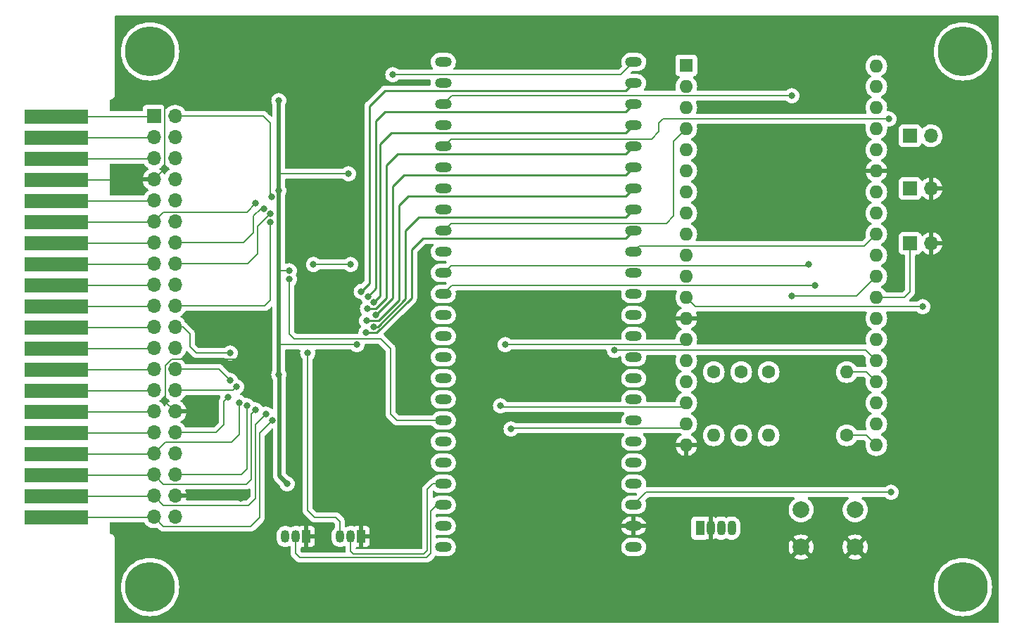
<source format=gbr>
%TF.GenerationSoftware,KiCad,Pcbnew,(6.0.5)*%
%TF.CreationDate,2022-05-12T13:06:52-07:00*%
%TF.ProjectId,TRS-IO-M1,5452532d-494f-42d4-9d31-2e6b69636164,rev?*%
%TF.SameCoordinates,Original*%
%TF.FileFunction,Copper,L2,Bot*%
%TF.FilePolarity,Positive*%
%FSLAX46Y46*%
G04 Gerber Fmt 4.6, Leading zero omitted, Abs format (unit mm)*
G04 Created by KiCad (PCBNEW (6.0.5)) date 2022-05-12 13:06:52*
%MOMM*%
%LPD*%
G01*
G04 APERTURE LIST*
%TA.AperFunction,ComponentPad*%
%ADD10R,1.700000X1.700000*%
%TD*%
%TA.AperFunction,ComponentPad*%
%ADD11O,1.700000X1.700000*%
%TD*%
%TA.AperFunction,ConnectorPad*%
%ADD12R,7.620000X1.778000*%
%TD*%
%TA.AperFunction,ComponentPad*%
%ADD13C,6.000000*%
%TD*%
%TA.AperFunction,ComponentPad*%
%ADD14C,0.800000*%
%TD*%
%TA.AperFunction,ComponentPad*%
%ADD15C,1.600000*%
%TD*%
%TA.AperFunction,ComponentPad*%
%ADD16O,1.600000X1.600000*%
%TD*%
%TA.AperFunction,ComponentPad*%
%ADD17O,2.000000X1.200000*%
%TD*%
%TA.AperFunction,ComponentPad*%
%ADD18R,1.050000X1.500000*%
%TD*%
%TA.AperFunction,ComponentPad*%
%ADD19O,1.050000X1.500000*%
%TD*%
%TA.AperFunction,ComponentPad*%
%ADD20R,1.600000X1.600000*%
%TD*%
%TA.AperFunction,ComponentPad*%
%ADD21R,1.070000X1.800000*%
%TD*%
%TA.AperFunction,ComponentPad*%
%ADD22O,1.070000X1.800000*%
%TD*%
%TA.AperFunction,ComponentPad*%
%ADD23C,2.000000*%
%TD*%
%TA.AperFunction,ViaPad*%
%ADD24C,0.800000*%
%TD*%
%TA.AperFunction,Conductor*%
%ADD25C,0.200000*%
%TD*%
%TA.AperFunction,Conductor*%
%ADD26C,0.500380*%
%TD*%
%TA.AperFunction,Conductor*%
%ADD27C,0.250000*%
%TD*%
G04 APERTURE END LIST*
D10*
%TO.P,J1,1,Pin_1*%
%TO.N,SYSRES_N*%
X118839000Y-68759200D03*
D11*
%TO.P,J1,2,Pin_2*%
%TO.N,RAS_N*%
X121379000Y-68759200D03*
%TO.P,J1,3,Pin_3*%
%TO.N,A10*%
X118839000Y-71299200D03*
%TO.P,J1,4,Pin_4*%
%TO.N,CAS_N*%
X121379000Y-71299200D03*
%TO.P,J1,5,Pin_5*%
%TO.N,A13*%
X118839000Y-73839200D03*
%TO.P,J1,6,Pin_6*%
%TO.N,A12*%
X121379000Y-73839200D03*
%TO.P,J1,7,Pin_7*%
%TO.N,GND*%
X118839000Y-76379200D03*
%TO.P,J1,8,Pin_8*%
%TO.N,A15*%
X121379000Y-76379200D03*
%TO.P,J1,9,Pin_9*%
%TO.N,A14*%
X118839000Y-78919200D03*
%TO.P,J1,10,Pin_10*%
%TO.N,A11*%
X121379000Y-78919200D03*
%TO.P,J1,11,Pin_11*%
%TO.N,OUT_N*%
X118839000Y-81459200D03*
%TO.P,J1,12,Pin_12*%
%TO.N,A8*%
X121379000Y-81459200D03*
%TO.P,J1,13,Pin_13*%
%TO.N,INTACK_N*%
X118839000Y-83999200D03*
%TO.P,J1,14,Pin_14*%
%TO.N,WR_N*%
X121379000Y-83999200D03*
%TO.P,J1,15,Pin_15*%
%TO.N,MUX*%
X118839000Y-86539200D03*
%TO.P,J1,16,Pin_16*%
%TO.N,RD_N*%
X121379000Y-86539200D03*
%TO.P,J1,17,Pin_17*%
%TO.N,D4*%
X118839000Y-89079200D03*
%TO.P,J1,18,Pin_18*%
%TO.N,A9*%
X121379000Y-89079200D03*
%TO.P,J1,19,Pin_19*%
%TO.N,D7*%
X118839000Y-91619200D03*
%TO.P,J1,20,Pin_20*%
%TO.N,IN_N*%
X121379000Y-91619200D03*
%TO.P,J1,21,Pin_21*%
%TO.N,D1*%
X118839000Y-94159200D03*
%TO.P,J1,22,Pin_22*%
%TO.N,INT_N*%
X121379000Y-94159200D03*
%TO.P,J1,23,Pin_23*%
%TO.N,D6*%
X118839000Y-96699200D03*
%TO.P,J1,24,Pin_24*%
%TO.N,TEST_N*%
X121379000Y-96699200D03*
%TO.P,J1,25,Pin_25*%
%TO.N,D3*%
X118839000Y-99239200D03*
%TO.P,J1,26,Pin_26*%
%TO.N,A0*%
X121379000Y-99239200D03*
%TO.P,J1,27,Pin_27*%
%TO.N,D5*%
X118839000Y-101779200D03*
%TO.P,J1,28,Pin_28*%
%TO.N,A1*%
X121379000Y-101779200D03*
%TO.P,J1,29,Pin_29*%
%TO.N,D0*%
X118839000Y-104319200D03*
%TO.P,J1,30,Pin_30*%
%TO.N,GND*%
X121379000Y-104319200D03*
%TO.P,J1,31,Pin_31*%
%TO.N,D2*%
X118839000Y-106859200D03*
%TO.P,J1,32,Pin_32*%
%TO.N,A4*%
X121379000Y-106859200D03*
%TO.P,J1,33,Pin_33*%
%TO.N,A3*%
X118839000Y-109399200D03*
%TO.P,J1,34,Pin_34*%
%TO.N,WAIT_N*%
X121379000Y-109399200D03*
%TO.P,J1,35,Pin_35*%
%TO.N,A7*%
X118839000Y-111939200D03*
%TO.P,J1,36,Pin_36*%
%TO.N,A5*%
X121379000Y-111939200D03*
%TO.P,J1,37,Pin_37*%
%TO.N,A6*%
X118839000Y-114479200D03*
%TO.P,J1,38,Pin_38*%
%TO.N,GND*%
X121379000Y-114479200D03*
%TO.P,J1,39,Pin_39*%
%TO.N,A2*%
X118839000Y-117019200D03*
%TO.P,J1,40,Pin_40*%
%TO.N,5V*%
X121379000Y-117019200D03*
%TD*%
D12*
%TO.P,J2,1,Pin_1*%
%TO.N,SYSRES_N*%
X107061000Y-68783200D03*
%TO.P,J2,3,Pin_3*%
%TO.N,A10*%
X107061000Y-71323200D03*
%TO.P,J2,5,Pin_5*%
%TO.N,A13*%
X107061000Y-73863200D03*
%TO.P,J2,7,Pin_7*%
%TO.N,GND*%
X107061000Y-76403200D03*
%TO.P,J2,9,Pin_9*%
%TO.N,A14*%
X107061000Y-78943200D03*
%TO.P,J2,11,Pin_11*%
%TO.N,OUT_N*%
X107061000Y-81483200D03*
%TO.P,J2,13,Pin_13*%
%TO.N,INTACK_N*%
X107061000Y-84023200D03*
%TO.P,J2,15,Pin_15*%
%TO.N,MUX*%
X107061000Y-86563200D03*
%TO.P,J2,17,Pin_17*%
%TO.N,D4*%
X107061000Y-89103200D03*
%TO.P,J2,19,Pin_19*%
%TO.N,D7*%
X107061000Y-91643200D03*
%TO.P,J2,21,Pin_21*%
%TO.N,D1*%
X107061000Y-94183200D03*
%TO.P,J2,23,Pin_23*%
%TO.N,D6*%
X107061000Y-96723200D03*
%TO.P,J2,25,Pin_25*%
%TO.N,D3*%
X107061000Y-99263200D03*
%TO.P,J2,27,Pin_27*%
%TO.N,D5*%
X107061000Y-101803200D03*
%TO.P,J2,29,Pin_29*%
%TO.N,D0*%
X107061000Y-104343200D03*
%TO.P,J2,31,Pin_31*%
%TO.N,D2*%
X107061000Y-106883200D03*
%TO.P,J2,33,Pin_33*%
%TO.N,A3*%
X107061000Y-109423200D03*
%TO.P,J2,35,Pin_35*%
%TO.N,A7*%
X107061000Y-111963200D03*
%TO.P,J2,37,Pin_37*%
%TO.N,A6*%
X107061000Y-114503200D03*
%TO.P,J2,39,Pin_39*%
%TO.N,A2*%
X107061000Y-117043200D03*
%TD*%
D13*
%TO.P,H1,1*%
%TO.N,N/C*%
X118364000Y-60960000D03*
D14*
X119954990Y-62550990D03*
X116773010Y-59369010D03*
X120614000Y-60960000D03*
X118364000Y-58710000D03*
X116114000Y-60960000D03*
X118364000Y-63210000D03*
X119954990Y-59369010D03*
X116773010Y-62550990D03*
%TD*%
%TO.P,H2,1*%
%TO.N,N/C*%
X217744990Y-62550990D03*
X218404000Y-60960000D03*
D13*
X216154000Y-60960000D03*
D14*
X213904000Y-60960000D03*
X214563010Y-62550990D03*
X214563010Y-59369010D03*
X217744990Y-59369010D03*
X216154000Y-63210000D03*
X216154000Y-58710000D03*
%TD*%
%TO.P,H3,1*%
%TO.N,N/C*%
X120614000Y-125476000D03*
X118364000Y-127726000D03*
X119954990Y-123885010D03*
X116773010Y-127066990D03*
D13*
X118364000Y-125476000D03*
D14*
X116114000Y-125476000D03*
X118364000Y-123226000D03*
X119954990Y-127066990D03*
X116773010Y-123885010D03*
%TD*%
%TO.P,H4,1*%
%TO.N,N/C*%
X217744990Y-123885010D03*
X213904000Y-125476000D03*
X217744990Y-127066990D03*
X216154000Y-127726000D03*
X214563010Y-123885010D03*
X218404000Y-125476000D03*
X216154000Y-123226000D03*
X214563010Y-127066990D03*
D13*
X216154000Y-125476000D03*
%TD*%
D15*
%TO.P,R1,1*%
%TO.N,LED_RED*%
X186182000Y-99568000D03*
D16*
%TO.P,R1,2*%
%TO.N,Net-(D1-Pad1)*%
X186182000Y-107188000D03*
%TD*%
D15*
%TO.P,R2,1*%
%TO.N,LED_GREEN*%
X192786000Y-99568000D03*
D16*
%TO.P,R2,2*%
%TO.N,Net-(D1-Pad4)*%
X192786000Y-107188000D03*
%TD*%
D17*
%TO.P,U5,1,Pad_38*%
%TO.N,CS_SD_CARD*%
X153650000Y-62230000D03*
%TO.P,U5,2,Pad_37*%
%TO.N,MOSI*%
X153650000Y-64770000D03*
%TO.P,U5,3,Pad_36*%
%TO.N,SCK*%
X153650000Y-67310000D03*
%TO.P,U5,4,Pad_39*%
%TO.N,MISO*%
X153650000Y-69850000D03*
%TO.P,U5,5,Pad_25*%
%TO.N,AA2_10*%
X153650000Y-72390000D03*
%TO.P,U5,6,Pad_26*%
%TO.N,AA6_12*%
X153650000Y-74930000D03*
%TO.P,U5,7,Pad_27*%
%TO.N,AA7_13*%
X153650000Y-77470000D03*
%TO.P,U5,8,Pad_28*%
%TO.N,AA5_15*%
X153650000Y-80010000D03*
%TO.P,U5,9,Pad_29*%
%TO.N,AA3_11*%
X153650000Y-82550000D03*
%TO.P,U5,10,Pad_30*%
%TO.N,AA4_14*%
X153650000Y-85090000D03*
%TO.P,U5,11,Pad_33*%
%TO.N,AA1_8*%
X153650000Y-87630000D03*
%TO.P,U5,12,Pad_34*%
%TO.N,AA0_9*%
X153650000Y-90170000D03*
%TO.P,U5,13,Pad_40*%
%TO.N,Z80_RAS_N*%
X153650000Y-92710000D03*
%TO.P,U5,14,Pad_35*%
%TO.N,Z80_OUT_N*%
X153650000Y-95250000D03*
%TO.P,U5,15,Pad_41*%
%TO.N,Z80_WR_N*%
X153650000Y-97790000D03*
%TO.P,U5,16,Pad_42*%
%TO.N,Z80_RD_N*%
X153650000Y-100330000D03*
%TO.P,U5,17,Pad_51*%
%TO.N,Z80_IN_N*%
X153650000Y-102870000D03*
%TO.P,U5,18,Pad_53*%
%TO.N,READ_N*%
X153650000Y-105410000D03*
%TO.P,U5,19,Pad_54*%
%TO.N,DBUS_SEL_N*%
X153650000Y-107950000D03*
%TO.P,U5,20,Pad_55*%
%TO.N,A0_MUX*%
X153650000Y-110490000D03*
%TO.P,U5,21,Pad_56*%
%TO.N,INT*%
X153650000Y-113030000D03*
%TO.P,U5,22,Pad_57*%
%TO.N,WAIT*%
X153650000Y-115570000D03*
%TO.P,U5,23,Pad_68*%
%TO.N,unconnected-(U5-Pad23)*%
X153650000Y-118110000D03*
%TO.P,U5,24,Pad_69*%
%TO.N,unconnected-(U5-Pad24)*%
X153650000Y-120650000D03*
%TO.P,U5,25,3V3*%
%TO.N,unconnected-(U5-Pad25)*%
X176550000Y-120650000D03*
%TO.P,U5,26,GND*%
%TO.N,GND*%
X176550000Y-118110000D03*
%TO.P,U5,27,Pad_32*%
%TO.N,CS_FPGA*%
X176550000Y-115570000D03*
%TO.P,U5,28,Pad_31*%
%TO.N,ESP_S2*%
X176550000Y-113030000D03*
%TO.P,U5,29,Pad_49*%
%TO.N,ESP_S1*%
X176550000Y-110490000D03*
%TO.P,U5,30,Pad_48*%
%TO.N,ESP_S0*%
X176550000Y-107950000D03*
%TO.P,U5,31,5V*%
%TO.N,VU*%
X176550000Y-105410000D03*
%TO.P,U5,32,Pad_70*%
%TO.N,unconnected-(U5-Pad32)*%
X176550000Y-102870000D03*
%TO.P,U5,33,Pad_71*%
%TO.N,unconnected-(U5-Pad33)*%
X176550000Y-100330000D03*
%TO.P,U5,34,Pad_72*%
%TO.N,unconnected-(U5-Pad34)*%
X176550000Y-97790000D03*
%TO.P,U5,35,Pad_73*%
%TO.N,unconnected-(U5-Pad35)*%
X176550000Y-95250000D03*
%TO.P,U5,36,Pad_74*%
%TO.N,unconnected-(U5-Pad36)*%
X176550000Y-92710000D03*
%TO.P,U5,37,Pad_75*%
%TO.N,unconnected-(U5-Pad37)*%
X176550000Y-90170000D03*
%TO.P,U5,38,Pad_76*%
%TO.N,REQ*%
X176550000Y-87630000D03*
%TO.P,U5,39,Pad_77*%
%TO.N,DONE*%
X176550000Y-85090000D03*
%TO.P,U5,40,Pad_79*%
%TO.N,DD2*%
X176550000Y-82550000D03*
%TO.P,U5,41,Pad_80*%
%TO.N,DD0*%
X176550000Y-80010000D03*
%TO.P,U5,42,Pad_81*%
%TO.N,DD5*%
X176550000Y-77470000D03*
%TO.P,U5,43,Pad_82*%
%TO.N,DD3*%
X176550000Y-74930000D03*
%TO.P,U5,44,Pad_83*%
%TO.N,DD6*%
X176550000Y-72390000D03*
%TO.P,U5,45,Pad_84*%
%TO.N,DD1*%
X176550000Y-69850000D03*
%TO.P,U5,46,Pad_85*%
%TO.N,DD7*%
X176550000Y-67310000D03*
%TO.P,U5,47,Pad_86*%
%TO.N,DD4*%
X176550000Y-64770000D03*
%TO.P,U5,48,Pad_63*%
%TO.N,A1_MUX*%
X176550000Y-62230000D03*
%TD*%
D18*
%TO.P,Q2,1,S*%
%TO.N,GND*%
X143764000Y-119380000D03*
D19*
%TO.P,Q2,2,G*%
%TO.N,INT*%
X142494000Y-119380000D03*
%TO.P,Q2,3,D*%
%TO.N,INT_N*%
X141224000Y-119380000D03*
%TD*%
D10*
%TO.P,J4,1,Pin_1*%
%TO.N,+5V*%
X209799000Y-71120000D03*
D11*
%TO.P,J4,2,Pin_2*%
%TO.N,VU*%
X212339000Y-71120000D03*
%TD*%
D20*
%TO.P,U6,1,GPIO6*%
%TO.N,unconnected-(U6-Pad1)*%
X182880000Y-62645000D03*
D16*
%TO.P,U6,2,GPIO7*%
%TO.N,unconnected-(U6-Pad2)*%
X182880000Y-65185000D03*
%TO.P,U6,3,GPIO8*%
%TO.N,unconnected-(U6-Pad3)*%
X182880000Y-67725000D03*
%TO.P,U6,4,GPIO15*%
%TO.N,AA3_11*%
X182880000Y-70265000D03*
%TO.P,U6,5,GPIO2*%
%TO.N,unconnected-(U6-Pad5)*%
X182880000Y-72805000D03*
%TO.P,U6,6,GPIO0*%
%TO.N,unconnected-(U6-Pad6)*%
X182880000Y-75345000D03*
%TO.P,U6,7,GPIO4*%
%TO.N,LED_GREEN*%
X182880000Y-77885000D03*
%TO.P,U6,8,GPIO16*%
%TO.N,ESP_S0*%
X182880000Y-80425000D03*
%TO.P,U6,9,GPIO17*%
%TO.N,ESP_S1*%
X182880000Y-82965000D03*
%TO.P,U6,10,GPIO5*%
%TO.N,LED_RED*%
X182880000Y-85505000D03*
%TO.P,U6,11,GPIO18*%
%TO.N,ESP_S2*%
X182880000Y-88045000D03*
%TO.P,U6,12,GPIO19*%
%TO.N,EI*%
X182880000Y-90585000D03*
%TO.P,U6,13,GND*%
%TO.N,GND*%
X182880000Y-93125000D03*
%TO.P,U6,14,GPIO21*%
%TO.N,MOSI*%
X182880000Y-95665000D03*
%TO.P,U6,15,GPIO3*%
%TO.N,unconnected-(U6-Pad15)*%
X182880000Y-98205000D03*
%TO.P,U6,16,GPIO1*%
%TO.N,unconnected-(U6-Pad16)*%
X182880000Y-100745000D03*
%TO.P,U6,17,GPIO22*%
%TO.N,MISO*%
X182880000Y-103285000D03*
%TO.P,U6,18,GPIO23*%
%TO.N,CS_SD_CARD*%
X182880000Y-105825000D03*
%TO.P,U6,19,GND*%
%TO.N,GND*%
X182880000Y-108365000D03*
%TO.P,U6,20,3V3*%
%TO.N,+3V3*%
X205740000Y-108365000D03*
%TO.P,U6,21,RESET*%
%TO.N,unconnected-(U6-Pad21)*%
X205740000Y-105825000D03*
%TO.P,U6,22,GPIO36*%
%TO.N,unconnected-(U6-Pad22)*%
X205740000Y-103285000D03*
%TO.P,U6,23,GPIO39*%
%TO.N,BUTTON*%
X205740000Y-100745000D03*
%TO.P,U6,24,GPIO34*%
%TO.N,REQ*%
X205740000Y-98205000D03*
%TO.P,U6,25,GPIO35*%
%TO.N,unconnected-(U6-Pad25)*%
X205740000Y-95665000D03*
%TO.P,U6,26,GPIO32*%
%TO.N,LED_BLUE*%
X205740000Y-93125000D03*
%TO.P,U6,27,GPIO33*%
%TO.N,FULL_ADDR*%
X205740000Y-90585000D03*
%TO.P,U6,28,GPIO25*%
%TO.N,SCK*%
X205740000Y-88045000D03*
%TO.P,U6,29,GPIO26*%
%TO.N,CS_FPGA*%
X205740000Y-85505000D03*
%TO.P,U6,30,GPIO27*%
%TO.N,DONE*%
X205740000Y-82965000D03*
%TO.P,U6,31,GPIO14*%
%TO.N,AA2_10*%
X205740000Y-80425000D03*
%TO.P,U6,32,GPIO12*%
%TO.N,AA0_9*%
X205740000Y-77885000D03*
%TO.P,U6,33,GND*%
%TO.N,GND*%
X205740000Y-75345000D03*
%TO.P,U6,34,GPIO13*%
%TO.N,AA1_8*%
X205740000Y-72805000D03*
%TO.P,U6,35,GPIO9*%
%TO.N,unconnected-(U6-Pad35)*%
X205740000Y-70265000D03*
%TO.P,U6,36,GPIO10*%
%TO.N,unconnected-(U6-Pad36)*%
X205740000Y-67725000D03*
%TO.P,U6,37,GPIO11*%
%TO.N,unconnected-(U6-Pad37)*%
X205740000Y-65185000D03*
%TO.P,U6,38,5V*%
%TO.N,+5V*%
X205740000Y-62708500D03*
%TD*%
D15*
%TO.P,R4,1*%
%TO.N,+3V3*%
X202184000Y-107188000D03*
D16*
%TO.P,R4,2*%
%TO.N,BUTTON*%
X202184000Y-99568000D03*
%TD*%
D10*
%TO.P,J5,1,Pin_1*%
%TO.N,FULL_ADDR*%
X209804000Y-84074000D03*
D11*
%TO.P,J5,2,Pin_2*%
%TO.N,GND*%
X212344000Y-84074000D03*
%TD*%
D10*
%TO.P,J3,1,Pin_1*%
%TO.N,EI*%
X209799000Y-77470000D03*
D11*
%TO.P,J3,2,Pin_2*%
%TO.N,GND*%
X212339000Y-77470000D03*
%TD*%
D15*
%TO.P,R3,1*%
%TO.N,LED_BLUE*%
X189484000Y-99568000D03*
D16*
%TO.P,R3,2*%
%TO.N,Net-(D1-Pad3)*%
X189484000Y-107188000D03*
%TD*%
D21*
%TO.P,D1,1,RA*%
%TO.N,Net-(D1-Pad1)*%
X184536000Y-118364000D03*
D22*
%TO.P,D1,2,K*%
%TO.N,GND*%
X185806000Y-118364000D03*
%TO.P,D1,3,BA*%
%TO.N,Net-(D1-Pad3)*%
X187076000Y-118364000D03*
%TO.P,D1,4,GA*%
%TO.N,Net-(D1-Pad4)*%
X188346000Y-118364000D03*
%TD*%
D18*
%TO.P,Q1,1,S*%
%TO.N,GND*%
X137160000Y-119380000D03*
D19*
%TO.P,Q1,2,G*%
%TO.N,WAIT*%
X135890000Y-119380000D03*
%TO.P,Q1,3,D*%
%TO.N,WAIT_N*%
X134620000Y-119380000D03*
%TD*%
D23*
%TO.P,SW1,1,1*%
%TO.N,GND*%
X203200000Y-120650000D03*
X196700000Y-120650000D03*
%TO.P,SW1,2,2*%
%TO.N,BUTTON*%
X203200000Y-116150000D03*
X196700000Y-116150000D03*
%TD*%
D24*
%TO.N,GND*%
X120142000Y-65532000D03*
X129286000Y-114808000D03*
X135636000Y-98044000D03*
X143764000Y-74168000D03*
X145288000Y-99314000D03*
X132080000Y-94996000D03*
X138029346Y-72898000D03*
X135636000Y-107950000D03*
X132080000Y-98044000D03*
X139192000Y-108458000D03*
X145288000Y-62992000D03*
%TO.N,+3V3*%
X143256000Y-96266000D03*
X133858000Y-77724000D03*
X133858000Y-66875500D03*
X135128000Y-87376000D03*
X142240000Y-75692000D03*
X133858000Y-99895500D03*
X134874000Y-113030000D03*
%TO.N,RAS_N*%
X133008310Y-78486000D03*
%TO.N,OUT_N*%
X131064000Y-79248000D03*
%TO.N,WR_N*%
X132080000Y-79885011D03*
%TO.N,RD_N*%
X132848836Y-80523679D03*
%TO.N,IN_N*%
X132842000Y-81534000D03*
%TO.N,INT_N*%
X137329846Y-97282000D03*
X128016000Y-97282000D03*
%TO.N,A0*%
X128016000Y-100584000D03*
%TO.N,A1*%
X128778000Y-101346000D03*
%TO.N,A4*%
X127762000Y-102616000D03*
%TO.N,A3*%
X129090826Y-103241652D03*
%TO.N,A5*%
X130048000Y-103632000D03*
%TO.N,A7*%
X131064000Y-104140000D03*
%TO.N,A6*%
X132334000Y-104648000D03*
%TO.N,A2*%
X133096000Y-105410000D03*
%TO.N,+1V8*%
X138029346Y-86614000D03*
X142494000Y-86614000D03*
%TO.N,EI*%
X211328000Y-91694000D03*
%TO.N,AA0_9*%
X198374000Y-89154000D03*
%TO.N,AA1_8*%
X197612000Y-86614000D03*
%TO.N,SCK*%
X195580000Y-66294000D03*
X195580000Y-90424000D03*
%TO.N,MOSI*%
X161098500Y-96266000D03*
%TO.N,AA2_10*%
X207264000Y-69088000D03*
%TO.N,READ_N*%
X135128000Y-88392000D03*
%TO.N,MISO*%
X160528000Y-103632000D03*
%TO.N,DD3*%
X145530420Y-92672479D03*
%TO.N,DD4*%
X143772003Y-89864500D03*
%TO.N,DD5*%
X144412084Y-93397000D03*
%TO.N,DD6*%
X144526000Y-91948000D03*
%TO.N,DD7*%
X144574660Y-90460108D03*
%TO.N,DD2*%
X144354955Y-94846000D03*
%TO.N,DD0*%
X145285880Y-94121500D03*
%TO.N,DD1*%
X145272704Y-91175468D03*
%TO.N,A1_MUX*%
X147574000Y-63754000D03*
%TO.N,CS_SD_CARD*%
X161798000Y-106426000D03*
%TO.N,CS_FPGA*%
X207518000Y-114046000D03*
%TO.N,REQ*%
X174244000Y-96965500D03*
%TD*%
D25*
%TO.N,GND*%
X120142000Y-75076200D02*
X118839000Y-76379200D01*
X120142000Y-65532000D02*
X120142000Y-75076200D01*
X120948545Y-98044000D02*
X132080000Y-98044000D01*
X120229489Y-103169689D02*
X120229489Y-98763056D01*
X121379000Y-104319200D02*
X120229489Y-103169689D01*
X138029346Y-73767346D02*
X138029346Y-72898000D01*
X107061000Y-76403200D02*
X118815000Y-76403200D01*
X132080000Y-94996000D02*
X132080000Y-98044000D01*
X120229489Y-98763056D02*
X120948545Y-98044000D01*
X138430000Y-74168000D02*
X138029346Y-73767346D01*
X143764000Y-74168000D02*
X138430000Y-74168000D01*
X118815000Y-76403200D02*
X118839000Y-76379200D01*
%TO.N,+3V3*%
X143256000Y-96266000D02*
X133858000Y-96266000D01*
D26*
X133858000Y-87376000D02*
X133858000Y-77724000D01*
X133858000Y-73660000D02*
X133858000Y-66875500D01*
D25*
X134112000Y-75692000D02*
X133858000Y-75946000D01*
D26*
X133858000Y-77724000D02*
X133858000Y-77216000D01*
X133858000Y-77216000D02*
X133858000Y-75946000D01*
X133858000Y-75946000D02*
X133858000Y-73660000D01*
D25*
X202184000Y-107188000D02*
X204563000Y-107188000D01*
D26*
X133945701Y-99983201D02*
X133945701Y-112101701D01*
X133858000Y-96266000D02*
X133858000Y-99895500D01*
X133858000Y-87884000D02*
X133858000Y-96266000D01*
D25*
X142240000Y-75692000D02*
X134112000Y-75692000D01*
D26*
X133858000Y-99895500D02*
X133945701Y-99983201D01*
D25*
X135128000Y-87376000D02*
X133858000Y-87376000D01*
D26*
X133858000Y-87884000D02*
X133858000Y-87376000D01*
X133945701Y-112101701D02*
X134874000Y-113030000D01*
D25*
X204563000Y-107188000D02*
X205740000Y-108365000D01*
%TO.N,RAS_N*%
X132842000Y-69596000D02*
X132005200Y-68759200D01*
X132842000Y-78319690D02*
X132842000Y-69596000D01*
X133008310Y-78486000D02*
X132842000Y-78319690D01*
X132005200Y-68759200D02*
X121379000Y-68759200D01*
%TO.N,SYSRES_N*%
X118815000Y-68783200D02*
X118839000Y-68759200D01*
X107061000Y-68783200D02*
X118815000Y-68783200D01*
%TO.N,A10*%
X118815000Y-71323200D02*
X118839000Y-71299200D01*
X107061000Y-71323200D02*
X118815000Y-71323200D01*
%TO.N,A13*%
X107061000Y-73863200D02*
X118815000Y-73863200D01*
X118815000Y-73863200D02*
X118839000Y-73839200D01*
%TO.N,A14*%
X107061000Y-78943200D02*
X118815000Y-78943200D01*
X118815000Y-78943200D02*
X118839000Y-78919200D01*
%TO.N,OUT_N*%
X131064000Y-79248000D02*
X130002311Y-80309689D01*
X118815000Y-81483200D02*
X118839000Y-81459200D01*
X119988511Y-80309689D02*
X118839000Y-81459200D01*
X107061000Y-81483200D02*
X118815000Y-81483200D01*
X130002311Y-80309689D02*
X119988511Y-80309689D01*
%TO.N,WR_N*%
X132080000Y-79885011D02*
X131696989Y-79885011D01*
X129614800Y-83999200D02*
X121379000Y-83999200D01*
X131696989Y-79885011D02*
X130810000Y-80772000D01*
X130810000Y-80772000D02*
X130810000Y-82804000D01*
X130810000Y-82804000D02*
X129614800Y-83999200D01*
%TO.N,INTACK_N*%
X107061000Y-84023200D02*
X118815000Y-84023200D01*
X118815000Y-84023200D02*
X118839000Y-83999200D01*
%TO.N,RD_N*%
X132848836Y-80523679D02*
X131330515Y-82042000D01*
X131330515Y-82042000D02*
X131318000Y-82042000D01*
X131318000Y-85344000D02*
X130122800Y-86539200D01*
X131318000Y-82042000D02*
X131318000Y-85344000D01*
X130122800Y-86539200D02*
X121379000Y-86539200D01*
%TO.N,MUX*%
X107061000Y-86563200D02*
X118815000Y-86563200D01*
X118815000Y-86563200D02*
X118839000Y-86539200D01*
%TO.N,D4*%
X107061000Y-89103200D02*
X118815000Y-89103200D01*
X118815000Y-89103200D02*
X118839000Y-89079200D01*
%TO.N,IN_N*%
X132154800Y-91619200D02*
X121379000Y-91619200D01*
X132842000Y-90932000D02*
X132154800Y-91619200D01*
X132842000Y-81534000D02*
X132842000Y-90932000D01*
%TO.N,D7*%
X107061000Y-91643200D02*
X118815000Y-91643200D01*
X118815000Y-91643200D02*
X118839000Y-91619200D01*
%TO.N,INT_N*%
X141224000Y-119380000D02*
X141224000Y-117602000D01*
X123952000Y-97282000D02*
X123190000Y-96520000D01*
X122353200Y-94159200D02*
X121379000Y-94159200D01*
X140716000Y-117094000D02*
X138176000Y-117094000D01*
X123190000Y-94996000D02*
X122353200Y-94159200D01*
X141224000Y-117602000D02*
X140716000Y-117094000D01*
X123190000Y-96520000D02*
X123190000Y-94996000D01*
X128016000Y-97282000D02*
X123952000Y-97282000D01*
X138176000Y-117094000D02*
X137329846Y-116247846D01*
X137329846Y-116247846D02*
X137329846Y-97282000D01*
%TO.N,D1*%
X118815000Y-94183200D02*
X118839000Y-94159200D01*
X107061000Y-94183200D02*
X118815000Y-94183200D01*
%TO.N,D6*%
X107061000Y-96723200D02*
X118815000Y-96723200D01*
X118815000Y-96723200D02*
X118839000Y-96699200D01*
%TO.N,A0*%
X128016000Y-100584000D02*
X126671200Y-99239200D01*
X126671200Y-99239200D02*
X121379000Y-99239200D01*
%TO.N,D3*%
X118815000Y-99263200D02*
X118839000Y-99239200D01*
X107061000Y-99263200D02*
X118815000Y-99263200D01*
%TO.N,A1*%
X128344800Y-101779200D02*
X121379000Y-101779200D01*
X128778000Y-101346000D02*
X128344800Y-101779200D01*
%TO.N,D5*%
X107061000Y-101803200D02*
X118815000Y-101803200D01*
X118815000Y-101803200D02*
X118839000Y-101779200D01*
%TO.N,D0*%
X118815000Y-104343200D02*
X118839000Y-104319200D01*
X107061000Y-104343200D02*
X118815000Y-104343200D01*
%TO.N,A4*%
X126312800Y-106859200D02*
X121379000Y-106859200D01*
X127254000Y-105918000D02*
X126312800Y-106859200D01*
X127762000Y-102616000D02*
X127254000Y-103124000D01*
X127254000Y-103124000D02*
X127254000Y-105918000D01*
%TO.N,D2*%
X107061000Y-106883200D02*
X118815000Y-106883200D01*
X118815000Y-106883200D02*
X118839000Y-106859200D01*
%TO.N,A3*%
X129090826Y-107129174D02*
X128211289Y-108008711D01*
X128211289Y-108008711D02*
X120229489Y-108008711D01*
X120229489Y-108008711D02*
X118839000Y-109399200D01*
X118815000Y-109423200D02*
X118839000Y-109399200D01*
X107061000Y-109423200D02*
X118815000Y-109423200D01*
X129090826Y-103241652D02*
X129090826Y-107129174D01*
%TO.N,A5*%
X130048000Y-103632000D02*
X130048000Y-111252000D01*
X129360800Y-111939200D02*
X121379000Y-111939200D01*
X130048000Y-111252000D02*
X129360800Y-111939200D01*
%TO.N,A7*%
X119988511Y-113088711D02*
X118839000Y-111939200D01*
X130556000Y-104648000D02*
X130556000Y-112522000D01*
X107061000Y-111963200D02*
X118815000Y-111963200D01*
X129989289Y-113088711D02*
X119988511Y-113088711D01*
X118815000Y-111963200D02*
X118839000Y-111939200D01*
X130556000Y-112522000D02*
X129989289Y-113088711D01*
X131064000Y-104140000D02*
X130556000Y-104648000D01*
%TO.N,A6*%
X131064000Y-105918000D02*
X131064000Y-114808000D01*
X130243289Y-115628711D02*
X119988511Y-115628711D01*
X107061000Y-114503200D02*
X118815000Y-114503200D01*
X131064000Y-114808000D02*
X130243289Y-115628711D01*
X118815000Y-114503200D02*
X118839000Y-114479200D01*
X132334000Y-104648000D02*
X131064000Y-105918000D01*
X119988511Y-115628711D02*
X118839000Y-114479200D01*
%TO.N,A2*%
X107061000Y-117043200D02*
X118815000Y-117043200D01*
X119988511Y-118168711D02*
X118839000Y-117019200D01*
X131572000Y-106934000D02*
X131572000Y-117094000D01*
X118815000Y-117043200D02*
X118839000Y-117019200D01*
X130497289Y-118168711D02*
X119988511Y-118168711D01*
X133096000Y-105410000D02*
X131572000Y-106934000D01*
X131572000Y-117094000D02*
X130497289Y-118168711D01*
%TO.N,WAIT*%
X153650000Y-115570000D02*
X152908000Y-115570000D01*
X152146000Y-121412000D02*
X151638000Y-121920000D01*
X151638000Y-121920000D02*
X136398000Y-121920000D01*
X136398000Y-121920000D02*
X135890000Y-121412000D01*
X152908000Y-115570000D02*
X152146000Y-116332000D01*
X135890000Y-121412000D02*
X135890000Y-119380000D01*
X152146000Y-116332000D02*
X152146000Y-121412000D01*
%TO.N,+1V8*%
X142494000Y-86614000D02*
X138029346Y-86614000D01*
%TO.N,EI*%
X183989000Y-91694000D02*
X211328000Y-91694000D01*
X182880000Y-90585000D02*
X183989000Y-91694000D01*
%TO.N,AA0_9*%
X153650000Y-90170000D02*
X154675489Y-89144511D01*
X198364511Y-89144511D02*
X198374000Y-89154000D01*
X154675489Y-89144511D02*
X198364511Y-89144511D01*
%TO.N,AA1_8*%
X197495520Y-86730480D02*
X197612000Y-86614000D01*
X154549520Y-86730480D02*
X197495520Y-86730480D01*
X153650000Y-87630000D02*
X154549520Y-86730480D01*
%TO.N,SCK*%
X195570511Y-66284511D02*
X195580000Y-66294000D01*
X195580000Y-90424000D02*
X203361000Y-90424000D01*
X203361000Y-90424000D02*
X205740000Y-88045000D01*
X154675489Y-66284511D02*
X195570511Y-66284511D01*
X153650000Y-67310000D02*
X154675489Y-66284511D01*
%TO.N,MOSI*%
X161098500Y-96266000D02*
X182279000Y-96266000D01*
X182279000Y-96266000D02*
X182880000Y-95665000D01*
%TO.N,AA3_11*%
X180477520Y-81650480D02*
X181356000Y-80772000D01*
X181356000Y-80772000D02*
X181356000Y-71789000D01*
X153650000Y-82550000D02*
X154549520Y-81650480D01*
X154549520Y-81650480D02*
X180477520Y-81650480D01*
X181356000Y-71789000D02*
X182880000Y-70265000D01*
%TO.N,AA2_10*%
X153650000Y-72390000D02*
X154549520Y-71490480D01*
X180086000Y-69088000D02*
X207264000Y-69088000D01*
X179578000Y-70612000D02*
X179578000Y-69596000D01*
X179578000Y-69596000D02*
X180086000Y-69088000D01*
X154549520Y-71490480D02*
X178699520Y-71490480D01*
X178699520Y-71490480D02*
X179578000Y-70612000D01*
%TO.N,READ_N*%
X147320000Y-96774000D02*
X146112489Y-95566489D01*
X146112489Y-95566489D02*
X135698489Y-95566489D01*
X148082000Y-105410000D02*
X147320000Y-104648000D01*
X135698489Y-95566489D02*
X135128000Y-94996000D01*
X147320000Y-104648000D02*
X147320000Y-96774000D01*
X153650000Y-105410000D02*
X148082000Y-105410000D01*
X135128000Y-94996000D02*
X135128000Y-88392000D01*
%TO.N,MISO*%
X160665520Y-103769520D02*
X182395480Y-103769520D01*
X160528000Y-103632000D02*
X160665520Y-103769520D01*
X182395480Y-103769520D02*
X182880000Y-103285000D01*
D27*
%TO.N,DD3*%
X148935480Y-75854520D02*
X175625480Y-75854520D01*
X147574000Y-77216000D02*
X148935480Y-75854520D01*
X175625480Y-75854520D02*
X176550000Y-74930000D01*
X145530420Y-92672479D02*
X147574000Y-90628899D01*
X147574000Y-90628899D02*
X147574000Y-77216000D01*
%TO.N,DD4*%
X146649480Y-65694520D02*
X175625480Y-65694520D01*
X144780000Y-88856503D02*
X144780000Y-67564000D01*
X143772003Y-89864500D02*
X144780000Y-88856503D01*
X144780000Y-67564000D02*
X146649480Y-65694520D01*
X175625480Y-65694520D02*
X176550000Y-64770000D01*
%TO.N,DD5*%
X149443480Y-78394520D02*
X175625480Y-78394520D01*
X148336000Y-79502000D02*
X149443480Y-78394520D01*
X144412084Y-93397000D02*
X145830513Y-93397000D01*
X148336000Y-90891513D02*
X148336000Y-79502000D01*
X175625480Y-78394520D02*
X176550000Y-77470000D01*
X145830513Y-93397000D02*
X148336000Y-90891513D01*
%TO.N,DD6*%
X175625480Y-73314520D02*
X176550000Y-72390000D01*
X146812000Y-74676000D02*
X148173480Y-73314520D01*
X146812000Y-90660786D02*
X146812000Y-74676000D01*
X145524786Y-91948000D02*
X146812000Y-90660786D01*
X144526000Y-91948000D02*
X145524786Y-91948000D01*
X148173480Y-73314520D02*
X175625480Y-73314520D01*
%TO.N,DD7*%
X145542000Y-69342000D02*
X146649480Y-68234520D01*
X145542000Y-89492768D02*
X145542000Y-69342000D01*
X144574660Y-90460108D02*
X145542000Y-89492768D01*
X175625480Y-68234520D02*
X176550000Y-67310000D01*
X146649480Y-68234520D02*
X175625480Y-68234520D01*
%TO.N,DD2*%
X151221480Y-83474520D02*
X175625480Y-83474520D01*
X145652949Y-94846000D02*
X149860000Y-90638949D01*
X149860000Y-84836000D02*
X151221480Y-83474520D01*
X149860000Y-90638949D02*
X149860000Y-84836000D01*
X144354955Y-94846000D02*
X145652949Y-94846000D01*
X175625480Y-83474520D02*
X176550000Y-82550000D01*
%TO.N,DD0*%
X149098000Y-90765231D02*
X149098000Y-82550000D01*
X150713480Y-80934520D02*
X175625480Y-80934520D01*
X145285880Y-94121500D02*
X145741731Y-94121500D01*
X175625480Y-80934520D02*
X176550000Y-80010000D01*
X149098000Y-82550000D02*
X150713480Y-80934520D01*
X145741731Y-94121500D02*
X149098000Y-90765231D01*
%TO.N,DD1*%
X146050000Y-72136000D02*
X147411480Y-70774520D01*
X145272704Y-91175468D02*
X146050000Y-90398172D01*
X147411480Y-70774520D02*
X175625480Y-70774520D01*
X175625480Y-70774520D02*
X176550000Y-69850000D01*
X146050000Y-90398172D02*
X146050000Y-72136000D01*
D25*
%TO.N,A1_MUX*%
X175026000Y-63754000D02*
X176550000Y-62230000D01*
X147574000Y-63754000D02*
X175026000Y-63754000D01*
%TO.N,BUTTON*%
X204563000Y-99568000D02*
X205740000Y-100745000D01*
X202184000Y-99568000D02*
X204563000Y-99568000D01*
%TO.N,CS_SD_CARD*%
X182395480Y-106309520D02*
X182880000Y-105825000D01*
X161798000Y-106426000D02*
X161914480Y-106309520D01*
X161914480Y-106309520D02*
X182395480Y-106309520D01*
%TO.N,FULL_ADDR*%
X205740000Y-90585000D02*
X209135000Y-90585000D01*
X209804000Y-89916000D02*
X209804000Y-84074000D01*
X209135000Y-90585000D02*
X209804000Y-89916000D01*
%TO.N,INT*%
X151275520Y-121520480D02*
X142856480Y-121520480D01*
X142856480Y-121520480D02*
X142494000Y-121158000D01*
X151746481Y-113683519D02*
X151746480Y-121049520D01*
X142494000Y-121158000D02*
X142494000Y-119380000D01*
X152400000Y-113030000D02*
X151746481Y-113683519D01*
X151746480Y-121049520D02*
X151275520Y-121520480D01*
X153650000Y-113030000D02*
X152400000Y-113030000D01*
%TO.N,DONE*%
X177234511Y-84405489D02*
X204299511Y-84405489D01*
X204299511Y-84405489D02*
X205740000Y-82965000D01*
X176550000Y-85090000D02*
X177234511Y-84405489D01*
%TO.N,CS_FPGA*%
X207518000Y-114046000D02*
X178074000Y-114046000D01*
X178074000Y-114046000D02*
X176550000Y-115570000D01*
%TO.N,REQ*%
X205740000Y-98205000D02*
X204425480Y-96890480D01*
X204425480Y-96890480D02*
X174319020Y-96890480D01*
X174319020Y-96890480D02*
X174244000Y-96965500D01*
%TD*%
%TA.AperFunction,Conductor*%
%TO.N,GND*%
G36*
X220413621Y-56662502D02*
G01*
X220460114Y-56716158D01*
X220471500Y-56768500D01*
X220471500Y-129667500D01*
X220451498Y-129735621D01*
X220397842Y-129782114D01*
X220345500Y-129793500D01*
X114223300Y-129793500D01*
X114155179Y-129773498D01*
X114108686Y-129719842D01*
X114097300Y-129667500D01*
X114097300Y-125476000D01*
X114850685Y-125476000D01*
X114869931Y-125843241D01*
X114927459Y-126206459D01*
X115022639Y-126561674D01*
X115154427Y-126904994D01*
X115321380Y-127232657D01*
X115521668Y-127541075D01*
X115753098Y-127826867D01*
X116013133Y-128086902D01*
X116298925Y-128318332D01*
X116607342Y-128518620D01*
X116610276Y-128520115D01*
X116610283Y-128520119D01*
X116932066Y-128684075D01*
X116935006Y-128685573D01*
X117278326Y-128817361D01*
X117633541Y-128912541D01*
X117826558Y-128943112D01*
X117993511Y-128969555D01*
X117993519Y-128969556D01*
X117996759Y-128970069D01*
X118364000Y-128989315D01*
X118731241Y-128970069D01*
X118734481Y-128969556D01*
X118734489Y-128969555D01*
X118901442Y-128943112D01*
X119094459Y-128912541D01*
X119449674Y-128817361D01*
X119792994Y-128685573D01*
X119795934Y-128684075D01*
X120117717Y-128520119D01*
X120117724Y-128520115D01*
X120120658Y-128518620D01*
X120429075Y-128318332D01*
X120714867Y-128086902D01*
X120974902Y-127826867D01*
X121206332Y-127541075D01*
X121406620Y-127232657D01*
X121573573Y-126904994D01*
X121705361Y-126561674D01*
X121800541Y-126206459D01*
X121858069Y-125843241D01*
X121877315Y-125476000D01*
X212640685Y-125476000D01*
X212659931Y-125843241D01*
X212717459Y-126206459D01*
X212812639Y-126561674D01*
X212944427Y-126904994D01*
X213111380Y-127232657D01*
X213311668Y-127541075D01*
X213543098Y-127826867D01*
X213803133Y-128086902D01*
X214088925Y-128318332D01*
X214397342Y-128518620D01*
X214400276Y-128520115D01*
X214400283Y-128520119D01*
X214722066Y-128684075D01*
X214725006Y-128685573D01*
X215068326Y-128817361D01*
X215423541Y-128912541D01*
X215616558Y-128943112D01*
X215783511Y-128969555D01*
X215783519Y-128969556D01*
X215786759Y-128970069D01*
X216154000Y-128989315D01*
X216521241Y-128970069D01*
X216524481Y-128969556D01*
X216524489Y-128969555D01*
X216691442Y-128943112D01*
X216884459Y-128912541D01*
X217239674Y-128817361D01*
X217582994Y-128685573D01*
X217585934Y-128684075D01*
X217907717Y-128520119D01*
X217907724Y-128520115D01*
X217910658Y-128518620D01*
X218219075Y-128318332D01*
X218504867Y-128086902D01*
X218764902Y-127826867D01*
X218996332Y-127541075D01*
X219196620Y-127232657D01*
X219363573Y-126904994D01*
X219495361Y-126561674D01*
X219590541Y-126206459D01*
X219648069Y-125843241D01*
X219667315Y-125476000D01*
X219648069Y-125108759D01*
X219590541Y-124745541D01*
X219495361Y-124390326D01*
X219363573Y-124047006D01*
X219196620Y-123719343D01*
X218996332Y-123410925D01*
X218764902Y-123125133D01*
X218504867Y-122865098D01*
X218219075Y-122633668D01*
X217943465Y-122454685D01*
X217913427Y-122435178D01*
X217913424Y-122435176D01*
X217910658Y-122433380D01*
X217907724Y-122431885D01*
X217907717Y-122431881D01*
X217585934Y-122267925D01*
X217582994Y-122266427D01*
X217373218Y-122185902D01*
X217242764Y-122135825D01*
X217242762Y-122135824D01*
X217239674Y-122134639D01*
X216884459Y-122039459D01*
X216691442Y-122008888D01*
X216524489Y-121982445D01*
X216524481Y-121982444D01*
X216521241Y-121981931D01*
X216154000Y-121962685D01*
X215786759Y-121981931D01*
X215783519Y-121982444D01*
X215783511Y-121982445D01*
X215616558Y-122008888D01*
X215423541Y-122039459D01*
X215068326Y-122134639D01*
X215065238Y-122135824D01*
X215065236Y-122135825D01*
X214934782Y-122185902D01*
X214725006Y-122266427D01*
X214722066Y-122267925D01*
X214400284Y-122431881D01*
X214400277Y-122431885D01*
X214397343Y-122433380D01*
X214394577Y-122435176D01*
X214394574Y-122435178D01*
X214250873Y-122528498D01*
X214088925Y-122633668D01*
X213803133Y-122865098D01*
X213543098Y-123125133D01*
X213311668Y-123410925D01*
X213111380Y-123719343D01*
X212944427Y-124047006D01*
X212812639Y-124390326D01*
X212717459Y-124745541D01*
X212659931Y-125108759D01*
X212640685Y-125476000D01*
X121877315Y-125476000D01*
X121858069Y-125108759D01*
X121800541Y-124745541D01*
X121705361Y-124390326D01*
X121573573Y-124047006D01*
X121406620Y-123719343D01*
X121206332Y-123410925D01*
X120974902Y-123125133D01*
X120714867Y-122865098D01*
X120429075Y-122633668D01*
X120153465Y-122454685D01*
X120123427Y-122435178D01*
X120123424Y-122435176D01*
X120120658Y-122433380D01*
X120117724Y-122431885D01*
X120117717Y-122431881D01*
X119795934Y-122267925D01*
X119792994Y-122266427D01*
X119583218Y-122185902D01*
X119452764Y-122135825D01*
X119452762Y-122135824D01*
X119449674Y-122134639D01*
X119094459Y-122039459D01*
X118901442Y-122008888D01*
X118734489Y-121982445D01*
X118734481Y-121982444D01*
X118731241Y-121981931D01*
X118364000Y-121962685D01*
X117996759Y-121981931D01*
X117993519Y-121982444D01*
X117993511Y-121982445D01*
X117826558Y-122008888D01*
X117633541Y-122039459D01*
X117278326Y-122134639D01*
X117275238Y-122135824D01*
X117275236Y-122135825D01*
X117144782Y-122185902D01*
X116935006Y-122266427D01*
X116932066Y-122267925D01*
X116610284Y-122431881D01*
X116610277Y-122431885D01*
X116607343Y-122433380D01*
X116604577Y-122435176D01*
X116604574Y-122435178D01*
X116460873Y-122528498D01*
X116298925Y-122633668D01*
X116013133Y-122865098D01*
X115753098Y-123125133D01*
X115521668Y-123410925D01*
X115321380Y-123719343D01*
X115154427Y-124047006D01*
X115022639Y-124390326D01*
X114927459Y-124745541D01*
X114869931Y-125108759D01*
X114850685Y-125476000D01*
X114097300Y-125476000D01*
X114097300Y-119591823D01*
X114097302Y-119591053D01*
X114097362Y-119581164D01*
X114097776Y-119513479D01*
X114089650Y-119485047D01*
X114086072Y-119468285D01*
X114086009Y-119467843D01*
X114081880Y-119439013D01*
X114071251Y-119415636D01*
X114064804Y-119398113D01*
X114060216Y-119382062D01*
X114057749Y-119373429D01*
X114052956Y-119365832D01*
X114041970Y-119348420D01*
X114033830Y-119333335D01*
X114030551Y-119326123D01*
X114021592Y-119306418D01*
X114004830Y-119286965D01*
X113993727Y-119271961D01*
X113980024Y-119250242D01*
X113973299Y-119244303D01*
X113973296Y-119244299D01*
X113957862Y-119230668D01*
X113945818Y-119218476D01*
X113932373Y-119202873D01*
X113932370Y-119202871D01*
X113926513Y-119196073D01*
X113904965Y-119182106D01*
X113890091Y-119170815D01*
X113877583Y-119159769D01*
X113877582Y-119159768D01*
X113870849Y-119153822D01*
X113844087Y-119141257D01*
X113829109Y-119132937D01*
X113811817Y-119121729D01*
X113811812Y-119121727D01*
X113804285Y-119116848D01*
X113795692Y-119114278D01*
X113795687Y-119114276D01*
X113779680Y-119109489D01*
X113762236Y-119102828D01*
X113747124Y-119095733D01*
X113747122Y-119095732D01*
X113739000Y-119091919D01*
X113730133Y-119090538D01*
X113730132Y-119090538D01*
X113720490Y-119089037D01*
X113709783Y-119087370D01*
X113693068Y-119083587D01*
X113673334Y-119077685D01*
X113673328Y-119077684D01*
X113664734Y-119075114D01*
X113655762Y-119075059D01*
X113646881Y-119073732D01*
X113647387Y-119070345D01*
X113595246Y-119054695D01*
X113549075Y-119000763D01*
X113538000Y-118949107D01*
X113538000Y-117777700D01*
X113558002Y-117709579D01*
X113611658Y-117663086D01*
X113664000Y-117651700D01*
X117562661Y-117651700D01*
X117630782Y-117671702D01*
X117670094Y-117711865D01*
X117738987Y-117824288D01*
X117885250Y-117993138D01*
X118032610Y-118115479D01*
X118051935Y-118131522D01*
X118057126Y-118135832D01*
X118250000Y-118248538D01*
X118254825Y-118250380D01*
X118254826Y-118250381D01*
X118284507Y-118261715D01*
X118458692Y-118328230D01*
X118463760Y-118329261D01*
X118463763Y-118329262D01*
X118571003Y-118351080D01*
X118677597Y-118372767D01*
X118682772Y-118372957D01*
X118682774Y-118372957D01*
X118895673Y-118380764D01*
X118895677Y-118380764D01*
X118900837Y-118380953D01*
X118905957Y-118380297D01*
X118905959Y-118380297D01*
X118987392Y-118369865D01*
X119122416Y-118352568D01*
X119127370Y-118351082D01*
X119127378Y-118351080D01*
X119196023Y-118330485D01*
X119267018Y-118330067D01*
X119321326Y-118362075D01*
X119524196Y-118564945D01*
X119535063Y-118577336D01*
X119554524Y-118602698D01*
X119561074Y-118607724D01*
X119586436Y-118627185D01*
X119586439Y-118627188D01*
X119641873Y-118669724D01*
X119681635Y-118700235D01*
X119829660Y-118761549D01*
X119837847Y-118762627D01*
X119837848Y-118762627D01*
X119849053Y-118764102D01*
X119880249Y-118768209D01*
X119948626Y-118777211D01*
X119948629Y-118777211D01*
X119948637Y-118777212D01*
X119980322Y-118781383D01*
X119988511Y-118782461D01*
X120020204Y-118778289D01*
X120036647Y-118777211D01*
X130449153Y-118777211D01*
X130465596Y-118778289D01*
X130497289Y-118782461D01*
X130505478Y-118781383D01*
X130537163Y-118777212D01*
X130537173Y-118777211D01*
X130537174Y-118777211D01*
X130537190Y-118777209D01*
X130636746Y-118764102D01*
X130647953Y-118762627D01*
X130647955Y-118762626D01*
X130656140Y-118761549D01*
X130804165Y-118700235D01*
X130843928Y-118669724D01*
X130899361Y-118627188D01*
X130899364Y-118627185D01*
X130924723Y-118607726D01*
X130931276Y-118602698D01*
X130936306Y-118596143D01*
X130950741Y-118577332D01*
X130961608Y-118564941D01*
X131968234Y-117558315D01*
X131980625Y-117547448D01*
X131999437Y-117533013D01*
X132005987Y-117527987D01*
X132030474Y-117496075D01*
X132030478Y-117496071D01*
X132103524Y-117400876D01*
X132164838Y-117252851D01*
X132176007Y-117168013D01*
X132180500Y-117133885D01*
X132180500Y-117133880D01*
X132185750Y-117094000D01*
X132181578Y-117062307D01*
X132180500Y-117045864D01*
X132180500Y-107238239D01*
X132200502Y-107170118D01*
X132217405Y-107149144D01*
X132971916Y-106394633D01*
X133034228Y-106360607D01*
X133105043Y-106365672D01*
X133161879Y-106408219D01*
X133186690Y-106474739D01*
X133187011Y-106483728D01*
X133187011Y-112034617D01*
X133185578Y-112053567D01*
X133182311Y-112075043D01*
X133182904Y-112082335D01*
X133182904Y-112082338D01*
X133186596Y-112127723D01*
X133187011Y-112137938D01*
X133187011Y-112146003D01*
X133189096Y-112163890D01*
X133190302Y-112174232D01*
X133190735Y-112178608D01*
X133196654Y-112251375D01*
X133198909Y-112258337D01*
X133200096Y-112264278D01*
X133201485Y-112270157D01*
X133202333Y-112277426D01*
X133204828Y-112284300D01*
X133204831Y-112284312D01*
X133227257Y-112346091D01*
X133228665Y-112350190D01*
X133251176Y-112419679D01*
X133254976Y-112425941D01*
X133257497Y-112431448D01*
X133260201Y-112436847D01*
X133262697Y-112443724D01*
X133302756Y-112504823D01*
X133305057Y-112508471D01*
X133342955Y-112570926D01*
X133346671Y-112575134D01*
X133346672Y-112575135D01*
X133350353Y-112579303D01*
X133350326Y-112579327D01*
X133352978Y-112582318D01*
X133355687Y-112585558D01*
X133359698Y-112591676D01*
X133365006Y-112596704D01*
X133365009Y-112596708D01*
X133415945Y-112644959D01*
X133418387Y-112647337D01*
X133954004Y-113182954D01*
X133984742Y-113233113D01*
X134039473Y-113401556D01*
X134134960Y-113566944D01*
X134139378Y-113571851D01*
X134139379Y-113571852D01*
X134187784Y-113625611D01*
X134262747Y-113708866D01*
X134417248Y-113821118D01*
X134423276Y-113823802D01*
X134423278Y-113823803D01*
X134585681Y-113896109D01*
X134591712Y-113898794D01*
X134685112Y-113918647D01*
X134772056Y-113937128D01*
X134772061Y-113937128D01*
X134778513Y-113938500D01*
X134969487Y-113938500D01*
X134975939Y-113937128D01*
X134975944Y-113937128D01*
X135062887Y-113918647D01*
X135156288Y-113898794D01*
X135162319Y-113896109D01*
X135324722Y-113823803D01*
X135324724Y-113823802D01*
X135330752Y-113821118D01*
X135485253Y-113708866D01*
X135560216Y-113625611D01*
X135608621Y-113571852D01*
X135608622Y-113571851D01*
X135613040Y-113566944D01*
X135708527Y-113401556D01*
X135767542Y-113219928D01*
X135771014Y-113186899D01*
X135786814Y-113036565D01*
X135787504Y-113030000D01*
X135775569Y-112916440D01*
X135768232Y-112846635D01*
X135768232Y-112846633D01*
X135767542Y-112840072D01*
X135708527Y-112658444D01*
X135702115Y-112647337D01*
X135655228Y-112566128D01*
X135613040Y-112493056D01*
X135553577Y-112427015D01*
X135489675Y-112356045D01*
X135489674Y-112356044D01*
X135485253Y-112351134D01*
X135373515Y-112269951D01*
X135336094Y-112242763D01*
X135336093Y-112242762D01*
X135330752Y-112238882D01*
X135324724Y-112236198D01*
X135324722Y-112236197D01*
X135162316Y-112163890D01*
X135162317Y-112163890D01*
X135156288Y-112161206D01*
X135149832Y-112159834D01*
X135149830Y-112159833D01*
X135093572Y-112147875D01*
X135030674Y-112113724D01*
X134741296Y-111824346D01*
X134707270Y-111762034D01*
X134704391Y-111735251D01*
X134704391Y-100250499D01*
X134710558Y-100211563D01*
X134749502Y-100091706D01*
X134751542Y-100085428D01*
X134752932Y-100072208D01*
X134770814Y-99902065D01*
X134771504Y-99895500D01*
X134761614Y-99801402D01*
X134752232Y-99712135D01*
X134752232Y-99712133D01*
X134751542Y-99705572D01*
X134692527Y-99523944D01*
X134633571Y-99421829D01*
X134616690Y-99358830D01*
X134616690Y-97000500D01*
X134636692Y-96932379D01*
X134690348Y-96885886D01*
X134742690Y-96874500D01*
X136333574Y-96874500D01*
X136401695Y-96894502D01*
X136448188Y-96948158D01*
X136458292Y-97018432D01*
X136453409Y-97039429D01*
X136436304Y-97092072D01*
X136435614Y-97098633D01*
X136435614Y-97098635D01*
X136426339Y-97186880D01*
X136416342Y-97282000D01*
X136417032Y-97288565D01*
X136434809Y-97457700D01*
X136436304Y-97471928D01*
X136495319Y-97653556D01*
X136498622Y-97659278D01*
X136498623Y-97659279D01*
X136527582Y-97709437D01*
X136590806Y-97818944D01*
X136595224Y-97823851D01*
X136595225Y-97823852D01*
X136688982Y-97927980D01*
X136719700Y-97991987D01*
X136721346Y-98012290D01*
X136721346Y-116199710D01*
X136720268Y-116216153D01*
X136716096Y-116247846D01*
X136717174Y-116256035D01*
X136721346Y-116287726D01*
X136721346Y-116287731D01*
X136733019Y-116376396D01*
X136735011Y-116391524D01*
X136737008Y-116406697D01*
X136798322Y-116554722D01*
X136803349Y-116561273D01*
X136803350Y-116561275D01*
X136871366Y-116649915D01*
X136871372Y-116649921D01*
X136895859Y-116681833D01*
X136902414Y-116686863D01*
X136921225Y-116701298D01*
X136933616Y-116712165D01*
X137711685Y-117490234D01*
X137722552Y-117502625D01*
X137742013Y-117527987D01*
X137773925Y-117552474D01*
X137773928Y-117552477D01*
X137838468Y-117602000D01*
X137869125Y-117625524D01*
X138017150Y-117686838D01*
X138136115Y-117702500D01*
X138136120Y-117702500D01*
X138136129Y-117702501D01*
X138167812Y-117706672D01*
X138176000Y-117707750D01*
X138207693Y-117703578D01*
X138224136Y-117702500D01*
X140411761Y-117702500D01*
X140479882Y-117722502D01*
X140500856Y-117739405D01*
X140578595Y-117817144D01*
X140612621Y-117879456D01*
X140615500Y-117906239D01*
X140615500Y-118257695D01*
X140595498Y-118325816D01*
X140568456Y-118355887D01*
X140497399Y-118413019D01*
X140493441Y-118417736D01*
X140493438Y-118417739D01*
X140414012Y-118512396D01*
X140367119Y-118568281D01*
X140364155Y-118573673D01*
X140364152Y-118573677D01*
X140292839Y-118703395D01*
X140269477Y-118745891D01*
X140208193Y-118939084D01*
X140207507Y-118945201D01*
X140207506Y-118945205D01*
X140202152Y-118992936D01*
X140190500Y-119096817D01*
X140190500Y-119656004D01*
X140205277Y-119806713D01*
X140263858Y-120000742D01*
X140359010Y-120179698D01*
X140362904Y-120184472D01*
X140362905Y-120184474D01*
X140368814Y-120191719D01*
X140487110Y-120336763D01*
X140491857Y-120340690D01*
X140491859Y-120340692D01*
X140638528Y-120462027D01*
X140638531Y-120462029D01*
X140643278Y-120465956D01*
X140821565Y-120562356D01*
X140909783Y-120589664D01*
X141009293Y-120620468D01*
X141009296Y-120620469D01*
X141015180Y-120622290D01*
X141021305Y-120622934D01*
X141021306Y-120622934D01*
X141210622Y-120642832D01*
X141210623Y-120642832D01*
X141216750Y-120643476D01*
X141326090Y-120633525D01*
X141412457Y-120625665D01*
X141412460Y-120625664D01*
X141418596Y-120625106D01*
X141424502Y-120623368D01*
X141424506Y-120623367D01*
X141607120Y-120569620D01*
X141607119Y-120569620D01*
X141613029Y-120567881D01*
X141618486Y-120565028D01*
X141618489Y-120565027D01*
X141701125Y-120521826D01*
X141770761Y-120507992D01*
X141836821Y-120534002D01*
X141878333Y-120591598D01*
X141885500Y-120633488D01*
X141885500Y-121109864D01*
X141884422Y-121126307D01*
X141880250Y-121158000D01*
X141881328Y-121166186D01*
X141881706Y-121169058D01*
X141881328Y-121171481D01*
X141881328Y-121174445D01*
X141880866Y-121174445D01*
X141870764Y-121239207D01*
X141823634Y-121292304D01*
X141756783Y-121311500D01*
X136702239Y-121311500D01*
X136634118Y-121291498D01*
X136613144Y-121274595D01*
X136535405Y-121196856D01*
X136501379Y-121134544D01*
X136498500Y-121107761D01*
X136498500Y-120764000D01*
X136518502Y-120695879D01*
X136572158Y-120649386D01*
X136624500Y-120638000D01*
X136887885Y-120638000D01*
X136903124Y-120633525D01*
X136904329Y-120632135D01*
X136906000Y-120624452D01*
X136906000Y-120619884D01*
X137414000Y-120619884D01*
X137418475Y-120635123D01*
X137419865Y-120636328D01*
X137427548Y-120637999D01*
X137729669Y-120637999D01*
X137736490Y-120637629D01*
X137787352Y-120632105D01*
X137802604Y-120628479D01*
X137923054Y-120583324D01*
X137938649Y-120574786D01*
X138040724Y-120498285D01*
X138053285Y-120485724D01*
X138129786Y-120383649D01*
X138138324Y-120368054D01*
X138183478Y-120247606D01*
X138187105Y-120232351D01*
X138192631Y-120181486D01*
X138193000Y-120174672D01*
X138193000Y-119652115D01*
X138188525Y-119636876D01*
X138187135Y-119635671D01*
X138179452Y-119634000D01*
X137432115Y-119634000D01*
X137416876Y-119638475D01*
X137415671Y-119639865D01*
X137414000Y-119647548D01*
X137414000Y-120619884D01*
X136906000Y-120619884D01*
X136906000Y-119826242D01*
X136906785Y-119812197D01*
X136910832Y-119776119D01*
X136923500Y-119663183D01*
X136923500Y-119107885D01*
X137414000Y-119107885D01*
X137418475Y-119123124D01*
X137419865Y-119124329D01*
X137427548Y-119126000D01*
X138174884Y-119126000D01*
X138190123Y-119121525D01*
X138191328Y-119120135D01*
X138192999Y-119112452D01*
X138192999Y-118585331D01*
X138192629Y-118578510D01*
X138187105Y-118527648D01*
X138183479Y-118512396D01*
X138138324Y-118391946D01*
X138129786Y-118376351D01*
X138053285Y-118274276D01*
X138040724Y-118261715D01*
X137938649Y-118185214D01*
X137923054Y-118176676D01*
X137802606Y-118131522D01*
X137787351Y-118127895D01*
X137736486Y-118122369D01*
X137729672Y-118122000D01*
X137432115Y-118122000D01*
X137416876Y-118126475D01*
X137415671Y-118127865D01*
X137414000Y-118135548D01*
X137414000Y-119107885D01*
X136923500Y-119107885D01*
X136923500Y-119103996D01*
X136908723Y-118953287D01*
X136908032Y-118950998D01*
X136906000Y-118930276D01*
X136906000Y-118140116D01*
X136901525Y-118124877D01*
X136900135Y-118123672D01*
X136892452Y-118122001D01*
X136590331Y-118122001D01*
X136583510Y-118122371D01*
X136532648Y-118127895D01*
X136517396Y-118131521D01*
X136396944Y-118176677D01*
X136381534Y-118185114D01*
X136312177Y-118200284D01*
X136283764Y-118194960D01*
X136274587Y-118192119D01*
X136098820Y-118137710D01*
X136092695Y-118137066D01*
X136092694Y-118137066D01*
X135903378Y-118117168D01*
X135903377Y-118117168D01*
X135897250Y-118116524D01*
X135818709Y-118123672D01*
X135701543Y-118134335D01*
X135701540Y-118134336D01*
X135695404Y-118134894D01*
X135689498Y-118136632D01*
X135689494Y-118136633D01*
X135615541Y-118158399D01*
X135500971Y-118192119D01*
X135495514Y-118194972D01*
X135495511Y-118194973D01*
X135436166Y-118225998D01*
X135321540Y-118285923D01*
X135321538Y-118285923D01*
X135321355Y-118286019D01*
X135321337Y-118285984D01*
X135255559Y-118305889D01*
X135194591Y-118290729D01*
X135185815Y-118285984D01*
X135022435Y-118197644D01*
X134915028Y-118164396D01*
X134834707Y-118139532D01*
X134834704Y-118139531D01*
X134828820Y-118137710D01*
X134822695Y-118137066D01*
X134822694Y-118137066D01*
X134633378Y-118117168D01*
X134633377Y-118117168D01*
X134627250Y-118116524D01*
X134548709Y-118123672D01*
X134431543Y-118134335D01*
X134431540Y-118134336D01*
X134425404Y-118134894D01*
X134419498Y-118136632D01*
X134419494Y-118136633D01*
X134345541Y-118158399D01*
X134230971Y-118192119D01*
X134225514Y-118194972D01*
X134225511Y-118194973D01*
X134166166Y-118225998D01*
X134051355Y-118286019D01*
X133893399Y-118413019D01*
X133763119Y-118568281D01*
X133760155Y-118573673D01*
X133760152Y-118573677D01*
X133688839Y-118703395D01*
X133665477Y-118745891D01*
X133604193Y-118939084D01*
X133603507Y-118945201D01*
X133603506Y-118945205D01*
X133598152Y-118992936D01*
X133586500Y-119096817D01*
X133586500Y-119656004D01*
X133601277Y-119806713D01*
X133659858Y-120000742D01*
X133755010Y-120179698D01*
X133758904Y-120184472D01*
X133758905Y-120184474D01*
X133764814Y-120191719D01*
X133883110Y-120336763D01*
X133887857Y-120340690D01*
X133887859Y-120340692D01*
X134034528Y-120462027D01*
X134034531Y-120462029D01*
X134039278Y-120465956D01*
X134217565Y-120562356D01*
X134305783Y-120589664D01*
X134405293Y-120620468D01*
X134405296Y-120620469D01*
X134411180Y-120622290D01*
X134417305Y-120622934D01*
X134417306Y-120622934D01*
X134606622Y-120642832D01*
X134606623Y-120642832D01*
X134612750Y-120643476D01*
X134722090Y-120633525D01*
X134808457Y-120625665D01*
X134808460Y-120625664D01*
X134814596Y-120625106D01*
X134820502Y-120623368D01*
X134820506Y-120623367D01*
X135003120Y-120569620D01*
X135003119Y-120569620D01*
X135009029Y-120567881D01*
X135014486Y-120565028D01*
X135014489Y-120565027D01*
X135097125Y-120521826D01*
X135166761Y-120507992D01*
X135232821Y-120534002D01*
X135274333Y-120591598D01*
X135281500Y-120633488D01*
X135281500Y-121363864D01*
X135280422Y-121380307D01*
X135276250Y-121412000D01*
X135281500Y-121451880D01*
X135281500Y-121451885D01*
X135294609Y-121551457D01*
X135297162Y-121570851D01*
X135358476Y-121718876D01*
X135363503Y-121725427D01*
X135363504Y-121725429D01*
X135431520Y-121814069D01*
X135431526Y-121814075D01*
X135456013Y-121845987D01*
X135462568Y-121851017D01*
X135481379Y-121865452D01*
X135493770Y-121876319D01*
X135933685Y-122316234D01*
X135944552Y-122328625D01*
X135964013Y-122353987D01*
X135970563Y-122359013D01*
X135995925Y-122378474D01*
X135995928Y-122378477D01*
X136065318Y-122431722D01*
X136084570Y-122446495D01*
X136084572Y-122446496D01*
X136091125Y-122451524D01*
X136239150Y-122512838D01*
X136358115Y-122528500D01*
X136358120Y-122528500D01*
X136358129Y-122528501D01*
X136389812Y-122532672D01*
X136398000Y-122533750D01*
X136429693Y-122529578D01*
X136446136Y-122528500D01*
X151589864Y-122528500D01*
X151606307Y-122529578D01*
X151638000Y-122533750D01*
X151646189Y-122532672D01*
X151677874Y-122528501D01*
X151677884Y-122528500D01*
X151677885Y-122528500D01*
X151677901Y-122528498D01*
X151777457Y-122515391D01*
X151788664Y-122513916D01*
X151788666Y-122513915D01*
X151796851Y-122512838D01*
X151944876Y-122451524D01*
X151966179Y-122435178D01*
X152040072Y-122378477D01*
X152040075Y-122378474D01*
X152065434Y-122359015D01*
X152071987Y-122353987D01*
X152077017Y-122347432D01*
X152091452Y-122328621D01*
X152102319Y-122316230D01*
X152535879Y-121882670D01*
X195832160Y-121882670D01*
X195837887Y-121890320D01*
X196009042Y-121995205D01*
X196017837Y-121999687D01*
X196227988Y-122086734D01*
X196237373Y-122089783D01*
X196458554Y-122142885D01*
X196468301Y-122144428D01*
X196695070Y-122162275D01*
X196704930Y-122162275D01*
X196931699Y-122144428D01*
X196941446Y-122142885D01*
X197162627Y-122089783D01*
X197172012Y-122086734D01*
X197382163Y-121999687D01*
X197390958Y-121995205D01*
X197558445Y-121892568D01*
X197567400Y-121882670D01*
X202332160Y-121882670D01*
X202337887Y-121890320D01*
X202509042Y-121995205D01*
X202517837Y-121999687D01*
X202727988Y-122086734D01*
X202737373Y-122089783D01*
X202958554Y-122142885D01*
X202968301Y-122144428D01*
X203195070Y-122162275D01*
X203204930Y-122162275D01*
X203431699Y-122144428D01*
X203441446Y-122142885D01*
X203662627Y-122089783D01*
X203672012Y-122086734D01*
X203882163Y-121999687D01*
X203890958Y-121995205D01*
X204058445Y-121892568D01*
X204067907Y-121882110D01*
X204064124Y-121873334D01*
X203212812Y-121022022D01*
X203198868Y-121014408D01*
X203197035Y-121014539D01*
X203190420Y-121018790D01*
X202338920Y-121870290D01*
X202332160Y-121882670D01*
X197567400Y-121882670D01*
X197567907Y-121882110D01*
X197564124Y-121873334D01*
X196712812Y-121022022D01*
X196698868Y-121014408D01*
X196697035Y-121014539D01*
X196690420Y-121018790D01*
X195838920Y-121870290D01*
X195832160Y-121882670D01*
X152535879Y-121882670D01*
X152542234Y-121876315D01*
X152554625Y-121865448D01*
X152573437Y-121851013D01*
X152579987Y-121845987D01*
X152604474Y-121814075D01*
X152604477Y-121814072D01*
X152677523Y-121718876D01*
X152677524Y-121718875D01*
X152678530Y-121716447D01*
X152727818Y-121675268D01*
X152798263Y-121666431D01*
X152825182Y-121673937D01*
X152933737Y-121717686D01*
X153141337Y-121758228D01*
X153146899Y-121758500D01*
X154102846Y-121758500D01*
X154260566Y-121743452D01*
X154463534Y-121683908D01*
X154547111Y-121640863D01*
X154646249Y-121589804D01*
X154646252Y-121589802D01*
X154651580Y-121587058D01*
X154817920Y-121456396D01*
X154821852Y-121451865D01*
X154821855Y-121451862D01*
X154952621Y-121301167D01*
X154956552Y-121296637D01*
X154959552Y-121291451D01*
X154959555Y-121291447D01*
X155059467Y-121118742D01*
X155062473Y-121113546D01*
X155131861Y-120913729D01*
X155162213Y-120704396D01*
X155157177Y-120595604D01*
X175037787Y-120595604D01*
X175047567Y-120806899D01*
X175048971Y-120812724D01*
X175048971Y-120812725D01*
X175072892Y-120911980D01*
X175097125Y-121012534D01*
X175099607Y-121017992D01*
X175099608Y-121017996D01*
X175141378Y-121109864D01*
X175184674Y-121205087D01*
X175260158Y-121311500D01*
X175297303Y-121363864D01*
X175307054Y-121377611D01*
X175459850Y-121523881D01*
X175637548Y-121638620D01*
X175643114Y-121640863D01*
X175828168Y-121715442D01*
X175828171Y-121715443D01*
X175833737Y-121717686D01*
X176041337Y-121758228D01*
X176046899Y-121758500D01*
X177002846Y-121758500D01*
X177160566Y-121743452D01*
X177363534Y-121683908D01*
X177447111Y-121640863D01*
X177546249Y-121589804D01*
X177546252Y-121589802D01*
X177551580Y-121587058D01*
X177717920Y-121456396D01*
X177721852Y-121451865D01*
X177721855Y-121451862D01*
X177852621Y-121301167D01*
X177856552Y-121296637D01*
X177859552Y-121291451D01*
X177859555Y-121291447D01*
X177959467Y-121118742D01*
X177962473Y-121113546D01*
X178031861Y-120913729D01*
X178062213Y-120704396D01*
X178059923Y-120654930D01*
X195187725Y-120654930D01*
X195205572Y-120881699D01*
X195207115Y-120891446D01*
X195260217Y-121112627D01*
X195263266Y-121122012D01*
X195350313Y-121332163D01*
X195354795Y-121340958D01*
X195457432Y-121508445D01*
X195467890Y-121517907D01*
X195476666Y-121514124D01*
X196327978Y-120662812D01*
X196334356Y-120651132D01*
X197064408Y-120651132D01*
X197064539Y-120652965D01*
X197068790Y-120659580D01*
X197920290Y-121511080D01*
X197932670Y-121517840D01*
X197940320Y-121512113D01*
X198045205Y-121340958D01*
X198049687Y-121332163D01*
X198136734Y-121122012D01*
X198139783Y-121112627D01*
X198192885Y-120891446D01*
X198194428Y-120881699D01*
X198212275Y-120654930D01*
X201687725Y-120654930D01*
X201705572Y-120881699D01*
X201707115Y-120891446D01*
X201760217Y-121112627D01*
X201763266Y-121122012D01*
X201850313Y-121332163D01*
X201854795Y-121340958D01*
X201957432Y-121508445D01*
X201967890Y-121517907D01*
X201976666Y-121514124D01*
X202827978Y-120662812D01*
X202834356Y-120651132D01*
X203564408Y-120651132D01*
X203564539Y-120652965D01*
X203568790Y-120659580D01*
X204420290Y-121511080D01*
X204432670Y-121517840D01*
X204440320Y-121512113D01*
X204545205Y-121340958D01*
X204549687Y-121332163D01*
X204636734Y-121122012D01*
X204639783Y-121112627D01*
X204692885Y-120891446D01*
X204694428Y-120881699D01*
X204712275Y-120654930D01*
X204712275Y-120645070D01*
X204694428Y-120418301D01*
X204692885Y-120408554D01*
X204639783Y-120187373D01*
X204636734Y-120177988D01*
X204549687Y-119967837D01*
X204545205Y-119959042D01*
X204442568Y-119791555D01*
X204432110Y-119782093D01*
X204423334Y-119785876D01*
X203572022Y-120637188D01*
X203564408Y-120651132D01*
X202834356Y-120651132D01*
X202835592Y-120648868D01*
X202835461Y-120647035D01*
X202831210Y-120640420D01*
X201979710Y-119788920D01*
X201967330Y-119782160D01*
X201959680Y-119787887D01*
X201854795Y-119959042D01*
X201850313Y-119967837D01*
X201763266Y-120177988D01*
X201760217Y-120187373D01*
X201707115Y-120408554D01*
X201705572Y-120418301D01*
X201687725Y-120645070D01*
X201687725Y-120654930D01*
X198212275Y-120654930D01*
X198212275Y-120645070D01*
X198194428Y-120418301D01*
X198192885Y-120408554D01*
X198139783Y-120187373D01*
X198136734Y-120177988D01*
X198049687Y-119967837D01*
X198045205Y-119959042D01*
X197942568Y-119791555D01*
X197932110Y-119782093D01*
X197923334Y-119785876D01*
X197072022Y-120637188D01*
X197064408Y-120651132D01*
X196334356Y-120651132D01*
X196335592Y-120648868D01*
X196335461Y-120647035D01*
X196331210Y-120640420D01*
X195479710Y-119788920D01*
X195467330Y-119782160D01*
X195459680Y-119787887D01*
X195354795Y-119959042D01*
X195350313Y-119967837D01*
X195263266Y-120177988D01*
X195260217Y-120187373D01*
X195207115Y-120408554D01*
X195205572Y-120418301D01*
X195187725Y-120645070D01*
X195187725Y-120654930D01*
X178059923Y-120654930D01*
X178052433Y-120493101D01*
X178017218Y-120346981D01*
X178004281Y-120293299D01*
X178004280Y-120293297D01*
X178002875Y-120287466D01*
X177959525Y-120192122D01*
X177917806Y-120100368D01*
X177915326Y-120094913D01*
X177792946Y-119922389D01*
X177640150Y-119776119D01*
X177462452Y-119661380D01*
X177394513Y-119634000D01*
X177271832Y-119584558D01*
X177271829Y-119584557D01*
X177266263Y-119582314D01*
X177058663Y-119541772D01*
X177053101Y-119541500D01*
X176097154Y-119541500D01*
X175939434Y-119556548D01*
X175736466Y-119616092D01*
X175731139Y-119618836D01*
X175731138Y-119618836D01*
X175553751Y-119710196D01*
X175553748Y-119710198D01*
X175548420Y-119712942D01*
X175382080Y-119843604D01*
X175378148Y-119848135D01*
X175378145Y-119848138D01*
X175309474Y-119927275D01*
X175243448Y-120003363D01*
X175240448Y-120008549D01*
X175240445Y-120008553D01*
X175190485Y-120094913D01*
X175137527Y-120186454D01*
X175068139Y-120386271D01*
X175067278Y-120392206D01*
X175067278Y-120392208D01*
X175039568Y-120583324D01*
X175037787Y-120595604D01*
X155157177Y-120595604D01*
X155152433Y-120493101D01*
X155117218Y-120346981D01*
X155104281Y-120293299D01*
X155104280Y-120293297D01*
X155102875Y-120287466D01*
X155059525Y-120192122D01*
X155017806Y-120100368D01*
X155015326Y-120094913D01*
X154892946Y-119922389D01*
X154740150Y-119776119D01*
X154562452Y-119661380D01*
X154494513Y-119634000D01*
X154371832Y-119584558D01*
X154371829Y-119584557D01*
X154366263Y-119582314D01*
X154158663Y-119541772D01*
X154153101Y-119541500D01*
X153197154Y-119541500D01*
X153039434Y-119556548D01*
X153033678Y-119558237D01*
X153033676Y-119558237D01*
X152915969Y-119592768D01*
X152844972Y-119592750D01*
X152785256Y-119554352D01*
X152755778Y-119489764D01*
X152754500Y-119471863D01*
X152754500Y-119312134D01*
X183492500Y-119312134D01*
X183499255Y-119374316D01*
X183550385Y-119510705D01*
X183637739Y-119627261D01*
X183754295Y-119714615D01*
X183890684Y-119765745D01*
X183952866Y-119772500D01*
X185119134Y-119772500D01*
X185181316Y-119765745D01*
X185294242Y-119723411D01*
X185309303Y-119717765D01*
X185309304Y-119717764D01*
X185317705Y-119714615D01*
X185322845Y-119710763D01*
X185390948Y-119695867D01*
X185419360Y-119701191D01*
X185534692Y-119736892D01*
X185548795Y-119737098D01*
X185552000Y-119730343D01*
X185552000Y-119452495D01*
X185560018Y-119408265D01*
X185569971Y-119381715D01*
X185572745Y-119374316D01*
X185579500Y-119312134D01*
X185579500Y-118780495D01*
X186032500Y-118780495D01*
X186047420Y-118932664D01*
X186054622Y-118956518D01*
X186060000Y-118992936D01*
X186060000Y-119723411D01*
X186063973Y-119736942D01*
X186071768Y-119738062D01*
X186192686Y-119702474D01*
X186204070Y-119697875D01*
X186379872Y-119605968D01*
X186380716Y-119607583D01*
X186440460Y-119589497D01*
X186501439Y-119604657D01*
X186669671Y-119695619D01*
X186865160Y-119756133D01*
X186871282Y-119756776D01*
X186871285Y-119756777D01*
X187062551Y-119776879D01*
X187062553Y-119776879D01*
X187068680Y-119777523D01*
X187154066Y-119769752D01*
X187266339Y-119759535D01*
X187266342Y-119759534D01*
X187272478Y-119758976D01*
X187278384Y-119757238D01*
X187278388Y-119757237D01*
X187393319Y-119723411D01*
X187468793Y-119701198D01*
X187474251Y-119698345D01*
X187474255Y-119698343D01*
X187650147Y-119606388D01*
X187650955Y-119607934D01*
X187710960Y-119589769D01*
X187771943Y-119604929D01*
X187792589Y-119616092D01*
X187939671Y-119695619D01*
X188135160Y-119756133D01*
X188141282Y-119756776D01*
X188141285Y-119756777D01*
X188332551Y-119776879D01*
X188332553Y-119776879D01*
X188338680Y-119777523D01*
X188424066Y-119769752D01*
X188536339Y-119759535D01*
X188536342Y-119759534D01*
X188542478Y-119758976D01*
X188548384Y-119757238D01*
X188548388Y-119757237D01*
X188663319Y-119723411D01*
X188738793Y-119701198D01*
X188744251Y-119698345D01*
X188744255Y-119698343D01*
X188856112Y-119639865D01*
X188920147Y-119606388D01*
X188937110Y-119592750D01*
X189074824Y-119482025D01*
X189079631Y-119478160D01*
X189130204Y-119417890D01*
X195832093Y-119417890D01*
X195835876Y-119426666D01*
X196687188Y-120277978D01*
X196701132Y-120285592D01*
X196702965Y-120285461D01*
X196709580Y-120281210D01*
X197561080Y-119429710D01*
X197567534Y-119417890D01*
X202332093Y-119417890D01*
X202335876Y-119426666D01*
X203187188Y-120277978D01*
X203201132Y-120285592D01*
X203202965Y-120285461D01*
X203209580Y-120281210D01*
X204061080Y-119429710D01*
X204067840Y-119417330D01*
X204062113Y-119409680D01*
X203890958Y-119304795D01*
X203882163Y-119300313D01*
X203672012Y-119213266D01*
X203662627Y-119210217D01*
X203441446Y-119157115D01*
X203431699Y-119155572D01*
X203204930Y-119137725D01*
X203195070Y-119137725D01*
X202968301Y-119155572D01*
X202958554Y-119157115D01*
X202737373Y-119210217D01*
X202727988Y-119213266D01*
X202517837Y-119300313D01*
X202509042Y-119304795D01*
X202341555Y-119407432D01*
X202332093Y-119417890D01*
X197567534Y-119417890D01*
X197567840Y-119417330D01*
X197562113Y-119409680D01*
X197390958Y-119304795D01*
X197382163Y-119300313D01*
X197172012Y-119213266D01*
X197162627Y-119210217D01*
X196941446Y-119157115D01*
X196931699Y-119155572D01*
X196704930Y-119137725D01*
X196695070Y-119137725D01*
X196468301Y-119155572D01*
X196458554Y-119157115D01*
X196237373Y-119210217D01*
X196227988Y-119213266D01*
X196017837Y-119300313D01*
X196009042Y-119304795D01*
X195841555Y-119407432D01*
X195832093Y-119417890D01*
X189130204Y-119417890D01*
X189211172Y-119321396D01*
X189309758Y-119142067D01*
X189316275Y-119121525D01*
X189361378Y-118979342D01*
X189371636Y-118947006D01*
X189389500Y-118787744D01*
X189389500Y-117947505D01*
X189374580Y-117795336D01*
X189315432Y-117599429D01*
X189260476Y-117496071D01*
X189222253Y-117424184D01*
X189222251Y-117424181D01*
X189219359Y-117418742D01*
X189215469Y-117413972D01*
X189215466Y-117413968D01*
X189093915Y-117264932D01*
X189093912Y-117264929D01*
X189090020Y-117260157D01*
X189081188Y-117252850D01*
X188981350Y-117170257D01*
X188932341Y-117129713D01*
X188752329Y-117032381D01*
X188556840Y-116971867D01*
X188550718Y-116971224D01*
X188550715Y-116971223D01*
X188359449Y-116951121D01*
X188359447Y-116951121D01*
X188353320Y-116950477D01*
X188294072Y-116955869D01*
X188155661Y-116968465D01*
X188155658Y-116968466D01*
X188149522Y-116969024D01*
X188143616Y-116970762D01*
X188143612Y-116970763D01*
X188038253Y-117001772D01*
X187953207Y-117026802D01*
X187947749Y-117029655D01*
X187947745Y-117029657D01*
X187771853Y-117121612D01*
X187771045Y-117120066D01*
X187711040Y-117138231D01*
X187650057Y-117123071D01*
X187608755Y-117100739D01*
X187482329Y-117032381D01*
X187286840Y-116971867D01*
X187280718Y-116971224D01*
X187280715Y-116971223D01*
X187089449Y-116951121D01*
X187089447Y-116951121D01*
X187083320Y-116950477D01*
X187024072Y-116955869D01*
X186885661Y-116968465D01*
X186885658Y-116968466D01*
X186879522Y-116969024D01*
X186873616Y-116970762D01*
X186873612Y-116970763D01*
X186768253Y-117001772D01*
X186683207Y-117026802D01*
X186677749Y-117029655D01*
X186677745Y-117029657D01*
X186501853Y-117121612D01*
X186501120Y-117120211D01*
X186440558Y-117138543D01*
X186379580Y-117123382D01*
X186217560Y-117035777D01*
X186206245Y-117031021D01*
X186077308Y-116991108D01*
X186063205Y-116990902D01*
X186060000Y-116997657D01*
X186060000Y-117731112D01*
X186054101Y-117769213D01*
X186052226Y-117775122D01*
X186052225Y-117775129D01*
X186050364Y-117780994D01*
X186032500Y-117940256D01*
X186032500Y-118780495D01*
X185579500Y-118780495D01*
X185579500Y-117415866D01*
X185572745Y-117353684D01*
X185560018Y-117319735D01*
X185552000Y-117275505D01*
X185552000Y-117004589D01*
X185548027Y-116991058D01*
X185540233Y-116989938D01*
X185416122Y-117026466D01*
X185345125Y-117026512D01*
X185322962Y-117017325D01*
X185317705Y-117013385D01*
X185181316Y-116962255D01*
X185119134Y-116955500D01*
X183952866Y-116955500D01*
X183890684Y-116962255D01*
X183754295Y-117013385D01*
X183637739Y-117100739D01*
X183550385Y-117217295D01*
X183499255Y-117353684D01*
X183492500Y-117415866D01*
X183492500Y-119312134D01*
X152754500Y-119312134D01*
X152754500Y-119292078D01*
X152774502Y-119223957D01*
X152828158Y-119177464D01*
X152898432Y-119167360D01*
X152922406Y-119173813D01*
X152922427Y-119173741D01*
X152925322Y-119174598D01*
X152927593Y-119175210D01*
X152933737Y-119177686D01*
X153141337Y-119218228D01*
X153146899Y-119218500D01*
X154102846Y-119218500D01*
X154260566Y-119203452D01*
X154463534Y-119143908D01*
X154503889Y-119123124D01*
X154646249Y-119049804D01*
X154646252Y-119049802D01*
X154651580Y-119047058D01*
X154817920Y-118916396D01*
X154821852Y-118911865D01*
X154821855Y-118911862D01*
X154952621Y-118761167D01*
X154956552Y-118756637D01*
X154959552Y-118751451D01*
X154959555Y-118751447D01*
X155059467Y-118578742D01*
X155062473Y-118573546D01*
X155130587Y-118377399D01*
X175074712Y-118377399D01*
X175096194Y-118466537D01*
X175100083Y-118477832D01*
X175182629Y-118659382D01*
X175188576Y-118669724D01*
X175303968Y-118832397D01*
X175311761Y-118841425D01*
X175455831Y-118979342D01*
X175465196Y-118986738D01*
X175632741Y-119094921D01*
X175643345Y-119100417D01*
X175828312Y-119174961D01*
X175839770Y-119178355D01*
X176036928Y-119216857D01*
X176045791Y-119217934D01*
X176048500Y-119218000D01*
X176277885Y-119218000D01*
X176293124Y-119213525D01*
X176294329Y-119212135D01*
X176296000Y-119204452D01*
X176296000Y-119199885D01*
X176804000Y-119199885D01*
X176808475Y-119215124D01*
X176809865Y-119216329D01*
X176817548Y-119218000D01*
X176999832Y-119218000D01*
X177005808Y-119217715D01*
X177154494Y-119203529D01*
X177166228Y-119201270D01*
X177357599Y-119145128D01*
X177368675Y-119140698D01*
X177545978Y-119049381D01*
X177556024Y-119042931D01*
X177712857Y-118919738D01*
X177721506Y-118911501D01*
X177852212Y-118760877D01*
X177859147Y-118751153D01*
X177959010Y-118578533D01*
X177963984Y-118567669D01*
X178029407Y-118379273D01*
X178029648Y-118378284D01*
X178028180Y-118367992D01*
X178014615Y-118364000D01*
X176822115Y-118364000D01*
X176806876Y-118368475D01*
X176805671Y-118369865D01*
X176804000Y-118377548D01*
X176804000Y-119199885D01*
X176296000Y-119199885D01*
X176296000Y-118382115D01*
X176291525Y-118366876D01*
X176290135Y-118365671D01*
X176282452Y-118364000D01*
X175089598Y-118364000D01*
X175076067Y-118367973D01*
X175074712Y-118377399D01*
X155130587Y-118377399D01*
X155131861Y-118373729D01*
X155132855Y-118366876D01*
X155161352Y-118170336D01*
X155161352Y-118170333D01*
X155162213Y-118164396D01*
X155152433Y-117953101D01*
X155125589Y-117841716D01*
X175070352Y-117841716D01*
X175071820Y-117852008D01*
X175085385Y-117856000D01*
X176277885Y-117856000D01*
X176293124Y-117851525D01*
X176294329Y-117850135D01*
X176296000Y-117842452D01*
X176296000Y-117837885D01*
X176804000Y-117837885D01*
X176808475Y-117853124D01*
X176809865Y-117854329D01*
X176817548Y-117856000D01*
X178010402Y-117856000D01*
X178023933Y-117852027D01*
X178025288Y-117842601D01*
X178003806Y-117753463D01*
X177999917Y-117742168D01*
X177917371Y-117560618D01*
X177911424Y-117550276D01*
X177796032Y-117387603D01*
X177788239Y-117378575D01*
X177644169Y-117240658D01*
X177634804Y-117233262D01*
X177467259Y-117125079D01*
X177456655Y-117119583D01*
X177271688Y-117045039D01*
X177260230Y-117041645D01*
X177063072Y-117003143D01*
X177054209Y-117002066D01*
X177051500Y-117002000D01*
X176822115Y-117002000D01*
X176806876Y-117006475D01*
X176805671Y-117007865D01*
X176804000Y-117015548D01*
X176804000Y-117837885D01*
X176296000Y-117837885D01*
X176296000Y-117020115D01*
X176291525Y-117004876D01*
X176290135Y-117003671D01*
X176282452Y-117002000D01*
X176100168Y-117002000D01*
X176094192Y-117002285D01*
X175945506Y-117016471D01*
X175933772Y-117018730D01*
X175742401Y-117074872D01*
X175731325Y-117079302D01*
X175554022Y-117170619D01*
X175543976Y-117177069D01*
X175387143Y-117300262D01*
X175378494Y-117308499D01*
X175247788Y-117459123D01*
X175240853Y-117468847D01*
X175140990Y-117641467D01*
X175136016Y-117652331D01*
X175070593Y-117840727D01*
X175070352Y-117841716D01*
X155125589Y-117841716D01*
X155110955Y-117780994D01*
X155104281Y-117753299D01*
X155104280Y-117753297D01*
X155102875Y-117747466D01*
X155095440Y-117731112D01*
X155029430Y-117585933D01*
X155015326Y-117554913D01*
X154903724Y-117397583D01*
X154896412Y-117387275D01*
X154896411Y-117387274D01*
X154892946Y-117382389D01*
X154765598Y-117260480D01*
X154744480Y-117240264D01*
X154740150Y-117236119D01*
X154562452Y-117121380D01*
X154494513Y-117094000D01*
X154371832Y-117044558D01*
X154371829Y-117044557D01*
X154366263Y-117042314D01*
X154158663Y-117001772D01*
X154153101Y-117001500D01*
X153197154Y-117001500D01*
X153039434Y-117016548D01*
X153033678Y-117018237D01*
X153033676Y-117018237D01*
X152915969Y-117052768D01*
X152844972Y-117052750D01*
X152785256Y-117014352D01*
X152755778Y-116949764D01*
X152754500Y-116931863D01*
X152754500Y-116752078D01*
X152774502Y-116683957D01*
X152828158Y-116637464D01*
X152898432Y-116627360D01*
X152922406Y-116633813D01*
X152922427Y-116633741D01*
X152925322Y-116634598D01*
X152927593Y-116635210D01*
X152933737Y-116637686D01*
X153141337Y-116678228D01*
X153146899Y-116678500D01*
X154102846Y-116678500D01*
X154260566Y-116663452D01*
X154463534Y-116603908D01*
X154510145Y-116579902D01*
X154646249Y-116509804D01*
X154646252Y-116509802D01*
X154651580Y-116507058D01*
X154817920Y-116376396D01*
X154821852Y-116371865D01*
X154821855Y-116371862D01*
X154952621Y-116221167D01*
X154956552Y-116216637D01*
X154959552Y-116211451D01*
X154959555Y-116211447D01*
X155059467Y-116038742D01*
X155062473Y-116033546D01*
X155131861Y-115833729D01*
X155142537Y-115760097D01*
X155161352Y-115630336D01*
X155161352Y-115630333D01*
X155162213Y-115624396D01*
X155157177Y-115515604D01*
X175037787Y-115515604D01*
X175047567Y-115726899D01*
X175048971Y-115732724D01*
X175048971Y-115732725D01*
X175056161Y-115762557D01*
X175097125Y-115932534D01*
X175099607Y-115937992D01*
X175099608Y-115937996D01*
X175141797Y-116030785D01*
X175184674Y-116125087D01*
X175253099Y-116221549D01*
X175293835Y-116278975D01*
X175307054Y-116297611D01*
X175459850Y-116443881D01*
X175637548Y-116558620D01*
X175643114Y-116560863D01*
X175828168Y-116635442D01*
X175828171Y-116635443D01*
X175833737Y-116637686D01*
X176041337Y-116678228D01*
X176046899Y-116678500D01*
X177002846Y-116678500D01*
X177160566Y-116663452D01*
X177363534Y-116603908D01*
X177410145Y-116579902D01*
X177546249Y-116509804D01*
X177546252Y-116509802D01*
X177551580Y-116507058D01*
X177717920Y-116376396D01*
X177721852Y-116371865D01*
X177721855Y-116371862D01*
X177852621Y-116221167D01*
X177856552Y-116216637D01*
X177859552Y-116211451D01*
X177859555Y-116211447D01*
X177959467Y-116038742D01*
X177962473Y-116033546D01*
X178031861Y-115833729D01*
X178042537Y-115760097D01*
X178061352Y-115630336D01*
X178061352Y-115630333D01*
X178062213Y-115624396D01*
X178052433Y-115413101D01*
X178016692Y-115264798D01*
X178004281Y-115213299D01*
X178004280Y-115213297D01*
X178002875Y-115207466D01*
X178000392Y-115202004D01*
X177967196Y-115128993D01*
X177957210Y-115058702D01*
X177986811Y-114994170D01*
X177992802Y-114987747D01*
X178289144Y-114691405D01*
X178351456Y-114657379D01*
X178378239Y-114654500D01*
X195806581Y-114654500D01*
X195874702Y-114674502D01*
X195921195Y-114728158D01*
X195931299Y-114798432D01*
X195901805Y-114863012D01*
X195872416Y-114887932D01*
X195814807Y-114923235D01*
X195814797Y-114923242D01*
X195810584Y-114925824D01*
X195630031Y-115080031D01*
X195475824Y-115260584D01*
X195473245Y-115264792D01*
X195473241Y-115264798D01*
X195385932Y-115407273D01*
X195351760Y-115463037D01*
X195349867Y-115467607D01*
X195349865Y-115467611D01*
X195329986Y-115515604D01*
X195260895Y-115682406D01*
X195245065Y-115748344D01*
X195224566Y-115833729D01*
X195205465Y-115913289D01*
X195186835Y-116150000D01*
X195205465Y-116386711D01*
X195206619Y-116391518D01*
X195206620Y-116391524D01*
X195232329Y-116498609D01*
X195260895Y-116617594D01*
X195262788Y-116622165D01*
X195262789Y-116622167D01*
X195337163Y-116801722D01*
X195351760Y-116836963D01*
X195354346Y-116841183D01*
X195473241Y-117035202D01*
X195473245Y-117035208D01*
X195475824Y-117039416D01*
X195630031Y-117219969D01*
X195810584Y-117374176D01*
X195814792Y-117376755D01*
X195814798Y-117376759D01*
X195936500Y-117451338D01*
X196013037Y-117498240D01*
X196017607Y-117500133D01*
X196017611Y-117500135D01*
X196224748Y-117585933D01*
X196232406Y-117589105D01*
X196275409Y-117599429D01*
X196458476Y-117643380D01*
X196458482Y-117643381D01*
X196463289Y-117644535D01*
X196700000Y-117663165D01*
X196936711Y-117644535D01*
X196941518Y-117643381D01*
X196941524Y-117643380D01*
X197124591Y-117599429D01*
X197167594Y-117589105D01*
X197175252Y-117585933D01*
X197382389Y-117500135D01*
X197382393Y-117500133D01*
X197386963Y-117498240D01*
X197463500Y-117451338D01*
X197585202Y-117376759D01*
X197585208Y-117376755D01*
X197589416Y-117374176D01*
X197769969Y-117219969D01*
X197924176Y-117039416D01*
X197926755Y-117035208D01*
X197926759Y-117035202D01*
X198045654Y-116841183D01*
X198048240Y-116836963D01*
X198062838Y-116801722D01*
X198137211Y-116622167D01*
X198137212Y-116622165D01*
X198139105Y-116617594D01*
X198167671Y-116498609D01*
X198193380Y-116391524D01*
X198193381Y-116391518D01*
X198194535Y-116386711D01*
X198213165Y-116150000D01*
X198194535Y-115913289D01*
X198175435Y-115833729D01*
X198154935Y-115748344D01*
X198139105Y-115682406D01*
X198070014Y-115515604D01*
X198050135Y-115467611D01*
X198050133Y-115467607D01*
X198048240Y-115463037D01*
X198014068Y-115407273D01*
X197926759Y-115264798D01*
X197926755Y-115264792D01*
X197924176Y-115260584D01*
X197769969Y-115080031D01*
X197589416Y-114925824D01*
X197585203Y-114923242D01*
X197585193Y-114923235D01*
X197527584Y-114887932D01*
X197479953Y-114835285D01*
X197468346Y-114765243D01*
X197496449Y-114700046D01*
X197555340Y-114660392D01*
X197593419Y-114654500D01*
X202306581Y-114654500D01*
X202374702Y-114674502D01*
X202421195Y-114728158D01*
X202431299Y-114798432D01*
X202401805Y-114863012D01*
X202372416Y-114887932D01*
X202314807Y-114923235D01*
X202314797Y-114923242D01*
X202310584Y-114925824D01*
X202130031Y-115080031D01*
X201975824Y-115260584D01*
X201973245Y-115264792D01*
X201973241Y-115264798D01*
X201885932Y-115407273D01*
X201851760Y-115463037D01*
X201849867Y-115467607D01*
X201849865Y-115467611D01*
X201829986Y-115515604D01*
X201760895Y-115682406D01*
X201745065Y-115748344D01*
X201724566Y-115833729D01*
X201705465Y-115913289D01*
X201686835Y-116150000D01*
X201705465Y-116386711D01*
X201706619Y-116391518D01*
X201706620Y-116391524D01*
X201732329Y-116498609D01*
X201760895Y-116617594D01*
X201762788Y-116622165D01*
X201762789Y-116622167D01*
X201837163Y-116801722D01*
X201851760Y-116836963D01*
X201854346Y-116841183D01*
X201973241Y-117035202D01*
X201973245Y-117035208D01*
X201975824Y-117039416D01*
X202130031Y-117219969D01*
X202310584Y-117374176D01*
X202314792Y-117376755D01*
X202314798Y-117376759D01*
X202436500Y-117451338D01*
X202513037Y-117498240D01*
X202517607Y-117500133D01*
X202517611Y-117500135D01*
X202724748Y-117585933D01*
X202732406Y-117589105D01*
X202775409Y-117599429D01*
X202958476Y-117643380D01*
X202958482Y-117643381D01*
X202963289Y-117644535D01*
X203200000Y-117663165D01*
X203436711Y-117644535D01*
X203441518Y-117643381D01*
X203441524Y-117643380D01*
X203624591Y-117599429D01*
X203667594Y-117589105D01*
X203675252Y-117585933D01*
X203882389Y-117500135D01*
X203882393Y-117500133D01*
X203886963Y-117498240D01*
X203963500Y-117451338D01*
X204085202Y-117376759D01*
X204085208Y-117376755D01*
X204089416Y-117374176D01*
X204269969Y-117219969D01*
X204424176Y-117039416D01*
X204426755Y-117035208D01*
X204426759Y-117035202D01*
X204545654Y-116841183D01*
X204548240Y-116836963D01*
X204562838Y-116801722D01*
X204637211Y-116622167D01*
X204637212Y-116622165D01*
X204639105Y-116617594D01*
X204667671Y-116498609D01*
X204693380Y-116391524D01*
X204693381Y-116391518D01*
X204694535Y-116386711D01*
X204713165Y-116150000D01*
X204694535Y-115913289D01*
X204675435Y-115833729D01*
X204654935Y-115748344D01*
X204639105Y-115682406D01*
X204570014Y-115515604D01*
X204550135Y-115467611D01*
X204550133Y-115467607D01*
X204548240Y-115463037D01*
X204514068Y-115407273D01*
X204426759Y-115264798D01*
X204426755Y-115264792D01*
X204424176Y-115260584D01*
X204269969Y-115080031D01*
X204089416Y-114925824D01*
X204085203Y-114923242D01*
X204085193Y-114923235D01*
X204027584Y-114887932D01*
X203979953Y-114835285D01*
X203968346Y-114765243D01*
X203996449Y-114700046D01*
X204055340Y-114660392D01*
X204093419Y-114654500D01*
X206787290Y-114654500D01*
X206855411Y-114674502D01*
X206880926Y-114696189D01*
X206898948Y-114716204D01*
X206906747Y-114724866D01*
X206918218Y-114733200D01*
X207024027Y-114810075D01*
X207061248Y-114837118D01*
X207067276Y-114839802D01*
X207067278Y-114839803D01*
X207220906Y-114908202D01*
X207235712Y-114914794D01*
X207329112Y-114934647D01*
X207416056Y-114953128D01*
X207416061Y-114953128D01*
X207422513Y-114954500D01*
X207613487Y-114954500D01*
X207619939Y-114953128D01*
X207619944Y-114953128D01*
X207706888Y-114934647D01*
X207800288Y-114914794D01*
X207815094Y-114908202D01*
X207968722Y-114839803D01*
X207968724Y-114839802D01*
X207974752Y-114837118D01*
X208027999Y-114798432D01*
X208069694Y-114768138D01*
X208129253Y-114724866D01*
X208158064Y-114692868D01*
X208252621Y-114587852D01*
X208252622Y-114587851D01*
X208257040Y-114582944D01*
X208352527Y-114417556D01*
X208411542Y-114235928D01*
X208414042Y-114212147D01*
X208430814Y-114052565D01*
X208431504Y-114046000D01*
X208422818Y-113963354D01*
X208412232Y-113862635D01*
X208412232Y-113862633D01*
X208411542Y-113856072D01*
X208352527Y-113674444D01*
X208257040Y-113509056D01*
X208129253Y-113367134D01*
X208017402Y-113285869D01*
X207980094Y-113258763D01*
X207980093Y-113258762D01*
X207974752Y-113254882D01*
X207968724Y-113252198D01*
X207968722Y-113252197D01*
X207806319Y-113179891D01*
X207806318Y-113179891D01*
X207800288Y-113177206D01*
X207706888Y-113157353D01*
X207619944Y-113138872D01*
X207619939Y-113138872D01*
X207613487Y-113137500D01*
X207422513Y-113137500D01*
X207416061Y-113138872D01*
X207416056Y-113138872D01*
X207329112Y-113157353D01*
X207235712Y-113177206D01*
X207229682Y-113179891D01*
X207229681Y-113179891D01*
X207067278Y-113252197D01*
X207067276Y-113252198D01*
X207061248Y-113254882D01*
X207055907Y-113258762D01*
X207055906Y-113258763D01*
X207018598Y-113285869D01*
X206906747Y-113367134D01*
X206902334Y-113372036D01*
X206902332Y-113372037D01*
X206880926Y-113395811D01*
X206820480Y-113433050D01*
X206787290Y-113437500D01*
X178156602Y-113437500D01*
X178088481Y-113417498D01*
X178041988Y-113363842D01*
X178031906Y-113293420D01*
X178061352Y-113090336D01*
X178061352Y-113090333D01*
X178062213Y-113084396D01*
X178052433Y-112873101D01*
X178020329Y-112739888D01*
X178004281Y-112673299D01*
X178004280Y-112673297D01*
X178002875Y-112667466D01*
X177987555Y-112633770D01*
X177948084Y-112546959D01*
X177915326Y-112474913D01*
X177792946Y-112302389D01*
X177640150Y-112156119D01*
X177462452Y-112041380D01*
X177402354Y-112017160D01*
X177271832Y-111964558D01*
X177271829Y-111964557D01*
X177266263Y-111962314D01*
X177058663Y-111921772D01*
X177053101Y-111921500D01*
X176097154Y-111921500D01*
X175939434Y-111936548D01*
X175736466Y-111996092D01*
X175731139Y-111998836D01*
X175731138Y-111998836D01*
X175553751Y-112090196D01*
X175553748Y-112090198D01*
X175548420Y-112092942D01*
X175382080Y-112223604D01*
X175378148Y-112228135D01*
X175378145Y-112228138D01*
X175309474Y-112307275D01*
X175243448Y-112383363D01*
X175240448Y-112388549D01*
X175240445Y-112388553D01*
X175146661Y-112550665D01*
X175137527Y-112566454D01*
X175068139Y-112766271D01*
X175067278Y-112772206D01*
X175067278Y-112772208D01*
X175047411Y-112909231D01*
X175037787Y-112975604D01*
X175047567Y-113186899D01*
X175048971Y-113192724D01*
X175048971Y-113192725D01*
X175091004Y-113367134D01*
X175097125Y-113392534D01*
X175099607Y-113397992D01*
X175099608Y-113397996D01*
X175141797Y-113490785D01*
X175184674Y-113585087D01*
X175253099Y-113681549D01*
X175293835Y-113738975D01*
X175307054Y-113757611D01*
X175459850Y-113903881D01*
X175637548Y-114018620D01*
X175643114Y-114020863D01*
X175828168Y-114095442D01*
X175828171Y-114095443D01*
X175833737Y-114097686D01*
X176041337Y-114138228D01*
X176046899Y-114138500D01*
X176816761Y-114138500D01*
X176884882Y-114158502D01*
X176931375Y-114212158D01*
X176941479Y-114282432D01*
X176911985Y-114347012D01*
X176905856Y-114353595D01*
X176834856Y-114424595D01*
X176772544Y-114458621D01*
X176745761Y-114461500D01*
X176097154Y-114461500D01*
X175939434Y-114476548D01*
X175736466Y-114536092D01*
X175731139Y-114538836D01*
X175731138Y-114538836D01*
X175553751Y-114630196D01*
X175553748Y-114630198D01*
X175548420Y-114632942D01*
X175382080Y-114763604D01*
X175378148Y-114768135D01*
X175378145Y-114768138D01*
X175259554Y-114904802D01*
X175243448Y-114923363D01*
X175240448Y-114928549D01*
X175240445Y-114928553D01*
X175208770Y-114983306D01*
X175137527Y-115106454D01*
X175068139Y-115306271D01*
X175067278Y-115312206D01*
X175067278Y-115312208D01*
X175044746Y-115467611D01*
X175037787Y-115515604D01*
X155157177Y-115515604D01*
X155152433Y-115413101D01*
X155116692Y-115264798D01*
X155104281Y-115213299D01*
X155104280Y-115213297D01*
X155102875Y-115207466D01*
X155059525Y-115112122D01*
X155046641Y-115083787D01*
X155015326Y-115014913D01*
X154892946Y-114842389D01*
X154740150Y-114696119D01*
X154562452Y-114581380D01*
X154499354Y-114555951D01*
X154371832Y-114504558D01*
X154371829Y-114504557D01*
X154366263Y-114502314D01*
X154158663Y-114461772D01*
X154153101Y-114461500D01*
X153197154Y-114461500D01*
X153039434Y-114476548D01*
X152836466Y-114536092D01*
X152831139Y-114538836D01*
X152831138Y-114538836D01*
X152653751Y-114630196D01*
X152653748Y-114630198D01*
X152648420Y-114632942D01*
X152558813Y-114703329D01*
X152492889Y-114729679D01*
X152423183Y-114716204D01*
X152371827Y-114667183D01*
X152354981Y-114604243D01*
X152354981Y-114001424D01*
X152374983Y-113933303D01*
X152428639Y-113886810D01*
X152498913Y-113876706D01*
X152557945Y-113902058D01*
X152559850Y-113903881D01*
X152737548Y-114018620D01*
X152743114Y-114020863D01*
X152928168Y-114095442D01*
X152928171Y-114095443D01*
X152933737Y-114097686D01*
X153141337Y-114138228D01*
X153146899Y-114138500D01*
X154102846Y-114138500D01*
X154260566Y-114123452D01*
X154463534Y-114063908D01*
X154510145Y-114039902D01*
X154646249Y-113969804D01*
X154646252Y-113969802D01*
X154651580Y-113967058D01*
X154817920Y-113836396D01*
X154821852Y-113831865D01*
X154821855Y-113831862D01*
X154952621Y-113681167D01*
X154956552Y-113676637D01*
X154959552Y-113671451D01*
X154959555Y-113671447D01*
X155059467Y-113498742D01*
X155062473Y-113493546D01*
X155131861Y-113293729D01*
X155141091Y-113230071D01*
X155161352Y-113090336D01*
X155161352Y-113090333D01*
X155162213Y-113084396D01*
X155152433Y-112873101D01*
X155120329Y-112739888D01*
X155104281Y-112673299D01*
X155104280Y-112673297D01*
X155102875Y-112667466D01*
X155087555Y-112633770D01*
X155048084Y-112546959D01*
X155015326Y-112474913D01*
X154892946Y-112302389D01*
X154740150Y-112156119D01*
X154562452Y-112041380D01*
X154502354Y-112017160D01*
X154371832Y-111964558D01*
X154371829Y-111964557D01*
X154366263Y-111962314D01*
X154158663Y-111921772D01*
X154153101Y-111921500D01*
X153197154Y-111921500D01*
X153039434Y-111936548D01*
X152836466Y-111996092D01*
X152831139Y-111998836D01*
X152831138Y-111998836D01*
X152653751Y-112090196D01*
X152653748Y-112090198D01*
X152648420Y-112092942D01*
X152482080Y-112223604D01*
X152478148Y-112228135D01*
X152478145Y-112228138D01*
X152429400Y-112284312D01*
X152343448Y-112383363D01*
X152342953Y-112384218D01*
X152288436Y-112427015D01*
X152258156Y-112434923D01*
X152249338Y-112436084D01*
X152241150Y-112437162D01*
X152093125Y-112498476D01*
X152093123Y-112498477D01*
X152093124Y-112498477D01*
X151997928Y-112571523D01*
X151997925Y-112571526D01*
X151966013Y-112596013D01*
X151960983Y-112602568D01*
X151946548Y-112621379D01*
X151935681Y-112633770D01*
X151350247Y-113219204D01*
X151337856Y-113230071D01*
X151312494Y-113249532D01*
X151288007Y-113281444D01*
X151288004Y-113281447D01*
X151287998Y-113281455D01*
X151222254Y-113367134D01*
X151214957Y-113376643D01*
X151154459Y-113522698D01*
X151153643Y-113524669D01*
X151137981Y-113643634D01*
X151137981Y-113643639D01*
X151132731Y-113683519D01*
X151134676Y-113698289D01*
X151136903Y-113715209D01*
X151137981Y-113731655D01*
X151137980Y-120745281D01*
X151117978Y-120813402D01*
X151101075Y-120834376D01*
X151060376Y-120875075D01*
X150998064Y-120909101D01*
X150971281Y-120911980D01*
X143228500Y-120911980D01*
X143160379Y-120891978D01*
X143113886Y-120838322D01*
X143102500Y-120785980D01*
X143102500Y-120764000D01*
X143122502Y-120695879D01*
X143176158Y-120649386D01*
X143228500Y-120638000D01*
X143491885Y-120638000D01*
X143507124Y-120633525D01*
X143508329Y-120632135D01*
X143510000Y-120624452D01*
X143510000Y-120619884D01*
X144018000Y-120619884D01*
X144022475Y-120635123D01*
X144023865Y-120636328D01*
X144031548Y-120637999D01*
X144333669Y-120637999D01*
X144340490Y-120637629D01*
X144391352Y-120632105D01*
X144406604Y-120628479D01*
X144527054Y-120583324D01*
X144542649Y-120574786D01*
X144644724Y-120498285D01*
X144657285Y-120485724D01*
X144733786Y-120383649D01*
X144742324Y-120368054D01*
X144787478Y-120247606D01*
X144791105Y-120232351D01*
X144796631Y-120181486D01*
X144797000Y-120174672D01*
X144797000Y-119652115D01*
X144792525Y-119636876D01*
X144791135Y-119635671D01*
X144783452Y-119634000D01*
X144036115Y-119634000D01*
X144020876Y-119638475D01*
X144019671Y-119639865D01*
X144018000Y-119647548D01*
X144018000Y-120619884D01*
X143510000Y-120619884D01*
X143510000Y-119826242D01*
X143510785Y-119812197D01*
X143514832Y-119776119D01*
X143527500Y-119663183D01*
X143527500Y-119107885D01*
X144018000Y-119107885D01*
X144022475Y-119123124D01*
X144023865Y-119124329D01*
X144031548Y-119126000D01*
X144778884Y-119126000D01*
X144794123Y-119121525D01*
X144795328Y-119120135D01*
X144796999Y-119112452D01*
X144796999Y-118585331D01*
X144796629Y-118578510D01*
X144791105Y-118527648D01*
X144787479Y-118512396D01*
X144742324Y-118391946D01*
X144733786Y-118376351D01*
X144657285Y-118274276D01*
X144644724Y-118261715D01*
X144542649Y-118185214D01*
X144527054Y-118176676D01*
X144406606Y-118131522D01*
X144391351Y-118127895D01*
X144340486Y-118122369D01*
X144333672Y-118122000D01*
X144036115Y-118122000D01*
X144020876Y-118126475D01*
X144019671Y-118127865D01*
X144018000Y-118135548D01*
X144018000Y-119107885D01*
X143527500Y-119107885D01*
X143527500Y-119103996D01*
X143512723Y-118953287D01*
X143512032Y-118950998D01*
X143510000Y-118930276D01*
X143510000Y-118140116D01*
X143505525Y-118124877D01*
X143504135Y-118123672D01*
X143496452Y-118122001D01*
X143194331Y-118122001D01*
X143187510Y-118122371D01*
X143136648Y-118127895D01*
X143121396Y-118131521D01*
X143000944Y-118176677D01*
X142985534Y-118185114D01*
X142916177Y-118200284D01*
X142887764Y-118194960D01*
X142878587Y-118192119D01*
X142702820Y-118137710D01*
X142696695Y-118137066D01*
X142696694Y-118137066D01*
X142507378Y-118117168D01*
X142507377Y-118117168D01*
X142501250Y-118116524D01*
X142422709Y-118123672D01*
X142305543Y-118134335D01*
X142305540Y-118134336D01*
X142299404Y-118134894D01*
X142293498Y-118136632D01*
X142293494Y-118136633D01*
X142219541Y-118158399D01*
X142104971Y-118192119D01*
X142099514Y-118194972D01*
X142099511Y-118194973D01*
X142016875Y-118238174D01*
X141947239Y-118252008D01*
X141881179Y-118225998D01*
X141839667Y-118168402D01*
X141832500Y-118126512D01*
X141832500Y-117650136D01*
X141833578Y-117633690D01*
X141836672Y-117610188D01*
X141837750Y-117602000D01*
X141832500Y-117562122D01*
X141832500Y-117562115D01*
X141816838Y-117443150D01*
X141755524Y-117295125D01*
X141723085Y-117252850D01*
X141682477Y-117199928D01*
X141682474Y-117199925D01*
X141682471Y-117199921D01*
X141663016Y-117174566D01*
X141663013Y-117174563D01*
X141657987Y-117168013D01*
X141651432Y-117162983D01*
X141632621Y-117148548D01*
X141620230Y-117137681D01*
X141180315Y-116697766D01*
X141169448Y-116685375D01*
X141155013Y-116666563D01*
X141149987Y-116660013D01*
X141118075Y-116635526D01*
X141118072Y-116635523D01*
X141088436Y-116612782D01*
X141029429Y-116567504D01*
X141029427Y-116567503D01*
X141022876Y-116562476D01*
X140874851Y-116501162D01*
X140866664Y-116500084D01*
X140866663Y-116500084D01*
X140855458Y-116498609D01*
X140824262Y-116494502D01*
X140755885Y-116485500D01*
X140755882Y-116485500D01*
X140755874Y-116485499D01*
X140724189Y-116481328D01*
X140716000Y-116480250D01*
X140684307Y-116484422D01*
X140667864Y-116485500D01*
X138480239Y-116485500D01*
X138412118Y-116465498D01*
X138391144Y-116448595D01*
X137975251Y-116032702D01*
X137941225Y-115970390D01*
X137938346Y-115943607D01*
X137938346Y-110435604D01*
X152137787Y-110435604D01*
X152147567Y-110646899D01*
X152148971Y-110652724D01*
X152148971Y-110652725D01*
X152185380Y-110803798D01*
X152197125Y-110852534D01*
X152199607Y-110857992D01*
X152199608Y-110857996D01*
X152243053Y-110953546D01*
X152284674Y-111045087D01*
X152407054Y-111217611D01*
X152559850Y-111363881D01*
X152737548Y-111478620D01*
X152743114Y-111480863D01*
X152928168Y-111555442D01*
X152928171Y-111555443D01*
X152933737Y-111557686D01*
X153141337Y-111598228D01*
X153146899Y-111598500D01*
X154102846Y-111598500D01*
X154260566Y-111583452D01*
X154463534Y-111523908D01*
X154547111Y-111480863D01*
X154646249Y-111429804D01*
X154646252Y-111429802D01*
X154651580Y-111427058D01*
X154817920Y-111296396D01*
X154821852Y-111291865D01*
X154821855Y-111291862D01*
X154952621Y-111141167D01*
X154956552Y-111136637D01*
X154959552Y-111131451D01*
X154959555Y-111131447D01*
X155059467Y-110958742D01*
X155062473Y-110953546D01*
X155131861Y-110753729D01*
X155144237Y-110668374D01*
X155161352Y-110550336D01*
X155161352Y-110550333D01*
X155162213Y-110544396D01*
X155157177Y-110435604D01*
X175037787Y-110435604D01*
X175047567Y-110646899D01*
X175048971Y-110652724D01*
X175048971Y-110652725D01*
X175085380Y-110803798D01*
X175097125Y-110852534D01*
X175099607Y-110857992D01*
X175099608Y-110857996D01*
X175143053Y-110953546D01*
X175184674Y-111045087D01*
X175307054Y-111217611D01*
X175459850Y-111363881D01*
X175637548Y-111478620D01*
X175643114Y-111480863D01*
X175828168Y-111555442D01*
X175828171Y-111555443D01*
X175833737Y-111557686D01*
X176041337Y-111598228D01*
X176046899Y-111598500D01*
X177002846Y-111598500D01*
X177160566Y-111583452D01*
X177363534Y-111523908D01*
X177447111Y-111480863D01*
X177546249Y-111429804D01*
X177546252Y-111429802D01*
X177551580Y-111427058D01*
X177717920Y-111296396D01*
X177721852Y-111291865D01*
X177721855Y-111291862D01*
X177852621Y-111141167D01*
X177856552Y-111136637D01*
X177859552Y-111131451D01*
X177859555Y-111131447D01*
X177959467Y-110958742D01*
X177962473Y-110953546D01*
X178031861Y-110753729D01*
X178044237Y-110668374D01*
X178061352Y-110550336D01*
X178061352Y-110550333D01*
X178062213Y-110544396D01*
X178052433Y-110333101D01*
X178020329Y-110199888D01*
X178004281Y-110133299D01*
X178004280Y-110133297D01*
X178002875Y-110127466D01*
X177993204Y-110106194D01*
X177948084Y-110006959D01*
X177915326Y-109934913D01*
X177792946Y-109762389D01*
X177640150Y-109616119D01*
X177462452Y-109501380D01*
X177402354Y-109477160D01*
X177271832Y-109424558D01*
X177271829Y-109424557D01*
X177266263Y-109422314D01*
X177058663Y-109381772D01*
X177053101Y-109381500D01*
X176097154Y-109381500D01*
X175939434Y-109396548D01*
X175736466Y-109456092D01*
X175731139Y-109458836D01*
X175731138Y-109458836D01*
X175553751Y-109550196D01*
X175553748Y-109550198D01*
X175548420Y-109552942D01*
X175382080Y-109683604D01*
X175378148Y-109688135D01*
X175378145Y-109688138D01*
X175309474Y-109767275D01*
X175243448Y-109843363D01*
X175240448Y-109848549D01*
X175240445Y-109848553D01*
X175207412Y-109905653D01*
X175137527Y-110026454D01*
X175068139Y-110226271D01*
X175067278Y-110232206D01*
X175067278Y-110232208D01*
X175047411Y-110369231D01*
X175037787Y-110435604D01*
X155157177Y-110435604D01*
X155152433Y-110333101D01*
X155120329Y-110199888D01*
X155104281Y-110133299D01*
X155104280Y-110133297D01*
X155102875Y-110127466D01*
X155093204Y-110106194D01*
X155048084Y-110006959D01*
X155015326Y-109934913D01*
X154892946Y-109762389D01*
X154740150Y-109616119D01*
X154562452Y-109501380D01*
X154502354Y-109477160D01*
X154371832Y-109424558D01*
X154371829Y-109424557D01*
X154366263Y-109422314D01*
X154158663Y-109381772D01*
X154153101Y-109381500D01*
X153197154Y-109381500D01*
X153039434Y-109396548D01*
X152836466Y-109456092D01*
X152831139Y-109458836D01*
X152831138Y-109458836D01*
X152653751Y-109550196D01*
X152653748Y-109550198D01*
X152648420Y-109552942D01*
X152482080Y-109683604D01*
X152478148Y-109688135D01*
X152478145Y-109688138D01*
X152409474Y-109767275D01*
X152343448Y-109843363D01*
X152340448Y-109848549D01*
X152340445Y-109848553D01*
X152307412Y-109905653D01*
X152237527Y-110026454D01*
X152168139Y-110226271D01*
X152167278Y-110232206D01*
X152167278Y-110232208D01*
X152147411Y-110369231D01*
X152137787Y-110435604D01*
X137938346Y-110435604D01*
X137938346Y-107895604D01*
X152137787Y-107895604D01*
X152147567Y-108106899D01*
X152148971Y-108112724D01*
X152148971Y-108112725D01*
X152156161Y-108142557D01*
X152197125Y-108312534D01*
X152199607Y-108317992D01*
X152199608Y-108317996D01*
X152241796Y-108410783D01*
X152284674Y-108505087D01*
X152353099Y-108601549D01*
X152393835Y-108658975D01*
X152407054Y-108677611D01*
X152559850Y-108823881D01*
X152737548Y-108938620D01*
X152743114Y-108940863D01*
X152928168Y-109015442D01*
X152928171Y-109015443D01*
X152933737Y-109017686D01*
X153141337Y-109058228D01*
X153146899Y-109058500D01*
X154102846Y-109058500D01*
X154260566Y-109043452D01*
X154463534Y-108983908D01*
X154510145Y-108959902D01*
X154646249Y-108889804D01*
X154646252Y-108889802D01*
X154651580Y-108887058D01*
X154817920Y-108756396D01*
X154821852Y-108751865D01*
X154821855Y-108751862D01*
X154952621Y-108601167D01*
X154956552Y-108596637D01*
X154959552Y-108591451D01*
X154959555Y-108591447D01*
X155059467Y-108418742D01*
X155062473Y-108413546D01*
X155131861Y-108213729D01*
X155142999Y-108136913D01*
X155161352Y-108010336D01*
X155161352Y-108010333D01*
X155162213Y-108004396D01*
X155152433Y-107793101D01*
X155116072Y-107642225D01*
X155104281Y-107593299D01*
X155104280Y-107593297D01*
X155102875Y-107587466D01*
X155070747Y-107516803D01*
X155024953Y-107416087D01*
X155015326Y-107394913D01*
X154892946Y-107222389D01*
X154740150Y-107076119D01*
X154562452Y-106961380D01*
X154476156Y-106926602D01*
X154371832Y-106884558D01*
X154371829Y-106884557D01*
X154366263Y-106882314D01*
X154158663Y-106841772D01*
X154153101Y-106841500D01*
X153197154Y-106841500D01*
X153039434Y-106856548D01*
X152836466Y-106916092D01*
X152831139Y-106918836D01*
X152831138Y-106918836D01*
X152653751Y-107010196D01*
X152653748Y-107010198D01*
X152648420Y-107012942D01*
X152482080Y-107143604D01*
X152478148Y-107148135D01*
X152478145Y-107148138D01*
X152399960Y-107238239D01*
X152343448Y-107303363D01*
X152340448Y-107308549D01*
X152340445Y-107308553D01*
X152246661Y-107470665D01*
X152237527Y-107486454D01*
X152168139Y-107686271D01*
X152167278Y-107692206D01*
X152167278Y-107692208D01*
X152141539Y-107869730D01*
X152137787Y-107895604D01*
X137938346Y-107895604D01*
X137938346Y-98012290D01*
X137958348Y-97944169D01*
X137970710Y-97927980D01*
X138064467Y-97823852D01*
X138064468Y-97823851D01*
X138068886Y-97818944D01*
X138132110Y-97709437D01*
X138161069Y-97659279D01*
X138161070Y-97659278D01*
X138164373Y-97653556D01*
X138223388Y-97471928D01*
X138224884Y-97457700D01*
X138242660Y-97288565D01*
X138243350Y-97282000D01*
X138233353Y-97186880D01*
X138224078Y-97098635D01*
X138224078Y-97098633D01*
X138223388Y-97092072D01*
X138206285Y-97039435D01*
X138204257Y-96968470D01*
X138240919Y-96907671D01*
X138304631Y-96876346D01*
X138326118Y-96874500D01*
X142525290Y-96874500D01*
X142593411Y-96894502D01*
X142618926Y-96916189D01*
X142635864Y-96935000D01*
X142644747Y-96944866D01*
X142666329Y-96960546D01*
X142762027Y-97030075D01*
X142799248Y-97057118D01*
X142805276Y-97059802D01*
X142805278Y-97059803D01*
X142877756Y-97092072D01*
X142973712Y-97134794D01*
X143067113Y-97154647D01*
X143154056Y-97173128D01*
X143154061Y-97173128D01*
X143160513Y-97174500D01*
X143351487Y-97174500D01*
X143357939Y-97173128D01*
X143357944Y-97173128D01*
X143444887Y-97154647D01*
X143538288Y-97134794D01*
X143634244Y-97092072D01*
X143706722Y-97059803D01*
X143706724Y-97059802D01*
X143712752Y-97057118D01*
X143765999Y-97018432D01*
X143808808Y-96987329D01*
X143867253Y-96944866D01*
X143899364Y-96909203D01*
X143990621Y-96807852D01*
X143990622Y-96807851D01*
X143995040Y-96802944D01*
X144090527Y-96637556D01*
X144149542Y-96455928D01*
X144153705Y-96416324D01*
X144167211Y-96287818D01*
X144194224Y-96222162D01*
X144252446Y-96181532D01*
X144292521Y-96174989D01*
X145808250Y-96174989D01*
X145876371Y-96194991D01*
X145897345Y-96211894D01*
X146674595Y-96989144D01*
X146708621Y-97051456D01*
X146711500Y-97078239D01*
X146711500Y-104599864D01*
X146710422Y-104616307D01*
X146706250Y-104648000D01*
X146711500Y-104687880D01*
X146711500Y-104687885D01*
X146721437Y-104763363D01*
X146727162Y-104806851D01*
X146788476Y-104954876D01*
X146793503Y-104961427D01*
X146793504Y-104961429D01*
X146861520Y-105050069D01*
X146861526Y-105050075D01*
X146886013Y-105081987D01*
X146892568Y-105087017D01*
X146911379Y-105101452D01*
X146923770Y-105112319D01*
X147617685Y-105806234D01*
X147628552Y-105818625D01*
X147648013Y-105843987D01*
X147654563Y-105849013D01*
X147679921Y-105868471D01*
X147679937Y-105868485D01*
X147713161Y-105893978D01*
X147775124Y-105941524D01*
X147923149Y-106002838D01*
X147931337Y-106003916D01*
X147941501Y-106005254D01*
X148042115Y-106018500D01*
X148042116Y-106018500D01*
X148042126Y-106018501D01*
X148073811Y-106022672D01*
X148082000Y-106023750D01*
X148090189Y-106022672D01*
X148113693Y-106019578D01*
X148130138Y-106018500D01*
X152257459Y-106018500D01*
X152325580Y-106038502D01*
X152360229Y-106071600D01*
X152403588Y-106132725D01*
X152407054Y-106137611D01*
X152559850Y-106283881D01*
X152737548Y-106398620D01*
X152789197Y-106419435D01*
X152928168Y-106475442D01*
X152928171Y-106475443D01*
X152933737Y-106477686D01*
X153141337Y-106518228D01*
X153146899Y-106518500D01*
X154102846Y-106518500D01*
X154260566Y-106503452D01*
X154463534Y-106443908D01*
X154498305Y-106426000D01*
X154646249Y-106349804D01*
X154646252Y-106349802D01*
X154651580Y-106347058D01*
X154817920Y-106216396D01*
X154821852Y-106211865D01*
X154821855Y-106211862D01*
X154952621Y-106061167D01*
X154956552Y-106056637D01*
X154959552Y-106051451D01*
X154959555Y-106051447D01*
X155059467Y-105878742D01*
X155062473Y-105873546D01*
X155131861Y-105673729D01*
X155135220Y-105650564D01*
X155161352Y-105470336D01*
X155161352Y-105470333D01*
X155162213Y-105464396D01*
X155152433Y-105253101D01*
X155111195Y-105081987D01*
X155104281Y-105053299D01*
X155104280Y-105053297D01*
X155102875Y-105047466D01*
X155092761Y-105025220D01*
X155048084Y-104926959D01*
X155015326Y-104854913D01*
X154892946Y-104682389D01*
X154757991Y-104553198D01*
X154744480Y-104540264D01*
X154740150Y-104536119D01*
X154562452Y-104421380D01*
X154499354Y-104395951D01*
X154371832Y-104344558D01*
X154371829Y-104344557D01*
X154366263Y-104342314D01*
X154158663Y-104301772D01*
X154153101Y-104301500D01*
X153197154Y-104301500D01*
X153039434Y-104316548D01*
X152836466Y-104376092D01*
X152831139Y-104378836D01*
X152831138Y-104378836D01*
X152653751Y-104470196D01*
X152653748Y-104470198D01*
X152648420Y-104472942D01*
X152482080Y-104603604D01*
X152348031Y-104758082D01*
X152288279Y-104796422D01*
X152252867Y-104801500D01*
X148386239Y-104801500D01*
X148318118Y-104781498D01*
X148297144Y-104764595D01*
X147965405Y-104432856D01*
X147931379Y-104370544D01*
X147928500Y-104343761D01*
X147928500Y-102815604D01*
X152137787Y-102815604D01*
X152147567Y-103026899D01*
X152148971Y-103032724D01*
X152148971Y-103032725D01*
X152195674Y-103226512D01*
X152197125Y-103232534D01*
X152199607Y-103237992D01*
X152199608Y-103237996D01*
X152251790Y-103352763D01*
X152284674Y-103425087D01*
X152407054Y-103597611D01*
X152453007Y-103641601D01*
X152555274Y-103739500D01*
X152559850Y-103743881D01*
X152737548Y-103858620D01*
X152743114Y-103860863D01*
X152928168Y-103935442D01*
X152928171Y-103935443D01*
X152933737Y-103937686D01*
X153141337Y-103978228D01*
X153146899Y-103978500D01*
X154102846Y-103978500D01*
X154260566Y-103963452D01*
X154463534Y-103903908D01*
X154510145Y-103879902D01*
X154646249Y-103809804D01*
X154646252Y-103809802D01*
X154651580Y-103807058D01*
X154817920Y-103676396D01*
X154821852Y-103671865D01*
X154821855Y-103671862D01*
X154952621Y-103521167D01*
X154956552Y-103516637D01*
X154959552Y-103511451D01*
X154959555Y-103511447D01*
X155059467Y-103338742D01*
X155062473Y-103333546D01*
X155131861Y-103133729D01*
X155132722Y-103127792D01*
X155161352Y-102930336D01*
X155161352Y-102930333D01*
X155162213Y-102924396D01*
X155152433Y-102713101D01*
X155115271Y-102558903D01*
X155104281Y-102513299D01*
X155104280Y-102513297D01*
X155102875Y-102507466D01*
X155093204Y-102486194D01*
X155041047Y-102371483D01*
X155015326Y-102314913D01*
X154892946Y-102142389D01*
X154740150Y-101996119D01*
X154562452Y-101881380D01*
X154502354Y-101857160D01*
X154371832Y-101804558D01*
X154371829Y-101804557D01*
X154366263Y-101802314D01*
X154158663Y-101761772D01*
X154153101Y-101761500D01*
X153197154Y-101761500D01*
X153039434Y-101776548D01*
X152836466Y-101836092D01*
X152831139Y-101838836D01*
X152831138Y-101838836D01*
X152653751Y-101930196D01*
X152653748Y-101930198D01*
X152648420Y-101932942D01*
X152482080Y-102063604D01*
X152478148Y-102068135D01*
X152478145Y-102068138D01*
X152406559Y-102150634D01*
X152343448Y-102223363D01*
X152340448Y-102228549D01*
X152340445Y-102228553D01*
X152257758Y-102371483D01*
X152237527Y-102406454D01*
X152168139Y-102606271D01*
X152167278Y-102612206D01*
X152167278Y-102612208D01*
X152147411Y-102749231D01*
X152137787Y-102815604D01*
X147928500Y-102815604D01*
X147928500Y-100275604D01*
X152137787Y-100275604D01*
X152147567Y-100486899D01*
X152148971Y-100492724D01*
X152148971Y-100492725D01*
X152191004Y-100667134D01*
X152197125Y-100692534D01*
X152199607Y-100697992D01*
X152199608Y-100697996D01*
X152243053Y-100793546D01*
X152284674Y-100885087D01*
X152407054Y-101057611D01*
X152559850Y-101203881D01*
X152737548Y-101318620D01*
X152743114Y-101320863D01*
X152928168Y-101395442D01*
X152928171Y-101395443D01*
X152933737Y-101397686D01*
X153141337Y-101438228D01*
X153146899Y-101438500D01*
X154102846Y-101438500D01*
X154260566Y-101423452D01*
X154463534Y-101363908D01*
X154498305Y-101346000D01*
X154646249Y-101269804D01*
X154646252Y-101269802D01*
X154651580Y-101267058D01*
X154817920Y-101136396D01*
X154821852Y-101131865D01*
X154821855Y-101131862D01*
X154952621Y-100981167D01*
X154956552Y-100976637D01*
X154959552Y-100971451D01*
X154959555Y-100971447D01*
X155059467Y-100798742D01*
X155062473Y-100793546D01*
X155131861Y-100593729D01*
X155142999Y-100516913D01*
X155161352Y-100390336D01*
X155161352Y-100390333D01*
X155162213Y-100384396D01*
X155157177Y-100275604D01*
X175037787Y-100275604D01*
X175047567Y-100486899D01*
X175048971Y-100492724D01*
X175048971Y-100492725D01*
X175091004Y-100667134D01*
X175097125Y-100692534D01*
X175099607Y-100697992D01*
X175099608Y-100697996D01*
X175143053Y-100793546D01*
X175184674Y-100885087D01*
X175307054Y-101057611D01*
X175459850Y-101203881D01*
X175637548Y-101318620D01*
X175643114Y-101320863D01*
X175828168Y-101395442D01*
X175828171Y-101395443D01*
X175833737Y-101397686D01*
X176041337Y-101438228D01*
X176046899Y-101438500D01*
X177002846Y-101438500D01*
X177160566Y-101423452D01*
X177363534Y-101363908D01*
X177398305Y-101346000D01*
X177546249Y-101269804D01*
X177546252Y-101269802D01*
X177551580Y-101267058D01*
X177717920Y-101136396D01*
X177721852Y-101131865D01*
X177721855Y-101131862D01*
X177852621Y-100981167D01*
X177856552Y-100976637D01*
X177859552Y-100971451D01*
X177859555Y-100971447D01*
X177959467Y-100798742D01*
X177962473Y-100793546D01*
X178031861Y-100593729D01*
X178042999Y-100516913D01*
X178061352Y-100390336D01*
X178061352Y-100390333D01*
X178062213Y-100384396D01*
X178052433Y-100173101D01*
X178013592Y-100011933D01*
X178004281Y-99973299D01*
X178004280Y-99973297D01*
X178002875Y-99967466D01*
X177993204Y-99946194D01*
X177927370Y-99801402D01*
X177915326Y-99774913D01*
X177792946Y-99602389D01*
X177640150Y-99456119D01*
X177462452Y-99341380D01*
X177402354Y-99317160D01*
X177271832Y-99264558D01*
X177271829Y-99264557D01*
X177266263Y-99262314D01*
X177058663Y-99221772D01*
X177053101Y-99221500D01*
X176097154Y-99221500D01*
X175939434Y-99236548D01*
X175736466Y-99296092D01*
X175731139Y-99298836D01*
X175731138Y-99298836D01*
X175553751Y-99390196D01*
X175553748Y-99390198D01*
X175548420Y-99392942D01*
X175382080Y-99523604D01*
X175378148Y-99528135D01*
X175378145Y-99528138D01*
X175306559Y-99610634D01*
X175243448Y-99683363D01*
X175240448Y-99688549D01*
X175240445Y-99688553D01*
X175148376Y-99847700D01*
X175137527Y-99866454D01*
X175068139Y-100066271D01*
X175067278Y-100072206D01*
X175067278Y-100072208D01*
X175039938Y-100260771D01*
X175037787Y-100275604D01*
X155157177Y-100275604D01*
X155152433Y-100173101D01*
X155113592Y-100011933D01*
X155104281Y-99973299D01*
X155104280Y-99973297D01*
X155102875Y-99967466D01*
X155093204Y-99946194D01*
X155027370Y-99801402D01*
X155015326Y-99774913D01*
X154892946Y-99602389D01*
X154740150Y-99456119D01*
X154562452Y-99341380D01*
X154502354Y-99317160D01*
X154371832Y-99264558D01*
X154371829Y-99264557D01*
X154366263Y-99262314D01*
X154158663Y-99221772D01*
X154153101Y-99221500D01*
X153197154Y-99221500D01*
X153039434Y-99236548D01*
X152836466Y-99296092D01*
X152831139Y-99298836D01*
X152831138Y-99298836D01*
X152653751Y-99390196D01*
X152653748Y-99390198D01*
X152648420Y-99392942D01*
X152482080Y-99523604D01*
X152478148Y-99528135D01*
X152478145Y-99528138D01*
X152406559Y-99610634D01*
X152343448Y-99683363D01*
X152340448Y-99688549D01*
X152340445Y-99688553D01*
X152248376Y-99847700D01*
X152237527Y-99866454D01*
X152168139Y-100066271D01*
X152167278Y-100072206D01*
X152167278Y-100072208D01*
X152139938Y-100260771D01*
X152137787Y-100275604D01*
X147928500Y-100275604D01*
X147928500Y-97735604D01*
X152137787Y-97735604D01*
X152147567Y-97946899D01*
X152148971Y-97952724D01*
X152148971Y-97952725D01*
X152185380Y-98103798D01*
X152197125Y-98152534D01*
X152199607Y-98157992D01*
X152199608Y-98157996D01*
X152243053Y-98253546D01*
X152284674Y-98345087D01*
X152407054Y-98517611D01*
X152559850Y-98663881D01*
X152737548Y-98778620D01*
X152743114Y-98780863D01*
X152928168Y-98855442D01*
X152928171Y-98855443D01*
X152933737Y-98857686D01*
X153141337Y-98898228D01*
X153146899Y-98898500D01*
X154102846Y-98898500D01*
X154260566Y-98883452D01*
X154463534Y-98823908D01*
X154547383Y-98780723D01*
X154646249Y-98729804D01*
X154646252Y-98729802D01*
X154651580Y-98727058D01*
X154817920Y-98596396D01*
X154821852Y-98591865D01*
X154821855Y-98591862D01*
X154952621Y-98441167D01*
X154956552Y-98436637D01*
X154959552Y-98431451D01*
X154959555Y-98431447D01*
X155059467Y-98258742D01*
X155062473Y-98253546D01*
X155131861Y-98053729D01*
X155135220Y-98030564D01*
X155161352Y-97850336D01*
X155161352Y-97850333D01*
X155162213Y-97844396D01*
X155152433Y-97633101D01*
X155112009Y-97465365D01*
X155104281Y-97433299D01*
X155104280Y-97433297D01*
X155102875Y-97427466D01*
X155093204Y-97406194D01*
X155033750Y-97275435D01*
X155015326Y-97234913D01*
X154898795Y-97070634D01*
X154896412Y-97067275D01*
X154896411Y-97067274D01*
X154892946Y-97062389D01*
X154758830Y-96934001D01*
X154744480Y-96920264D01*
X154740150Y-96916119D01*
X154562452Y-96801380D01*
X154474196Y-96765812D01*
X154371832Y-96724558D01*
X154371829Y-96724557D01*
X154366263Y-96722314D01*
X154158663Y-96681772D01*
X154153101Y-96681500D01*
X153197154Y-96681500D01*
X153039434Y-96696548D01*
X152836466Y-96756092D01*
X152831139Y-96758836D01*
X152831138Y-96758836D01*
X152653751Y-96850196D01*
X152653748Y-96850198D01*
X152648420Y-96852942D01*
X152482080Y-96983604D01*
X152478148Y-96988135D01*
X152478145Y-96988138D01*
X152406559Y-97070634D01*
X152343448Y-97143363D01*
X152340448Y-97148549D01*
X152340445Y-97148553D01*
X152309121Y-97202699D01*
X152237527Y-97326454D01*
X152168139Y-97526271D01*
X152167278Y-97532206D01*
X152167278Y-97532208D01*
X152139903Y-97721013D01*
X152137787Y-97735604D01*
X147928500Y-97735604D01*
X147928500Y-96822136D01*
X147929578Y-96805690D01*
X147932672Y-96782188D01*
X147933750Y-96774000D01*
X147928500Y-96734122D01*
X147928500Y-96734115D01*
X147912838Y-96615150D01*
X147851524Y-96467125D01*
X147812543Y-96416324D01*
X147778477Y-96371928D01*
X147778474Y-96371925D01*
X147753987Y-96340013D01*
X147747432Y-96334983D01*
X147728621Y-96320548D01*
X147716230Y-96309681D01*
X146602153Y-95195604D01*
X152137787Y-95195604D01*
X152147567Y-95406899D01*
X152148971Y-95412724D01*
X152148971Y-95412725D01*
X152191004Y-95587134D01*
X152197125Y-95612534D01*
X152199607Y-95617992D01*
X152199608Y-95617996D01*
X152243053Y-95713546D01*
X152284674Y-95805087D01*
X152407054Y-95977611D01*
X152559850Y-96123881D01*
X152737548Y-96238620D01*
X152789197Y-96259435D01*
X152928168Y-96315442D01*
X152928171Y-96315443D01*
X152933737Y-96317686D01*
X153141337Y-96358228D01*
X153146899Y-96358500D01*
X154102846Y-96358500D01*
X154260566Y-96343452D01*
X154463534Y-96283908D01*
X154468862Y-96281164D01*
X154646249Y-96189804D01*
X154646252Y-96189802D01*
X154651580Y-96187058D01*
X154817920Y-96056396D01*
X154821852Y-96051865D01*
X154821855Y-96051862D01*
X154952621Y-95901167D01*
X154956552Y-95896637D01*
X154959552Y-95891451D01*
X154959555Y-95891447D01*
X155059467Y-95718742D01*
X155062473Y-95713546D01*
X155131861Y-95513729D01*
X155140255Y-95455838D01*
X155161352Y-95310336D01*
X155161352Y-95310333D01*
X155162213Y-95304396D01*
X155152433Y-95093101D01*
X155110977Y-94921084D01*
X155104281Y-94893299D01*
X155104280Y-94893297D01*
X155102875Y-94887466D01*
X155093204Y-94866194D01*
X155026070Y-94718544D01*
X155015326Y-94694913D01*
X154903681Y-94537522D01*
X154896412Y-94527275D01*
X154896411Y-94527274D01*
X154892946Y-94522389D01*
X154740150Y-94376119D01*
X154562452Y-94261380D01*
X154502354Y-94237160D01*
X154371832Y-94184558D01*
X154371829Y-94184557D01*
X154366263Y-94182314D01*
X154158663Y-94141772D01*
X154153101Y-94141500D01*
X153197154Y-94141500D01*
X153039434Y-94156548D01*
X152836466Y-94216092D01*
X152831139Y-94218836D01*
X152831138Y-94218836D01*
X152653751Y-94310196D01*
X152653748Y-94310198D01*
X152648420Y-94312942D01*
X152482080Y-94443604D01*
X152478148Y-94448135D01*
X152478145Y-94448138D01*
X152406559Y-94530634D01*
X152343448Y-94603363D01*
X152340448Y-94608549D01*
X152340445Y-94608553D01*
X152309121Y-94662699D01*
X152237527Y-94786454D01*
X152168139Y-94986271D01*
X152167278Y-94992206D01*
X152167278Y-94992208D01*
X152144122Y-95151915D01*
X152137787Y-95195604D01*
X146602153Y-95195604D01*
X146576804Y-95170255D01*
X146565937Y-95157864D01*
X146551502Y-95139052D01*
X146546476Y-95132502D01*
X146514564Y-95108015D01*
X146514561Y-95108012D01*
X146499693Y-95096603D01*
X146457827Y-95039264D01*
X146453608Y-94968393D01*
X146487305Y-94907548D01*
X148739249Y-92655604D01*
X152137787Y-92655604D01*
X152147567Y-92866899D01*
X152148971Y-92872724D01*
X152148971Y-92872725D01*
X152185380Y-93023798D01*
X152197125Y-93072534D01*
X152199607Y-93077992D01*
X152199608Y-93077996D01*
X152243053Y-93173546D01*
X152284674Y-93265087D01*
X152407054Y-93437611D01*
X152559850Y-93583881D01*
X152737548Y-93698620D01*
X152743114Y-93700863D01*
X152928168Y-93775442D01*
X152928171Y-93775443D01*
X152933737Y-93777686D01*
X153141337Y-93818228D01*
X153146899Y-93818500D01*
X154102846Y-93818500D01*
X154260566Y-93803452D01*
X154463534Y-93743908D01*
X154547383Y-93700723D01*
X154646249Y-93649804D01*
X154646252Y-93649802D01*
X154651580Y-93647058D01*
X154817920Y-93516396D01*
X154821852Y-93511865D01*
X154821855Y-93511862D01*
X154952621Y-93361167D01*
X154956552Y-93356637D01*
X154959552Y-93351451D01*
X154959555Y-93351447D01*
X155059467Y-93178742D01*
X155062473Y-93173546D01*
X155131861Y-92973729D01*
X155142999Y-92896913D01*
X155161352Y-92770336D01*
X155161352Y-92770333D01*
X155162213Y-92764396D01*
X155157177Y-92655604D01*
X175037787Y-92655604D01*
X175047567Y-92866899D01*
X175048971Y-92872724D01*
X175048971Y-92872725D01*
X175085380Y-93023798D01*
X175097125Y-93072534D01*
X175099607Y-93077992D01*
X175099608Y-93077996D01*
X175143053Y-93173546D01*
X175184674Y-93265087D01*
X175307054Y-93437611D01*
X175459850Y-93583881D01*
X175637548Y-93698620D01*
X175643114Y-93700863D01*
X175828168Y-93775442D01*
X175828171Y-93775443D01*
X175833737Y-93777686D01*
X176041337Y-93818228D01*
X176046899Y-93818500D01*
X177002846Y-93818500D01*
X177160566Y-93803452D01*
X177363534Y-93743908D01*
X177447383Y-93700723D01*
X177546249Y-93649804D01*
X177546252Y-93649802D01*
X177551580Y-93647058D01*
X177717920Y-93516396D01*
X177721852Y-93511865D01*
X177721855Y-93511862D01*
X177852621Y-93361167D01*
X177856552Y-93356637D01*
X177859552Y-93351451D01*
X177859555Y-93351447D01*
X177959467Y-93178742D01*
X177962473Y-93173546D01*
X178031861Y-92973729D01*
X178042999Y-92896913D01*
X178061352Y-92770336D01*
X178061352Y-92770333D01*
X178062213Y-92764396D01*
X178052433Y-92553101D01*
X178018321Y-92411558D01*
X178004281Y-92353299D01*
X178004280Y-92353297D01*
X178002875Y-92347466D01*
X177993204Y-92326194D01*
X177941299Y-92212038D01*
X177915326Y-92154913D01*
X177792946Y-91982389D01*
X177640150Y-91836119D01*
X177462452Y-91721380D01*
X177410803Y-91700565D01*
X177271832Y-91644558D01*
X177271829Y-91644557D01*
X177266263Y-91642314D01*
X177058663Y-91601772D01*
X177053101Y-91601500D01*
X176097154Y-91601500D01*
X175939434Y-91616548D01*
X175736466Y-91676092D01*
X175731139Y-91678836D01*
X175731138Y-91678836D01*
X175553751Y-91770196D01*
X175553748Y-91770198D01*
X175548420Y-91772942D01*
X175382080Y-91903604D01*
X175378148Y-91908135D01*
X175378145Y-91908138D01*
X175279973Y-92021272D01*
X175243448Y-92063363D01*
X175240448Y-92068549D01*
X175240445Y-92068553D01*
X175155960Y-92214591D01*
X175137527Y-92246454D01*
X175068139Y-92446271D01*
X175067278Y-92452206D01*
X175067278Y-92452208D01*
X175045686Y-92601128D01*
X175037787Y-92655604D01*
X155157177Y-92655604D01*
X155152433Y-92553101D01*
X155118321Y-92411558D01*
X155104281Y-92353299D01*
X155104280Y-92353297D01*
X155102875Y-92347466D01*
X155093204Y-92326194D01*
X155041299Y-92212038D01*
X155015326Y-92154913D01*
X154892946Y-91982389D01*
X154740150Y-91836119D01*
X154562452Y-91721380D01*
X154510803Y-91700565D01*
X154371832Y-91644558D01*
X154371829Y-91644557D01*
X154366263Y-91642314D01*
X154158663Y-91601772D01*
X154153101Y-91601500D01*
X153197154Y-91601500D01*
X153039434Y-91616548D01*
X152836466Y-91676092D01*
X152831139Y-91678836D01*
X152831138Y-91678836D01*
X152653751Y-91770196D01*
X152653748Y-91770198D01*
X152648420Y-91772942D01*
X152482080Y-91903604D01*
X152478148Y-91908135D01*
X152478145Y-91908138D01*
X152379973Y-92021272D01*
X152343448Y-92063363D01*
X152340448Y-92068549D01*
X152340445Y-92068553D01*
X152255960Y-92214591D01*
X152237527Y-92246454D01*
X152168139Y-92446271D01*
X152167278Y-92452206D01*
X152167278Y-92452208D01*
X152145686Y-92601128D01*
X152137787Y-92655604D01*
X148739249Y-92655604D01*
X150252247Y-91142606D01*
X150260537Y-91135062D01*
X150267018Y-91130949D01*
X150313659Y-91081281D01*
X150316413Y-91078440D01*
X150336135Y-91058718D01*
X150338612Y-91055525D01*
X150346317Y-91046504D01*
X150348846Y-91043811D01*
X150376586Y-91014270D01*
X150380407Y-91007320D01*
X150386346Y-90996517D01*
X150397202Y-90979990D01*
X150404757Y-90970251D01*
X150404758Y-90970249D01*
X150409614Y-90963989D01*
X150427174Y-90923409D01*
X150432391Y-90912761D01*
X150449875Y-90880958D01*
X150449876Y-90880956D01*
X150453695Y-90874009D01*
X150458733Y-90854386D01*
X150465137Y-90835683D01*
X150470033Y-90824369D01*
X150470033Y-90824368D01*
X150473181Y-90817094D01*
X150474420Y-90809271D01*
X150474423Y-90809261D01*
X150480099Y-90773425D01*
X150482505Y-90761805D01*
X150491528Y-90726660D01*
X150491528Y-90726659D01*
X150493500Y-90718979D01*
X150493500Y-90698725D01*
X150495051Y-90679014D01*
X150496980Y-90666835D01*
X150498220Y-90659006D01*
X150494059Y-90614987D01*
X150493500Y-90603130D01*
X150493500Y-85150594D01*
X150513502Y-85082473D01*
X150530405Y-85061499D01*
X151446979Y-84144925D01*
X151509291Y-84110899D01*
X151536074Y-84108020D01*
X152358282Y-84108020D01*
X152426403Y-84128022D01*
X152472896Y-84181678D01*
X152483000Y-84251952D01*
X152453449Y-84316599D01*
X152343448Y-84443363D01*
X152340448Y-84448549D01*
X152340445Y-84448553D01*
X152255960Y-84594591D01*
X152237527Y-84626454D01*
X152168139Y-84826271D01*
X152167278Y-84832206D01*
X152167278Y-84832208D01*
X152139279Y-85025316D01*
X152137787Y-85035604D01*
X152147567Y-85246899D01*
X152148971Y-85252724D01*
X152148971Y-85252725D01*
X152185380Y-85403798D01*
X152197125Y-85452534D01*
X152199607Y-85457992D01*
X152199608Y-85457996D01*
X152243053Y-85553546D01*
X152284674Y-85645087D01*
X152356306Y-85746069D01*
X152396317Y-85802474D01*
X152407054Y-85817611D01*
X152559850Y-85963881D01*
X152737548Y-86078620D01*
X152795507Y-86101978D01*
X152928168Y-86155442D01*
X152928171Y-86155443D01*
X152933737Y-86157686D01*
X153141337Y-86198228D01*
X153146899Y-86198500D01*
X153916761Y-86198500D01*
X153984882Y-86218502D01*
X154031375Y-86272158D01*
X154041479Y-86342432D01*
X154011985Y-86407012D01*
X154005856Y-86413595D01*
X153934856Y-86484595D01*
X153872544Y-86518621D01*
X153845761Y-86521500D01*
X153197154Y-86521500D01*
X153039434Y-86536548D01*
X152836466Y-86596092D01*
X152831139Y-86598836D01*
X152831138Y-86598836D01*
X152653751Y-86690196D01*
X152653748Y-86690198D01*
X152648420Y-86692942D01*
X152482080Y-86823604D01*
X152478148Y-86828135D01*
X152478145Y-86828138D01*
X152379973Y-86941272D01*
X152343448Y-86983363D01*
X152340448Y-86988549D01*
X152340445Y-86988553D01*
X152255960Y-87134591D01*
X152237527Y-87166454D01*
X152168139Y-87366271D01*
X152167278Y-87372206D01*
X152167278Y-87372208D01*
X152140142Y-87559365D01*
X152137787Y-87575604D01*
X152147567Y-87786899D01*
X152148971Y-87792724D01*
X152148971Y-87792725D01*
X152185380Y-87943798D01*
X152197125Y-87992534D01*
X152199607Y-87997992D01*
X152199608Y-87997996D01*
X152243053Y-88093546D01*
X152284674Y-88185087D01*
X152407054Y-88357611D01*
X152442977Y-88392000D01*
X152549865Y-88494322D01*
X152559850Y-88503881D01*
X152737548Y-88618620D01*
X152768277Y-88631004D01*
X152928168Y-88695442D01*
X152928171Y-88695443D01*
X152933737Y-88697686D01*
X153141337Y-88738228D01*
X153146899Y-88738500D01*
X153916761Y-88738500D01*
X153984882Y-88758502D01*
X154031375Y-88812158D01*
X154041479Y-88882432D01*
X154011985Y-88947012D01*
X154005856Y-88953595D01*
X153934856Y-89024595D01*
X153872544Y-89058621D01*
X153845761Y-89061500D01*
X153197154Y-89061500D01*
X153039434Y-89076548D01*
X152836466Y-89136092D01*
X152831139Y-89138836D01*
X152831138Y-89138836D01*
X152653751Y-89230196D01*
X152653748Y-89230198D01*
X152648420Y-89232942D01*
X152482080Y-89363604D01*
X152478148Y-89368135D01*
X152478145Y-89368138D01*
X152406559Y-89450634D01*
X152343448Y-89523363D01*
X152340448Y-89528549D01*
X152340445Y-89528553D01*
X152279024Y-89634724D01*
X152237527Y-89706454D01*
X152168139Y-89906271D01*
X152167278Y-89912206D01*
X152167278Y-89912208D01*
X152146034Y-90058729D01*
X152137787Y-90115604D01*
X152147567Y-90326899D01*
X152148971Y-90332724D01*
X152148971Y-90332725D01*
X152185380Y-90483798D01*
X152197125Y-90532534D01*
X152199607Y-90537992D01*
X152199608Y-90537996D01*
X152243053Y-90633546D01*
X152284674Y-90725087D01*
X152360699Y-90832262D01*
X152396317Y-90882474D01*
X152407054Y-90897611D01*
X152559850Y-91043881D01*
X152737548Y-91158620D01*
X152797646Y-91182840D01*
X152928168Y-91235442D01*
X152928171Y-91235443D01*
X152933737Y-91237686D01*
X153141337Y-91278228D01*
X153146899Y-91278500D01*
X154102846Y-91278500D01*
X154260566Y-91263452D01*
X154463534Y-91203908D01*
X154547111Y-91160863D01*
X154646249Y-91109804D01*
X154646252Y-91109802D01*
X154651580Y-91107058D01*
X154817920Y-90976396D01*
X154821852Y-90971865D01*
X154821855Y-90971862D01*
X154949116Y-90825206D01*
X154956552Y-90816637D01*
X154959552Y-90811451D01*
X154959555Y-90811447D01*
X155059467Y-90638742D01*
X155062473Y-90633546D01*
X155131861Y-90433729D01*
X155135220Y-90410564D01*
X155161352Y-90230336D01*
X155161352Y-90230333D01*
X155162213Y-90224396D01*
X155152433Y-90013101D01*
X155131005Y-89924189D01*
X155127232Y-89908532D01*
X155130717Y-89837621D01*
X155171987Y-89779851D01*
X155237937Y-89753564D01*
X155249725Y-89753011D01*
X174945681Y-89753011D01*
X175013802Y-89773013D01*
X175060295Y-89826669D01*
X175070399Y-89896943D01*
X175069169Y-89903305D01*
X175068139Y-89906271D01*
X175059959Y-89962689D01*
X175046034Y-90058729D01*
X175037787Y-90115604D01*
X175047567Y-90326899D01*
X175048971Y-90332724D01*
X175048971Y-90332725D01*
X175085380Y-90483798D01*
X175097125Y-90532534D01*
X175099607Y-90537992D01*
X175099608Y-90537996D01*
X175143053Y-90633546D01*
X175184674Y-90725087D01*
X175260699Y-90832262D01*
X175296317Y-90882474D01*
X175307054Y-90897611D01*
X175459850Y-91043881D01*
X175637548Y-91158620D01*
X175697646Y-91182840D01*
X175828168Y-91235442D01*
X175828171Y-91235443D01*
X175833737Y-91237686D01*
X176041337Y-91278228D01*
X176046899Y-91278500D01*
X177002846Y-91278500D01*
X177160566Y-91263452D01*
X177363534Y-91203908D01*
X177447111Y-91160863D01*
X177546249Y-91109804D01*
X177546252Y-91109802D01*
X177551580Y-91107058D01*
X177717920Y-90976396D01*
X177721852Y-90971865D01*
X177721855Y-90971862D01*
X177849116Y-90825206D01*
X177856552Y-90816637D01*
X177859552Y-90811451D01*
X177859555Y-90811447D01*
X177959467Y-90638742D01*
X177962473Y-90633546D01*
X178031861Y-90433729D01*
X178035220Y-90410564D01*
X178061352Y-90230336D01*
X178061352Y-90230333D01*
X178062213Y-90224396D01*
X178052433Y-90013101D01*
X178031005Y-89924189D01*
X178027232Y-89908532D01*
X178030717Y-89837621D01*
X178071987Y-89779851D01*
X178137937Y-89753564D01*
X178149725Y-89753011D01*
X181626412Y-89753011D01*
X181694533Y-89773013D01*
X181741026Y-89826669D01*
X181751130Y-89896943D01*
X181740607Y-89932261D01*
X181681635Y-90058729D01*
X181645716Y-90135757D01*
X181644294Y-90141065D01*
X181644293Y-90141067D01*
X181620616Y-90229429D01*
X181586457Y-90356913D01*
X181566502Y-90585000D01*
X181586457Y-90813087D01*
X181587881Y-90818400D01*
X181587881Y-90818402D01*
X181643543Y-91026132D01*
X181645716Y-91034243D01*
X181648039Y-91039224D01*
X181648039Y-91039225D01*
X181740151Y-91236762D01*
X181740154Y-91236767D01*
X181742477Y-91241749D01*
X181803381Y-91328729D01*
X181857591Y-91406148D01*
X181873802Y-91429300D01*
X182035700Y-91591198D01*
X182040208Y-91594355D01*
X182040211Y-91594357D01*
X182107059Y-91641164D01*
X182223251Y-91722523D01*
X182228233Y-91724846D01*
X182228238Y-91724849D01*
X182263049Y-91741081D01*
X182316334Y-91787998D01*
X182335795Y-91856275D01*
X182315253Y-91924235D01*
X182263049Y-91969471D01*
X182228489Y-91985586D01*
X182218993Y-91991069D01*
X182040533Y-92116028D01*
X182032125Y-92123084D01*
X181878084Y-92277125D01*
X181871028Y-92285533D01*
X181746069Y-92463993D01*
X181740586Y-92473489D01*
X181648510Y-92670947D01*
X181644764Y-92681239D01*
X181598606Y-92853503D01*
X181598942Y-92867599D01*
X181606884Y-92871000D01*
X184147967Y-92871000D01*
X184161498Y-92867027D01*
X184162727Y-92858478D01*
X184115236Y-92681239D01*
X184111490Y-92670947D01*
X184023266Y-92481750D01*
X184012605Y-92411558D01*
X184041585Y-92346746D01*
X184101005Y-92307889D01*
X184137461Y-92302500D01*
X204481987Y-92302500D01*
X204550108Y-92322502D01*
X204596601Y-92376158D01*
X204606705Y-92446432D01*
X204596182Y-92481749D01*
X204508041Y-92670770D01*
X204505716Y-92675757D01*
X204446457Y-92896913D01*
X204426502Y-93125000D01*
X204446457Y-93353087D01*
X204447881Y-93358400D01*
X204447881Y-93358402D01*
X204503919Y-93567535D01*
X204505716Y-93574243D01*
X204508039Y-93579224D01*
X204508039Y-93579225D01*
X204600151Y-93776762D01*
X204600154Y-93776767D01*
X204602477Y-93781749D01*
X204668699Y-93876324D01*
X204712479Y-93938847D01*
X204733802Y-93969300D01*
X204895700Y-94131198D01*
X204900208Y-94134355D01*
X204900211Y-94134357D01*
X204947022Y-94167134D01*
X205083251Y-94262523D01*
X205088233Y-94264846D01*
X205088238Y-94264849D01*
X205122457Y-94280805D01*
X205175742Y-94327722D01*
X205195203Y-94395999D01*
X205174661Y-94463959D01*
X205122457Y-94509195D01*
X205088238Y-94525151D01*
X205088233Y-94525154D01*
X205083251Y-94527477D01*
X205041105Y-94556988D01*
X204900211Y-94655643D01*
X204900208Y-94655645D01*
X204895700Y-94658802D01*
X204733802Y-94820700D01*
X204730645Y-94825208D01*
X204730643Y-94825211D01*
X204690876Y-94882004D01*
X204602477Y-95008251D01*
X204600154Y-95013233D01*
X204600151Y-95013238D01*
X204512317Y-95201601D01*
X204505716Y-95215757D01*
X204504294Y-95221065D01*
X204504293Y-95221067D01*
X204456864Y-95398072D01*
X204446457Y-95436913D01*
X204426502Y-95665000D01*
X204446457Y-95893087D01*
X204505354Y-96112891D01*
X204505354Y-96112894D01*
X204505716Y-96114243D01*
X204505445Y-96114316D01*
X204509779Y-96182482D01*
X204475262Y-96244523D01*
X204412682Y-96278054D01*
X204403325Y-96279646D01*
X204393795Y-96280901D01*
X204377344Y-96281980D01*
X184232669Y-96281980D01*
X184164548Y-96261978D01*
X184118055Y-96208322D01*
X184107951Y-96138048D01*
X184113511Y-96115901D01*
X184114284Y-96114243D01*
X184122754Y-96082635D01*
X184172119Y-95898402D01*
X184172119Y-95898400D01*
X184173543Y-95893087D01*
X184193498Y-95665000D01*
X184173543Y-95436913D01*
X184163136Y-95398072D01*
X184115707Y-95221067D01*
X184115706Y-95221065D01*
X184114284Y-95215757D01*
X184107683Y-95201601D01*
X184019849Y-95013238D01*
X184019846Y-95013233D01*
X184017523Y-95008251D01*
X183929124Y-94882004D01*
X183889357Y-94825211D01*
X183889355Y-94825208D01*
X183886198Y-94820700D01*
X183724300Y-94658802D01*
X183719792Y-94655645D01*
X183719789Y-94655643D01*
X183578895Y-94556988D01*
X183536749Y-94527477D01*
X183531767Y-94525154D01*
X183531762Y-94525151D01*
X183496951Y-94508919D01*
X183443666Y-94462002D01*
X183424205Y-94393725D01*
X183444747Y-94325765D01*
X183496951Y-94280529D01*
X183531511Y-94264414D01*
X183541007Y-94258931D01*
X183719467Y-94133972D01*
X183727875Y-94126916D01*
X183881916Y-93972875D01*
X183888972Y-93964467D01*
X184013931Y-93786007D01*
X184019414Y-93776511D01*
X184111490Y-93579053D01*
X184115236Y-93568761D01*
X184161394Y-93396497D01*
X184161058Y-93382401D01*
X184153116Y-93379000D01*
X181612033Y-93379000D01*
X181598502Y-93382973D01*
X181597273Y-93391522D01*
X181644764Y-93568761D01*
X181648510Y-93579053D01*
X181740586Y-93776511D01*
X181746069Y-93786007D01*
X181871028Y-93964467D01*
X181878084Y-93972875D01*
X182032125Y-94126916D01*
X182040533Y-94133972D01*
X182218993Y-94258931D01*
X182228489Y-94264414D01*
X182263049Y-94280529D01*
X182316334Y-94327446D01*
X182335795Y-94395723D01*
X182315253Y-94463683D01*
X182263049Y-94508919D01*
X182228238Y-94525151D01*
X182228233Y-94525154D01*
X182223251Y-94527477D01*
X182181105Y-94556988D01*
X182040211Y-94655643D01*
X182040208Y-94655645D01*
X182035700Y-94658802D01*
X181873802Y-94820700D01*
X181870645Y-94825208D01*
X181870643Y-94825211D01*
X181830876Y-94882004D01*
X181742477Y-95008251D01*
X181740154Y-95013233D01*
X181740151Y-95013238D01*
X181652317Y-95201601D01*
X181645716Y-95215757D01*
X181644294Y-95221065D01*
X181644293Y-95221067D01*
X181596864Y-95398072D01*
X181586457Y-95436913D01*
X181579241Y-95519393D01*
X181577221Y-95542482D01*
X181551358Y-95608600D01*
X181493854Y-95650239D01*
X181451700Y-95657500D01*
X178156602Y-95657500D01*
X178088481Y-95637498D01*
X178041988Y-95583842D01*
X178031906Y-95513420D01*
X178061352Y-95310336D01*
X178061352Y-95310333D01*
X178062213Y-95304396D01*
X178052433Y-95093101D01*
X178010977Y-94921084D01*
X178004281Y-94893299D01*
X178004280Y-94893297D01*
X178002875Y-94887466D01*
X177993204Y-94866194D01*
X177926070Y-94718544D01*
X177915326Y-94694913D01*
X177803681Y-94537522D01*
X177796412Y-94527275D01*
X177796411Y-94527274D01*
X177792946Y-94522389D01*
X177640150Y-94376119D01*
X177462452Y-94261380D01*
X177402354Y-94237160D01*
X177271832Y-94184558D01*
X177271829Y-94184557D01*
X177266263Y-94182314D01*
X177058663Y-94141772D01*
X177053101Y-94141500D01*
X176097154Y-94141500D01*
X175939434Y-94156548D01*
X175736466Y-94216092D01*
X175731139Y-94218836D01*
X175731138Y-94218836D01*
X175553751Y-94310196D01*
X175553748Y-94310198D01*
X175548420Y-94312942D01*
X175382080Y-94443604D01*
X175378148Y-94448135D01*
X175378145Y-94448138D01*
X175306559Y-94530634D01*
X175243448Y-94603363D01*
X175240448Y-94608549D01*
X175240445Y-94608553D01*
X175209121Y-94662699D01*
X175137527Y-94786454D01*
X175068139Y-94986271D01*
X175067278Y-94992206D01*
X175067278Y-94992208D01*
X175044122Y-95151915D01*
X175037787Y-95195604D01*
X175047567Y-95406899D01*
X175048971Y-95412724D01*
X175048971Y-95412725D01*
X175070481Y-95501980D01*
X175066996Y-95572891D01*
X175025726Y-95630660D01*
X174959775Y-95656947D01*
X174947988Y-95657500D01*
X161829210Y-95657500D01*
X161761089Y-95637498D01*
X161735574Y-95615811D01*
X161714168Y-95592037D01*
X161714166Y-95592036D01*
X161709753Y-95587134D01*
X161592549Y-95501980D01*
X161560594Y-95478763D01*
X161560593Y-95478762D01*
X161555252Y-95474882D01*
X161549224Y-95472198D01*
X161549222Y-95472197D01*
X161386819Y-95399891D01*
X161386818Y-95399891D01*
X161380788Y-95397206D01*
X161287388Y-95377353D01*
X161200444Y-95358872D01*
X161200439Y-95358872D01*
X161193987Y-95357500D01*
X161003013Y-95357500D01*
X160996561Y-95358872D01*
X160996556Y-95358872D01*
X160909613Y-95377353D01*
X160816212Y-95397206D01*
X160810182Y-95399891D01*
X160810181Y-95399891D01*
X160647778Y-95472197D01*
X160647776Y-95472198D01*
X160641748Y-95474882D01*
X160636407Y-95478762D01*
X160636406Y-95478763D01*
X160604451Y-95501980D01*
X160487247Y-95587134D01*
X160482826Y-95592044D01*
X160482825Y-95592045D01*
X160380157Y-95706070D01*
X160359460Y-95729056D01*
X160263973Y-95894444D01*
X160204958Y-96076072D01*
X160204268Y-96082633D01*
X160204268Y-96082635D01*
X160188216Y-96235367D01*
X160184996Y-96266000D01*
X160185686Y-96272565D01*
X160200796Y-96416324D01*
X160204958Y-96455928D01*
X160263973Y-96637556D01*
X160359460Y-96802944D01*
X160363878Y-96807851D01*
X160363879Y-96807852D01*
X160455136Y-96909203D01*
X160487247Y-96944866D01*
X160545692Y-96987329D01*
X160588502Y-97018432D01*
X160641748Y-97057118D01*
X160647776Y-97059802D01*
X160647778Y-97059803D01*
X160720256Y-97092072D01*
X160816212Y-97134794D01*
X160909613Y-97154647D01*
X160996556Y-97173128D01*
X160996561Y-97173128D01*
X161003013Y-97174500D01*
X161193987Y-97174500D01*
X161200439Y-97173128D01*
X161200444Y-97173128D01*
X161287387Y-97154647D01*
X161380788Y-97134794D01*
X161476744Y-97092072D01*
X161549222Y-97059803D01*
X161549224Y-97059802D01*
X161555252Y-97057118D01*
X161592474Y-97030075D01*
X161688171Y-96960546D01*
X161709753Y-96944866D01*
X161718637Y-96935000D01*
X161735574Y-96916189D01*
X161796020Y-96878950D01*
X161829210Y-96874500D01*
X173207480Y-96874500D01*
X173275601Y-96894502D01*
X173322094Y-96948158D01*
X173332790Y-96987329D01*
X173348714Y-97138833D01*
X173350458Y-97155428D01*
X173409473Y-97337056D01*
X173504960Y-97502444D01*
X173509378Y-97507351D01*
X173509379Y-97507352D01*
X173600037Y-97608038D01*
X173632747Y-97644366D01*
X173679362Y-97678234D01*
X173765024Y-97740471D01*
X173787248Y-97756618D01*
X173793276Y-97759302D01*
X173793278Y-97759303D01*
X173955681Y-97831609D01*
X173961712Y-97834294D01*
X174055112Y-97854147D01*
X174142056Y-97872628D01*
X174142061Y-97872628D01*
X174148513Y-97874000D01*
X174339487Y-97874000D01*
X174345939Y-97872628D01*
X174345944Y-97872628D01*
X174432887Y-97854147D01*
X174526288Y-97834294D01*
X174532319Y-97831609D01*
X174694722Y-97759303D01*
X174694724Y-97759302D01*
X174700752Y-97756618D01*
X174722977Y-97740471D01*
X174749758Y-97721013D01*
X174838646Y-97656432D01*
X174905512Y-97632574D01*
X174974664Y-97648654D01*
X175024144Y-97699567D01*
X175038571Y-97752542D01*
X175047567Y-97946899D01*
X175048971Y-97952724D01*
X175048971Y-97952725D01*
X175085380Y-98103798D01*
X175097125Y-98152534D01*
X175099607Y-98157992D01*
X175099608Y-98157996D01*
X175143053Y-98253546D01*
X175184674Y-98345087D01*
X175307054Y-98517611D01*
X175459850Y-98663881D01*
X175637548Y-98778620D01*
X175643114Y-98780863D01*
X175828168Y-98855442D01*
X175828171Y-98855443D01*
X175833737Y-98857686D01*
X176041337Y-98898228D01*
X176046899Y-98898500D01*
X177002846Y-98898500D01*
X177160566Y-98883452D01*
X177363534Y-98823908D01*
X177447383Y-98780723D01*
X177546249Y-98729804D01*
X177546252Y-98729802D01*
X177551580Y-98727058D01*
X177717920Y-98596396D01*
X177721852Y-98591865D01*
X177721855Y-98591862D01*
X177852621Y-98441167D01*
X177856552Y-98436637D01*
X177859552Y-98431451D01*
X177859555Y-98431447D01*
X177959467Y-98258742D01*
X177962473Y-98253546D01*
X178031861Y-98053729D01*
X178035220Y-98030564D01*
X178061352Y-97850336D01*
X178061352Y-97850333D01*
X178062213Y-97844396D01*
X178052433Y-97633101D01*
X178054646Y-97632999D01*
X178063424Y-97572492D01*
X178109985Y-97518896D01*
X178177971Y-97498980D01*
X181567672Y-97498980D01*
X181635793Y-97518982D01*
X181682286Y-97572638D01*
X181692390Y-97642912D01*
X181681867Y-97678229D01*
X181648041Y-97750770D01*
X181645716Y-97755757D01*
X181644294Y-97761065D01*
X181644293Y-97761067D01*
X181590757Y-97960866D01*
X181586457Y-97976913D01*
X181566502Y-98205000D01*
X181586457Y-98433087D01*
X181587881Y-98438400D01*
X181587881Y-98438402D01*
X181639408Y-98630700D01*
X181645716Y-98654243D01*
X181648039Y-98659224D01*
X181648039Y-98659225D01*
X181740151Y-98856762D01*
X181740154Y-98856767D01*
X181742477Y-98861749D01*
X181873802Y-99049300D01*
X182035700Y-99211198D01*
X182040208Y-99214355D01*
X182040211Y-99214357D01*
X182107059Y-99261164D01*
X182223251Y-99342523D01*
X182228233Y-99344846D01*
X182228238Y-99344849D01*
X182262457Y-99360805D01*
X182315742Y-99407722D01*
X182335203Y-99475999D01*
X182314661Y-99543959D01*
X182262457Y-99589195D01*
X182228238Y-99605151D01*
X182228233Y-99605154D01*
X182223251Y-99607477D01*
X182178810Y-99638595D01*
X182040211Y-99735643D01*
X182040208Y-99735645D01*
X182035700Y-99738802D01*
X181873802Y-99900700D01*
X181870645Y-99905208D01*
X181870643Y-99905211D01*
X181830876Y-99962004D01*
X181742477Y-100088251D01*
X181740154Y-100093233D01*
X181740151Y-100093238D01*
X181652317Y-100281601D01*
X181645716Y-100295757D01*
X181644294Y-100301065D01*
X181644293Y-100301067D01*
X181596377Y-100479891D01*
X181586457Y-100516913D01*
X181566502Y-100745000D01*
X181586457Y-100973087D01*
X181587881Y-100978400D01*
X181587881Y-100978402D01*
X181639408Y-101170700D01*
X181645716Y-101194243D01*
X181648039Y-101199224D01*
X181648039Y-101199225D01*
X181740151Y-101396762D01*
X181740154Y-101396767D01*
X181742477Y-101401749D01*
X181873802Y-101589300D01*
X182035700Y-101751198D01*
X182040208Y-101754355D01*
X182040211Y-101754357D01*
X182107059Y-101801164D01*
X182223251Y-101882523D01*
X182228233Y-101884846D01*
X182228238Y-101884849D01*
X182262457Y-101900805D01*
X182315742Y-101947722D01*
X182335203Y-102015999D01*
X182314661Y-102083959D01*
X182262457Y-102129195D01*
X182228238Y-102145151D01*
X182228233Y-102145154D01*
X182223251Y-102147477D01*
X182164139Y-102188868D01*
X182040211Y-102275643D01*
X182040208Y-102275645D01*
X182035700Y-102278802D01*
X181873802Y-102440700D01*
X181870645Y-102445208D01*
X181870643Y-102445211D01*
X181830876Y-102502004D01*
X181742477Y-102628251D01*
X181740154Y-102633233D01*
X181740151Y-102633238D01*
X181652317Y-102821601D01*
X181645716Y-102835757D01*
X181644294Y-102841065D01*
X181644293Y-102841067D01*
X181608482Y-102974716D01*
X181586457Y-103056913D01*
X181586353Y-103058097D01*
X181555418Y-103120513D01*
X181494503Y-103156982D01*
X181462860Y-103161020D01*
X178173491Y-103161020D01*
X178105370Y-103141018D01*
X178058877Y-103087362D01*
X178048795Y-103016940D01*
X178061352Y-102930336D01*
X178061352Y-102930333D01*
X178062213Y-102924396D01*
X178052433Y-102713101D01*
X178015271Y-102558903D01*
X178004281Y-102513299D01*
X178004280Y-102513297D01*
X178002875Y-102507466D01*
X177993204Y-102486194D01*
X177941047Y-102371483D01*
X177915326Y-102314913D01*
X177792946Y-102142389D01*
X177640150Y-101996119D01*
X177462452Y-101881380D01*
X177402354Y-101857160D01*
X177271832Y-101804558D01*
X177271829Y-101804557D01*
X177266263Y-101802314D01*
X177058663Y-101761772D01*
X177053101Y-101761500D01*
X176097154Y-101761500D01*
X175939434Y-101776548D01*
X175736466Y-101836092D01*
X175731139Y-101838836D01*
X175731138Y-101838836D01*
X175553751Y-101930196D01*
X175553748Y-101930198D01*
X175548420Y-101932942D01*
X175382080Y-102063604D01*
X175378148Y-102068135D01*
X175378145Y-102068138D01*
X175306559Y-102150634D01*
X175243448Y-102223363D01*
X175240448Y-102228549D01*
X175240445Y-102228553D01*
X175157758Y-102371483D01*
X175137527Y-102406454D01*
X175068139Y-102606271D01*
X175067278Y-102612206D01*
X175067278Y-102612208D01*
X175047411Y-102749231D01*
X175037787Y-102815604D01*
X175045152Y-102974716D01*
X175047567Y-103026899D01*
X175045354Y-103027001D01*
X175036576Y-103087508D01*
X174990015Y-103141104D01*
X174922029Y-103161020D01*
X161377870Y-103161020D01*
X161309749Y-103141018D01*
X161275554Y-103105152D01*
X161274224Y-103106118D01*
X161270341Y-103100774D01*
X161267040Y-103095056D01*
X161225008Y-103048374D01*
X161143675Y-102958045D01*
X161143674Y-102958044D01*
X161139253Y-102953134D01*
X160984752Y-102840882D01*
X160978724Y-102838198D01*
X160978722Y-102838197D01*
X160816319Y-102765891D01*
X160816318Y-102765891D01*
X160810288Y-102763206D01*
X160716887Y-102743353D01*
X160629944Y-102724872D01*
X160629939Y-102724872D01*
X160623487Y-102723500D01*
X160432513Y-102723500D01*
X160426061Y-102724872D01*
X160426056Y-102724872D01*
X160339113Y-102743353D01*
X160245712Y-102763206D01*
X160239682Y-102765891D01*
X160239681Y-102765891D01*
X160077278Y-102838197D01*
X160077276Y-102838198D01*
X160071248Y-102840882D01*
X159916747Y-102953134D01*
X159912326Y-102958044D01*
X159912325Y-102958045D01*
X159830993Y-103048374D01*
X159788960Y-103095056D01*
X159766632Y-103133729D01*
X159712955Y-103226701D01*
X159693473Y-103260444D01*
X159634458Y-103442072D01*
X159633768Y-103448633D01*
X159633768Y-103448635D01*
X159622941Y-103551648D01*
X159614496Y-103632000D01*
X159615186Y-103638565D01*
X159631581Y-103794551D01*
X159634458Y-103821928D01*
X159693473Y-104003556D01*
X159788960Y-104168944D01*
X159793378Y-104173851D01*
X159793379Y-104173852D01*
X159808999Y-104191200D01*
X159916747Y-104310866D01*
X159961251Y-104343200D01*
X160065769Y-104419137D01*
X160071248Y-104423118D01*
X160077276Y-104425802D01*
X160077278Y-104425803D01*
X160239681Y-104498109D01*
X160245712Y-104500794D01*
X160332700Y-104519284D01*
X160426056Y-104539128D01*
X160426061Y-104539128D01*
X160432513Y-104540500D01*
X160623487Y-104540500D01*
X160629939Y-104539128D01*
X160629944Y-104539128D01*
X160723300Y-104519284D01*
X160810288Y-104500794D01*
X160816319Y-104498109D01*
X160978722Y-104425803D01*
X160978724Y-104425802D01*
X160984752Y-104423118D01*
X160990232Y-104419137D01*
X161013703Y-104402084D01*
X161087764Y-104378020D01*
X175304881Y-104378020D01*
X175373002Y-104398022D01*
X175419495Y-104451678D01*
X175429599Y-104521952D01*
X175400105Y-104586532D01*
X175390799Y-104595401D01*
X175391142Y-104595761D01*
X175386798Y-104599898D01*
X175382080Y-104603604D01*
X175378150Y-104608133D01*
X175378145Y-104608138D01*
X175306559Y-104690634D01*
X175243448Y-104763363D01*
X175240448Y-104768549D01*
X175240445Y-104768553D01*
X175209121Y-104822699D01*
X175137527Y-104946454D01*
X175068139Y-105146271D01*
X175067278Y-105152206D01*
X175067278Y-105152208D01*
X175047411Y-105289231D01*
X175037787Y-105355604D01*
X175045139Y-105514448D01*
X175047567Y-105566899D01*
X175045354Y-105567001D01*
X175036576Y-105627508D01*
X174990015Y-105681104D01*
X174922029Y-105701020D01*
X162386723Y-105701020D01*
X162312662Y-105676956D01*
X162260094Y-105638763D01*
X162260093Y-105638762D01*
X162254752Y-105634882D01*
X162248724Y-105632198D01*
X162248722Y-105632197D01*
X162086319Y-105559891D01*
X162086318Y-105559891D01*
X162080288Y-105557206D01*
X161967138Y-105533155D01*
X161899944Y-105518872D01*
X161899939Y-105518872D01*
X161893487Y-105517500D01*
X161702513Y-105517500D01*
X161696061Y-105518872D01*
X161696056Y-105518872D01*
X161628862Y-105533155D01*
X161515712Y-105557206D01*
X161509682Y-105559891D01*
X161509681Y-105559891D01*
X161347278Y-105632197D01*
X161347276Y-105632198D01*
X161341248Y-105634882D01*
X161335907Y-105638762D01*
X161335906Y-105638763D01*
X161305970Y-105660513D01*
X161186747Y-105747134D01*
X161182326Y-105752044D01*
X161182325Y-105752045D01*
X161076241Y-105869864D01*
X161058960Y-105889056D01*
X160963473Y-106054444D01*
X160904458Y-106236072D01*
X160903768Y-106242633D01*
X160903768Y-106242635D01*
X160893182Y-106343354D01*
X160884496Y-106426000D01*
X160885186Y-106432565D01*
X160900296Y-106576324D01*
X160904458Y-106615928D01*
X160963473Y-106797556D01*
X161058960Y-106962944D01*
X161063378Y-106967851D01*
X161063379Y-106967852D01*
X161084832Y-106991678D01*
X161186747Y-107104866D01*
X161341248Y-107217118D01*
X161347276Y-107219802D01*
X161347278Y-107219803D01*
X161429205Y-107256279D01*
X161515712Y-107294794D01*
X161580443Y-107308553D01*
X161696056Y-107333128D01*
X161696061Y-107333128D01*
X161702513Y-107334500D01*
X161893487Y-107334500D01*
X161899939Y-107333128D01*
X161899944Y-107333128D01*
X162015557Y-107308553D01*
X162080288Y-107294794D01*
X162166795Y-107256279D01*
X162248722Y-107219803D01*
X162248724Y-107219802D01*
X162254752Y-107217118D01*
X162409253Y-107104866D01*
X162537040Y-106962944D01*
X162538491Y-106964250D01*
X162587321Y-106926602D01*
X162633026Y-106918020D01*
X175304881Y-106918020D01*
X175373002Y-106938022D01*
X175419495Y-106991678D01*
X175429599Y-107061952D01*
X175400105Y-107126532D01*
X175390799Y-107135401D01*
X175391142Y-107135761D01*
X175386798Y-107139898D01*
X175382080Y-107143604D01*
X175378148Y-107148135D01*
X175378145Y-107148138D01*
X175299960Y-107238239D01*
X175243448Y-107303363D01*
X175240448Y-107308549D01*
X175240445Y-107308553D01*
X175146661Y-107470665D01*
X175137527Y-107486454D01*
X175068139Y-107686271D01*
X175067278Y-107692206D01*
X175067278Y-107692208D01*
X175041539Y-107869730D01*
X175037787Y-107895604D01*
X175047567Y-108106899D01*
X175048971Y-108112724D01*
X175048971Y-108112725D01*
X175056161Y-108142557D01*
X175097125Y-108312534D01*
X175099607Y-108317992D01*
X175099608Y-108317996D01*
X175141796Y-108410783D01*
X175184674Y-108505087D01*
X175253099Y-108601549D01*
X175293835Y-108658975D01*
X175307054Y-108677611D01*
X175459850Y-108823881D01*
X175637548Y-108938620D01*
X175643114Y-108940863D01*
X175828168Y-109015442D01*
X175828171Y-109015443D01*
X175833737Y-109017686D01*
X176041337Y-109058228D01*
X176046899Y-109058500D01*
X177002846Y-109058500D01*
X177160566Y-109043452D01*
X177363534Y-108983908D01*
X177410145Y-108959902D01*
X177546249Y-108889804D01*
X177546252Y-108889802D01*
X177551580Y-108887058D01*
X177717920Y-108756396D01*
X177721852Y-108751865D01*
X177721855Y-108751862D01*
X177826280Y-108631522D01*
X181597273Y-108631522D01*
X181644764Y-108808761D01*
X181648510Y-108819053D01*
X181740586Y-109016511D01*
X181746069Y-109026007D01*
X181871028Y-109204467D01*
X181878084Y-109212875D01*
X182032125Y-109366916D01*
X182040533Y-109373972D01*
X182218993Y-109498931D01*
X182228489Y-109504414D01*
X182425947Y-109596490D01*
X182436239Y-109600236D01*
X182608503Y-109646394D01*
X182622599Y-109646058D01*
X182626000Y-109638116D01*
X182626000Y-109632967D01*
X183134000Y-109632967D01*
X183137973Y-109646498D01*
X183146522Y-109647727D01*
X183323761Y-109600236D01*
X183334053Y-109596490D01*
X183531511Y-109504414D01*
X183541007Y-109498931D01*
X183719467Y-109373972D01*
X183727875Y-109366916D01*
X183881916Y-109212875D01*
X183888972Y-109204467D01*
X184013931Y-109026007D01*
X184019414Y-109016511D01*
X184111490Y-108819053D01*
X184115236Y-108808761D01*
X184161394Y-108636497D01*
X184161058Y-108622401D01*
X184153116Y-108619000D01*
X183152115Y-108619000D01*
X183136876Y-108623475D01*
X183135671Y-108624865D01*
X183134000Y-108632548D01*
X183134000Y-109632967D01*
X182626000Y-109632967D01*
X182626000Y-108637115D01*
X182621525Y-108621876D01*
X182620135Y-108620671D01*
X182612452Y-108619000D01*
X181612033Y-108619000D01*
X181598502Y-108622973D01*
X181597273Y-108631522D01*
X177826280Y-108631522D01*
X177852621Y-108601167D01*
X177856552Y-108596637D01*
X177859552Y-108591451D01*
X177859555Y-108591447D01*
X177959467Y-108418742D01*
X177962473Y-108413546D01*
X178031861Y-108213729D01*
X178042999Y-108136913D01*
X178061352Y-108010336D01*
X178061352Y-108010333D01*
X178062213Y-108004396D01*
X178052433Y-107793101D01*
X178016072Y-107642225D01*
X178004281Y-107593299D01*
X178004280Y-107593297D01*
X178002875Y-107587466D01*
X177970747Y-107516803D01*
X177924953Y-107416087D01*
X177915326Y-107394913D01*
X177792946Y-107222389D01*
X177732197Y-107164235D01*
X177701698Y-107135038D01*
X177666322Y-107073483D01*
X177669841Y-107002573D01*
X177711138Y-106944823D01*
X177777101Y-106918567D01*
X177788829Y-106918020D01*
X182119966Y-106918020D01*
X182192236Y-106940806D01*
X182223251Y-106962523D01*
X182228233Y-106964846D01*
X182228238Y-106964849D01*
X182263049Y-106981081D01*
X182316334Y-107027998D01*
X182335795Y-107096275D01*
X182315253Y-107164235D01*
X182263049Y-107209471D01*
X182228489Y-107225586D01*
X182218993Y-107231069D01*
X182040533Y-107356028D01*
X182032125Y-107363084D01*
X181878084Y-107517125D01*
X181871028Y-107525533D01*
X181746069Y-107703993D01*
X181740586Y-107713489D01*
X181648510Y-107910947D01*
X181644764Y-107921239D01*
X181598606Y-108093503D01*
X181598942Y-108107599D01*
X181606884Y-108111000D01*
X184147967Y-108111000D01*
X184161498Y-108107027D01*
X184162727Y-108098478D01*
X184115236Y-107921239D01*
X184111490Y-107910947D01*
X184019414Y-107713489D01*
X184013931Y-107703993D01*
X183888972Y-107525533D01*
X183881916Y-107517125D01*
X183727875Y-107363084D01*
X183719467Y-107356028D01*
X183541007Y-107231069D01*
X183531511Y-107225586D01*
X183496951Y-107209471D01*
X183472566Y-107188000D01*
X184868502Y-107188000D01*
X184888457Y-107416087D01*
X184889881Y-107421400D01*
X184889881Y-107421402D01*
X184932915Y-107582004D01*
X184947716Y-107637243D01*
X184950039Y-107642224D01*
X184950039Y-107642225D01*
X185042151Y-107839762D01*
X185042154Y-107839767D01*
X185044477Y-107844749D01*
X185097916Y-107921067D01*
X185160423Y-108010336D01*
X185175802Y-108032300D01*
X185337700Y-108194198D01*
X185342208Y-108197355D01*
X185342211Y-108197357D01*
X185357114Y-108207792D01*
X185525251Y-108325523D01*
X185530233Y-108327846D01*
X185530238Y-108327849D01*
X185725161Y-108418742D01*
X185732757Y-108422284D01*
X185738065Y-108423706D01*
X185738067Y-108423707D01*
X185948598Y-108480119D01*
X185948600Y-108480119D01*
X185953913Y-108481543D01*
X186182000Y-108501498D01*
X186410087Y-108481543D01*
X186415400Y-108480119D01*
X186415402Y-108480119D01*
X186625933Y-108423707D01*
X186625935Y-108423706D01*
X186631243Y-108422284D01*
X186638839Y-108418742D01*
X186833762Y-108327849D01*
X186833767Y-108327846D01*
X186838749Y-108325523D01*
X187006886Y-108207792D01*
X187021789Y-108197357D01*
X187021792Y-108197355D01*
X187026300Y-108194198D01*
X187188198Y-108032300D01*
X187203578Y-108010336D01*
X187266084Y-107921067D01*
X187319523Y-107844749D01*
X187321846Y-107839767D01*
X187321849Y-107839762D01*
X187413961Y-107642225D01*
X187413961Y-107642224D01*
X187416284Y-107637243D01*
X187431086Y-107582004D01*
X187474119Y-107421402D01*
X187474119Y-107421400D01*
X187475543Y-107416087D01*
X187495498Y-107188000D01*
X188170502Y-107188000D01*
X188190457Y-107416087D01*
X188191881Y-107421400D01*
X188191881Y-107421402D01*
X188234915Y-107582004D01*
X188249716Y-107637243D01*
X188252039Y-107642224D01*
X188252039Y-107642225D01*
X188344151Y-107839762D01*
X188344154Y-107839767D01*
X188346477Y-107844749D01*
X188399916Y-107921067D01*
X188462423Y-108010336D01*
X188477802Y-108032300D01*
X188639700Y-108194198D01*
X188644208Y-108197355D01*
X188644211Y-108197357D01*
X188659114Y-108207792D01*
X188827251Y-108325523D01*
X188832233Y-108327846D01*
X188832238Y-108327849D01*
X189027161Y-108418742D01*
X189034757Y-108422284D01*
X189040065Y-108423706D01*
X189040067Y-108423707D01*
X189250598Y-108480119D01*
X189250600Y-108480119D01*
X189255913Y-108481543D01*
X189484000Y-108501498D01*
X189712087Y-108481543D01*
X189717400Y-108480119D01*
X189717402Y-108480119D01*
X189927933Y-108423707D01*
X189927935Y-108423706D01*
X189933243Y-108422284D01*
X189940839Y-108418742D01*
X190135762Y-108327849D01*
X190135767Y-108327846D01*
X190140749Y-108325523D01*
X190308886Y-108207792D01*
X190323789Y-108197357D01*
X190323792Y-108197355D01*
X190328300Y-108194198D01*
X190490198Y-108032300D01*
X190505578Y-108010336D01*
X190568084Y-107921067D01*
X190621523Y-107844749D01*
X190623846Y-107839767D01*
X190623849Y-107839762D01*
X190715961Y-107642225D01*
X190715961Y-107642224D01*
X190718284Y-107637243D01*
X190733086Y-107582004D01*
X190776119Y-107421402D01*
X190776119Y-107421400D01*
X190777543Y-107416087D01*
X190797498Y-107188000D01*
X191472502Y-107188000D01*
X191492457Y-107416087D01*
X191493881Y-107421400D01*
X191493881Y-107421402D01*
X191536915Y-107582004D01*
X191551716Y-107637243D01*
X191554039Y-107642224D01*
X191554039Y-107642225D01*
X191646151Y-107839762D01*
X191646154Y-107839767D01*
X191648477Y-107844749D01*
X191701916Y-107921067D01*
X191764423Y-108010336D01*
X191779802Y-108032300D01*
X191941700Y-108194198D01*
X191946208Y-108197355D01*
X191946211Y-108197357D01*
X191961114Y-108207792D01*
X192129251Y-108325523D01*
X192134233Y-108327846D01*
X192134238Y-108327849D01*
X192329161Y-108418742D01*
X192336757Y-108422284D01*
X192342065Y-108423706D01*
X192342067Y-108423707D01*
X192552598Y-108480119D01*
X192552600Y-108480119D01*
X192557913Y-108481543D01*
X192786000Y-108501498D01*
X193014087Y-108481543D01*
X193019400Y-108480119D01*
X193019402Y-108480119D01*
X193229933Y-108423707D01*
X193229935Y-108423706D01*
X193235243Y-108422284D01*
X193242839Y-108418742D01*
X193437762Y-108327849D01*
X193437767Y-108327846D01*
X193442749Y-108325523D01*
X193610886Y-108207792D01*
X193625789Y-108197357D01*
X193625792Y-108197355D01*
X193630300Y-108194198D01*
X193792198Y-108032300D01*
X193807578Y-108010336D01*
X193870084Y-107921067D01*
X193923523Y-107844749D01*
X193925846Y-107839767D01*
X193925849Y-107839762D01*
X194017961Y-107642225D01*
X194017961Y-107642224D01*
X194020284Y-107637243D01*
X194035086Y-107582004D01*
X194078119Y-107421402D01*
X194078119Y-107421400D01*
X194079543Y-107416087D01*
X194099498Y-107188000D01*
X194079543Y-106959913D01*
X194070617Y-106926602D01*
X194021707Y-106744067D01*
X194021706Y-106744065D01*
X194020284Y-106738757D01*
X193987896Y-106669300D01*
X193925849Y-106536238D01*
X193925846Y-106536233D01*
X193923523Y-106531251D01*
X193815147Y-106376474D01*
X193795357Y-106348211D01*
X193795355Y-106348208D01*
X193792198Y-106343700D01*
X193630300Y-106181802D01*
X193625792Y-106178645D01*
X193625789Y-106178643D01*
X193491310Y-106084480D01*
X193442749Y-106050477D01*
X193437767Y-106048154D01*
X193437762Y-106048151D01*
X193240225Y-105956039D01*
X193240224Y-105956039D01*
X193235243Y-105953716D01*
X193229935Y-105952294D01*
X193229933Y-105952293D01*
X193019402Y-105895881D01*
X193019400Y-105895881D01*
X193014087Y-105894457D01*
X192786000Y-105874502D01*
X192557913Y-105894457D01*
X192552600Y-105895881D01*
X192552598Y-105895881D01*
X192342067Y-105952293D01*
X192342065Y-105952294D01*
X192336757Y-105953716D01*
X192331776Y-105956039D01*
X192331775Y-105956039D01*
X192134238Y-106048151D01*
X192134233Y-106048154D01*
X192129251Y-106050477D01*
X192080690Y-106084480D01*
X191946211Y-106178643D01*
X191946208Y-106178645D01*
X191941700Y-106181802D01*
X191779802Y-106343700D01*
X191776645Y-106348208D01*
X191776643Y-106348211D01*
X191756853Y-106376474D01*
X191648477Y-106531251D01*
X191646154Y-106536233D01*
X191646151Y-106536238D01*
X191584104Y-106669300D01*
X191551716Y-106738757D01*
X191550294Y-106744065D01*
X191550293Y-106744067D01*
X191501383Y-106926602D01*
X191492457Y-106959913D01*
X191472502Y-107188000D01*
X190797498Y-107188000D01*
X190777543Y-106959913D01*
X190768617Y-106926602D01*
X190719707Y-106744067D01*
X190719706Y-106744065D01*
X190718284Y-106738757D01*
X190685896Y-106669300D01*
X190623849Y-106536238D01*
X190623846Y-106536233D01*
X190621523Y-106531251D01*
X190513147Y-106376474D01*
X190493357Y-106348211D01*
X190493355Y-106348208D01*
X190490198Y-106343700D01*
X190328300Y-106181802D01*
X190323792Y-106178645D01*
X190323789Y-106178643D01*
X190189310Y-106084480D01*
X190140749Y-106050477D01*
X190135767Y-106048154D01*
X190135762Y-106048151D01*
X189938225Y-105956039D01*
X189938224Y-105956039D01*
X189933243Y-105953716D01*
X189927935Y-105952294D01*
X189927933Y-105952293D01*
X189717402Y-105895881D01*
X189717400Y-105895881D01*
X189712087Y-105894457D01*
X189484000Y-105874502D01*
X189255913Y-105894457D01*
X189250600Y-105895881D01*
X189250598Y-105895881D01*
X189040067Y-105952293D01*
X189040065Y-105952294D01*
X189034757Y-105953716D01*
X189029776Y-105956039D01*
X189029775Y-105956039D01*
X188832238Y-106048151D01*
X188832233Y-106048154D01*
X188827251Y-106050477D01*
X188778690Y-106084480D01*
X188644211Y-106178643D01*
X188644208Y-106178645D01*
X188639700Y-106181802D01*
X188477802Y-106343700D01*
X188474645Y-106348208D01*
X188474643Y-106348211D01*
X188454853Y-106376474D01*
X188346477Y-106531251D01*
X188344154Y-106536233D01*
X188344151Y-106536238D01*
X188282104Y-106669300D01*
X188249716Y-106738757D01*
X188248294Y-106744065D01*
X188248293Y-106744067D01*
X188199383Y-106926602D01*
X188190457Y-106959913D01*
X188170502Y-107188000D01*
X187495498Y-107188000D01*
X187475543Y-106959913D01*
X187466617Y-106926602D01*
X187417707Y-106744067D01*
X187417706Y-106744065D01*
X187416284Y-106738757D01*
X187383896Y-106669300D01*
X187321849Y-106536238D01*
X187321846Y-106536233D01*
X187319523Y-106531251D01*
X187211147Y-106376474D01*
X187191357Y-106348211D01*
X187191355Y-106348208D01*
X187188198Y-106343700D01*
X187026300Y-106181802D01*
X187021792Y-106178645D01*
X187021789Y-106178643D01*
X186887310Y-106084480D01*
X186838749Y-106050477D01*
X186833767Y-106048154D01*
X186833762Y-106048151D01*
X186636225Y-105956039D01*
X186636224Y-105956039D01*
X186631243Y-105953716D01*
X186625935Y-105952294D01*
X186625933Y-105952293D01*
X186415402Y-105895881D01*
X186415400Y-105895881D01*
X186410087Y-105894457D01*
X186182000Y-105874502D01*
X185953913Y-105894457D01*
X185948600Y-105895881D01*
X185948598Y-105895881D01*
X185738067Y-105952293D01*
X185738065Y-105952294D01*
X185732757Y-105953716D01*
X185727776Y-105956039D01*
X185727775Y-105956039D01*
X185530238Y-106048151D01*
X185530233Y-106048154D01*
X185525251Y-106050477D01*
X185476690Y-106084480D01*
X185342211Y-106178643D01*
X185342208Y-106178645D01*
X185337700Y-106181802D01*
X185175802Y-106343700D01*
X185172645Y-106348208D01*
X185172643Y-106348211D01*
X185152853Y-106376474D01*
X185044477Y-106531251D01*
X185042154Y-106536233D01*
X185042151Y-106536238D01*
X184980104Y-106669300D01*
X184947716Y-106738757D01*
X184946294Y-106744065D01*
X184946293Y-106744067D01*
X184897383Y-106926602D01*
X184888457Y-106959913D01*
X184868502Y-107188000D01*
X183472566Y-107188000D01*
X183443666Y-107162554D01*
X183424205Y-107094277D01*
X183444747Y-107026317D01*
X183496951Y-106981081D01*
X183531762Y-106964849D01*
X183531767Y-106964846D01*
X183536749Y-106962523D01*
X183658710Y-106877125D01*
X183719789Y-106834357D01*
X183719792Y-106834355D01*
X183724300Y-106831198D01*
X183886198Y-106669300D01*
X184017523Y-106481749D01*
X184019846Y-106476767D01*
X184019849Y-106476762D01*
X184111961Y-106279225D01*
X184111961Y-106279224D01*
X184114284Y-106274243D01*
X184120593Y-106250700D01*
X184172119Y-106058402D01*
X184172119Y-106058400D01*
X184173543Y-106053087D01*
X184193498Y-105825000D01*
X184173543Y-105596913D01*
X184163623Y-105559891D01*
X184115707Y-105381067D01*
X184115706Y-105381065D01*
X184114284Y-105375757D01*
X184107683Y-105361601D01*
X184019849Y-105173238D01*
X184019846Y-105173233D01*
X184017523Y-105168251D01*
X183917715Y-105025711D01*
X183889357Y-104985211D01*
X183889355Y-104985208D01*
X183886198Y-104980700D01*
X183724300Y-104818802D01*
X183719792Y-104815645D01*
X183719789Y-104815643D01*
X183637582Y-104758081D01*
X183536749Y-104687477D01*
X183531767Y-104685154D01*
X183531762Y-104685151D01*
X183497543Y-104669195D01*
X183444258Y-104622278D01*
X183424797Y-104554001D01*
X183445339Y-104486041D01*
X183497543Y-104440805D01*
X183531762Y-104424849D01*
X183531767Y-104424846D01*
X183536749Y-104422523D01*
X183648094Y-104344558D01*
X183719789Y-104294357D01*
X183719792Y-104294355D01*
X183724300Y-104291198D01*
X183886198Y-104129300D01*
X183931082Y-104065200D01*
X183981144Y-103993703D01*
X184017523Y-103941749D01*
X184019846Y-103936767D01*
X184019849Y-103936762D01*
X184111961Y-103739225D01*
X184111961Y-103739224D01*
X184114284Y-103734243D01*
X184131247Y-103670939D01*
X184172119Y-103518402D01*
X184172119Y-103518400D01*
X184173543Y-103513087D01*
X184193498Y-103285000D01*
X184173543Y-103056913D01*
X184151518Y-102974716D01*
X184115707Y-102841067D01*
X184115706Y-102841065D01*
X184114284Y-102835757D01*
X184107683Y-102821601D01*
X184019849Y-102633238D01*
X184019846Y-102633233D01*
X184017523Y-102628251D01*
X183929124Y-102502004D01*
X183889357Y-102445211D01*
X183889355Y-102445208D01*
X183886198Y-102440700D01*
X183724300Y-102278802D01*
X183719792Y-102275645D01*
X183719789Y-102275643D01*
X183595861Y-102188868D01*
X183536749Y-102147477D01*
X183531767Y-102145154D01*
X183531762Y-102145151D01*
X183497543Y-102129195D01*
X183444258Y-102082278D01*
X183424797Y-102014001D01*
X183445339Y-101946041D01*
X183497543Y-101900805D01*
X183531762Y-101884849D01*
X183531767Y-101884846D01*
X183536749Y-101882523D01*
X183652941Y-101801164D01*
X183719789Y-101754357D01*
X183719792Y-101754355D01*
X183724300Y-101751198D01*
X183886198Y-101589300D01*
X184017523Y-101401749D01*
X184019846Y-101396767D01*
X184019849Y-101396762D01*
X184111961Y-101199225D01*
X184111961Y-101199224D01*
X184114284Y-101194243D01*
X184120593Y-101170700D01*
X184172119Y-100978402D01*
X184172119Y-100978400D01*
X184173543Y-100973087D01*
X184193498Y-100745000D01*
X184173543Y-100516913D01*
X184163623Y-100479891D01*
X184115707Y-100301067D01*
X184115706Y-100301065D01*
X184114284Y-100295757D01*
X184107683Y-100281601D01*
X184019849Y-100093238D01*
X184019846Y-100093233D01*
X184017523Y-100088251D01*
X183929124Y-99962004D01*
X183889357Y-99905211D01*
X183889355Y-99905208D01*
X183886198Y-99900700D01*
X183724300Y-99738802D01*
X183719792Y-99735645D01*
X183719789Y-99735643D01*
X183581190Y-99638595D01*
X183536749Y-99607477D01*
X183531767Y-99605154D01*
X183531762Y-99605151D01*
X183497543Y-99589195D01*
X183473471Y-99568000D01*
X184868502Y-99568000D01*
X184888457Y-99796087D01*
X184889881Y-99801400D01*
X184889881Y-99801402D01*
X184932915Y-99962004D01*
X184947716Y-100017243D01*
X184950039Y-100022224D01*
X184950039Y-100022225D01*
X185042151Y-100219762D01*
X185042154Y-100219767D01*
X185044477Y-100224749D01*
X185097916Y-100301067D01*
X185163039Y-100394072D01*
X185175802Y-100412300D01*
X185337700Y-100574198D01*
X185342208Y-100577355D01*
X185342211Y-100577357D01*
X185357114Y-100587792D01*
X185525251Y-100705523D01*
X185530233Y-100707846D01*
X185530238Y-100707849D01*
X185701863Y-100787878D01*
X185732757Y-100802284D01*
X185738065Y-100803706D01*
X185738067Y-100803707D01*
X185948598Y-100860119D01*
X185948600Y-100860119D01*
X185953913Y-100861543D01*
X186182000Y-100881498D01*
X186410087Y-100861543D01*
X186415400Y-100860119D01*
X186415402Y-100860119D01*
X186625933Y-100803707D01*
X186625935Y-100803706D01*
X186631243Y-100802284D01*
X186662137Y-100787878D01*
X186833762Y-100707849D01*
X186833767Y-100707846D01*
X186838749Y-100705523D01*
X187006886Y-100587792D01*
X187021789Y-100577357D01*
X187021792Y-100577355D01*
X187026300Y-100574198D01*
X187188198Y-100412300D01*
X187200962Y-100394072D01*
X187266084Y-100301067D01*
X187319523Y-100224749D01*
X187321846Y-100219767D01*
X187321849Y-100219762D01*
X187413961Y-100022225D01*
X187413961Y-100022224D01*
X187416284Y-100017243D01*
X187431086Y-99962004D01*
X187474119Y-99801402D01*
X187474119Y-99801400D01*
X187475543Y-99796087D01*
X187495498Y-99568000D01*
X188170502Y-99568000D01*
X188190457Y-99796087D01*
X188191881Y-99801400D01*
X188191881Y-99801402D01*
X188234915Y-99962004D01*
X188249716Y-100017243D01*
X188252039Y-100022224D01*
X188252039Y-100022225D01*
X188344151Y-100219762D01*
X188344154Y-100219767D01*
X188346477Y-100224749D01*
X188399916Y-100301067D01*
X188465039Y-100394072D01*
X188477802Y-100412300D01*
X188639700Y-100574198D01*
X188644208Y-100577355D01*
X188644211Y-100577357D01*
X188659114Y-100587792D01*
X188827251Y-100705523D01*
X188832233Y-100707846D01*
X188832238Y-100707849D01*
X189003863Y-100787878D01*
X189034757Y-100802284D01*
X189040065Y-100803706D01*
X189040067Y-100803707D01*
X189250598Y-100860119D01*
X189250600Y-100860119D01*
X189255913Y-100861543D01*
X189484000Y-100881498D01*
X189712087Y-100861543D01*
X189717400Y-100860119D01*
X189717402Y-100860119D01*
X189927933Y-100803707D01*
X189927935Y-100803706D01*
X189933243Y-100802284D01*
X189964137Y-100787878D01*
X190135762Y-100707849D01*
X190135767Y-100707846D01*
X190140749Y-100705523D01*
X190308886Y-100587792D01*
X190323789Y-100577357D01*
X190323792Y-100577355D01*
X190328300Y-100574198D01*
X190490198Y-100412300D01*
X190502962Y-100394072D01*
X190568084Y-100301067D01*
X190621523Y-100224749D01*
X190623846Y-100219767D01*
X190623849Y-100219762D01*
X190715961Y-100022225D01*
X190715961Y-100022224D01*
X190718284Y-100017243D01*
X190733086Y-99962004D01*
X190776119Y-99801402D01*
X190776119Y-99801400D01*
X190777543Y-99796087D01*
X190797498Y-99568000D01*
X191472502Y-99568000D01*
X191492457Y-99796087D01*
X191493881Y-99801400D01*
X191493881Y-99801402D01*
X191536915Y-99962004D01*
X191551716Y-100017243D01*
X191554039Y-100022224D01*
X191554039Y-100022225D01*
X191646151Y-100219762D01*
X191646154Y-100219767D01*
X191648477Y-100224749D01*
X191701916Y-100301067D01*
X191767039Y-100394072D01*
X191779802Y-100412300D01*
X191941700Y-100574198D01*
X191946208Y-100577355D01*
X191946211Y-100577357D01*
X191961114Y-100587792D01*
X192129251Y-100705523D01*
X192134233Y-100707846D01*
X192134238Y-100707849D01*
X192305863Y-100787878D01*
X192336757Y-100802284D01*
X192342065Y-100803706D01*
X192342067Y-100803707D01*
X192552598Y-100860119D01*
X192552600Y-100860119D01*
X192557913Y-100861543D01*
X192786000Y-100881498D01*
X193014087Y-100861543D01*
X193019400Y-100860119D01*
X193019402Y-100860119D01*
X193229933Y-100803707D01*
X193229935Y-100803706D01*
X193235243Y-100802284D01*
X193266137Y-100787878D01*
X193437762Y-100707849D01*
X193437767Y-100707846D01*
X193442749Y-100705523D01*
X193610886Y-100587792D01*
X193625789Y-100577357D01*
X193625792Y-100577355D01*
X193630300Y-100574198D01*
X193792198Y-100412300D01*
X193804962Y-100394072D01*
X193870084Y-100301067D01*
X193923523Y-100224749D01*
X193925846Y-100219767D01*
X193925849Y-100219762D01*
X194017961Y-100022225D01*
X194017961Y-100022224D01*
X194020284Y-100017243D01*
X194035086Y-99962004D01*
X194078119Y-99801402D01*
X194078119Y-99801400D01*
X194079543Y-99796087D01*
X194099498Y-99568000D01*
X194079543Y-99339913D01*
X194078119Y-99334598D01*
X194021707Y-99124067D01*
X194021706Y-99124065D01*
X194020284Y-99118757D01*
X193987896Y-99049300D01*
X193925849Y-98916238D01*
X193925846Y-98916233D01*
X193923523Y-98911251D01*
X193792198Y-98723700D01*
X193630300Y-98561802D01*
X193625792Y-98558645D01*
X193625789Y-98558643D01*
X193547611Y-98503902D01*
X193442749Y-98430477D01*
X193437767Y-98428154D01*
X193437762Y-98428151D01*
X193240225Y-98336039D01*
X193240224Y-98336039D01*
X193235243Y-98333716D01*
X193229935Y-98332294D01*
X193229933Y-98332293D01*
X193019402Y-98275881D01*
X193019400Y-98275881D01*
X193014087Y-98274457D01*
X192786000Y-98254502D01*
X192557913Y-98274457D01*
X192552600Y-98275881D01*
X192552598Y-98275881D01*
X192342067Y-98332293D01*
X192342065Y-98332294D01*
X192336757Y-98333716D01*
X192331776Y-98336039D01*
X192331775Y-98336039D01*
X192134238Y-98428151D01*
X192134233Y-98428154D01*
X192129251Y-98430477D01*
X192024389Y-98503902D01*
X191946211Y-98558643D01*
X191946208Y-98558645D01*
X191941700Y-98561802D01*
X191779802Y-98723700D01*
X191648477Y-98911251D01*
X191646154Y-98916233D01*
X191646151Y-98916238D01*
X191584104Y-99049300D01*
X191551716Y-99118757D01*
X191550294Y-99124065D01*
X191550293Y-99124067D01*
X191493881Y-99334598D01*
X191492457Y-99339913D01*
X191472502Y-99568000D01*
X190797498Y-99568000D01*
X190777543Y-99339913D01*
X190776119Y-99334598D01*
X190719707Y-99124067D01*
X190719706Y-99124065D01*
X190718284Y-99118757D01*
X190685896Y-99049300D01*
X190623849Y-98916238D01*
X190623846Y-98916233D01*
X190621523Y-98911251D01*
X190490198Y-98723700D01*
X190328300Y-98561802D01*
X190323792Y-98558645D01*
X190323789Y-98558643D01*
X190245611Y-98503902D01*
X190140749Y-98430477D01*
X190135767Y-98428154D01*
X190135762Y-98428151D01*
X189938225Y-98336039D01*
X189938224Y-98336039D01*
X189933243Y-98333716D01*
X189927935Y-98332294D01*
X189927933Y-98332293D01*
X189717402Y-98275881D01*
X189717400Y-98275881D01*
X189712087Y-98274457D01*
X189484000Y-98254502D01*
X189255913Y-98274457D01*
X189250600Y-98275881D01*
X189250598Y-98275881D01*
X189040067Y-98332293D01*
X189040065Y-98332294D01*
X189034757Y-98333716D01*
X189029776Y-98336039D01*
X189029775Y-98336039D01*
X188832238Y-98428151D01*
X188832233Y-98428154D01*
X188827251Y-98430477D01*
X188722389Y-98503902D01*
X188644211Y-98558643D01*
X188644208Y-98558645D01*
X188639700Y-98561802D01*
X188477802Y-98723700D01*
X188346477Y-98911251D01*
X188344154Y-98916233D01*
X188344151Y-98916238D01*
X188282104Y-99049300D01*
X188249716Y-99118757D01*
X188248294Y-99124065D01*
X188248293Y-99124067D01*
X188191881Y-99334598D01*
X188190457Y-99339913D01*
X188170502Y-99568000D01*
X187495498Y-99568000D01*
X187475543Y-99339913D01*
X187474119Y-99334598D01*
X187417707Y-99124067D01*
X187417706Y-99124065D01*
X187416284Y-99118757D01*
X187383896Y-99049300D01*
X187321849Y-98916238D01*
X187321846Y-98916233D01*
X187319523Y-98911251D01*
X187188198Y-98723700D01*
X187026300Y-98561802D01*
X187021792Y-98558645D01*
X187021789Y-98558643D01*
X186943611Y-98503902D01*
X186838749Y-98430477D01*
X186833767Y-98428154D01*
X186833762Y-98428151D01*
X186636225Y-98336039D01*
X186636224Y-98336039D01*
X186631243Y-98333716D01*
X186625935Y-98332294D01*
X186625933Y-98332293D01*
X186415402Y-98275881D01*
X186415400Y-98275881D01*
X186410087Y-98274457D01*
X186182000Y-98254502D01*
X185953913Y-98274457D01*
X185948600Y-98275881D01*
X185948598Y-98275881D01*
X185738067Y-98332293D01*
X185738065Y-98332294D01*
X185732757Y-98333716D01*
X185727776Y-98336039D01*
X185727775Y-98336039D01*
X185530238Y-98428151D01*
X185530233Y-98428154D01*
X185525251Y-98430477D01*
X185420389Y-98503902D01*
X185342211Y-98558643D01*
X185342208Y-98558645D01*
X185337700Y-98561802D01*
X185175802Y-98723700D01*
X185044477Y-98911251D01*
X185042154Y-98916233D01*
X185042151Y-98916238D01*
X184980104Y-99049300D01*
X184947716Y-99118757D01*
X184946294Y-99124065D01*
X184946293Y-99124067D01*
X184889881Y-99334598D01*
X184888457Y-99339913D01*
X184868502Y-99568000D01*
X183473471Y-99568000D01*
X183444258Y-99542278D01*
X183424797Y-99474001D01*
X183445339Y-99406041D01*
X183497543Y-99360805D01*
X183531762Y-99344849D01*
X183531767Y-99344846D01*
X183536749Y-99342523D01*
X183652941Y-99261164D01*
X183719789Y-99214357D01*
X183719792Y-99214355D01*
X183724300Y-99211198D01*
X183886198Y-99049300D01*
X184017523Y-98861749D01*
X184019846Y-98856767D01*
X184019849Y-98856762D01*
X184111961Y-98659225D01*
X184111961Y-98659224D01*
X184114284Y-98654243D01*
X184120593Y-98630700D01*
X184172119Y-98438402D01*
X184172119Y-98438400D01*
X184173543Y-98433087D01*
X184193498Y-98205000D01*
X184173543Y-97976913D01*
X184169243Y-97960866D01*
X184115707Y-97761067D01*
X184115706Y-97761065D01*
X184114284Y-97755757D01*
X184111959Y-97750770D01*
X184078133Y-97678229D01*
X184067472Y-97608038D01*
X184096452Y-97543225D01*
X184155872Y-97504369D01*
X184192328Y-97498980D01*
X204121241Y-97498980D01*
X204189362Y-97518982D01*
X204210336Y-97535885D01*
X204438319Y-97763868D01*
X204472345Y-97826180D01*
X204470931Y-97885574D01*
X204450757Y-97960866D01*
X204446457Y-97976913D01*
X204426502Y-98205000D01*
X204446457Y-98433087D01*
X204447881Y-98438400D01*
X204447881Y-98438402D01*
X204499408Y-98630700D01*
X204505716Y-98654243D01*
X204541824Y-98731676D01*
X204564474Y-98780250D01*
X204575135Y-98850442D01*
X204546155Y-98915254D01*
X204486735Y-98954111D01*
X204450279Y-98959500D01*
X203420899Y-98959500D01*
X203352778Y-98939498D01*
X203317686Y-98905771D01*
X203193357Y-98728211D01*
X203193355Y-98728208D01*
X203190198Y-98723700D01*
X203028300Y-98561802D01*
X203023792Y-98558645D01*
X203023789Y-98558643D01*
X202945611Y-98503902D01*
X202840749Y-98430477D01*
X202835767Y-98428154D01*
X202835762Y-98428151D01*
X202638225Y-98336039D01*
X202638224Y-98336039D01*
X202633243Y-98333716D01*
X202627935Y-98332294D01*
X202627933Y-98332293D01*
X202417402Y-98275881D01*
X202417400Y-98275881D01*
X202412087Y-98274457D01*
X202184000Y-98254502D01*
X201955913Y-98274457D01*
X201950600Y-98275881D01*
X201950598Y-98275881D01*
X201740067Y-98332293D01*
X201740065Y-98332294D01*
X201734757Y-98333716D01*
X201729776Y-98336039D01*
X201729775Y-98336039D01*
X201532238Y-98428151D01*
X201532233Y-98428154D01*
X201527251Y-98430477D01*
X201422389Y-98503902D01*
X201344211Y-98558643D01*
X201344208Y-98558645D01*
X201339700Y-98561802D01*
X201177802Y-98723700D01*
X201046477Y-98911251D01*
X201044154Y-98916233D01*
X201044151Y-98916238D01*
X200982104Y-99049300D01*
X200949716Y-99118757D01*
X200948294Y-99124065D01*
X200948293Y-99124067D01*
X200891881Y-99334598D01*
X200890457Y-99339913D01*
X200870502Y-99568000D01*
X200890457Y-99796087D01*
X200891881Y-99801400D01*
X200891881Y-99801402D01*
X200934915Y-99962004D01*
X200949716Y-100017243D01*
X200952039Y-100022224D01*
X200952039Y-100022225D01*
X201044151Y-100219762D01*
X201044154Y-100219767D01*
X201046477Y-100224749D01*
X201099916Y-100301067D01*
X201165039Y-100394072D01*
X201177802Y-100412300D01*
X201339700Y-100574198D01*
X201344208Y-100577355D01*
X201344211Y-100577357D01*
X201359114Y-100587792D01*
X201527251Y-100705523D01*
X201532233Y-100707846D01*
X201532238Y-100707849D01*
X201703863Y-100787878D01*
X201734757Y-100802284D01*
X201740065Y-100803706D01*
X201740067Y-100803707D01*
X201950598Y-100860119D01*
X201950600Y-100860119D01*
X201955913Y-100861543D01*
X202184000Y-100881498D01*
X202412087Y-100861543D01*
X202417400Y-100860119D01*
X202417402Y-100860119D01*
X202627933Y-100803707D01*
X202627935Y-100803706D01*
X202633243Y-100802284D01*
X202664137Y-100787878D01*
X202835762Y-100707849D01*
X202835767Y-100707846D01*
X202840749Y-100705523D01*
X203008886Y-100587792D01*
X203023789Y-100577357D01*
X203023792Y-100577355D01*
X203028300Y-100574198D01*
X203190198Y-100412300D01*
X203202962Y-100394072D01*
X203317686Y-100230229D01*
X203373143Y-100185901D01*
X203420899Y-100176500D01*
X204258761Y-100176500D01*
X204326882Y-100196502D01*
X204347856Y-100213405D01*
X204438319Y-100303868D01*
X204472345Y-100366180D01*
X204470931Y-100425574D01*
X204457464Y-100475834D01*
X204446457Y-100516913D01*
X204426502Y-100745000D01*
X204446457Y-100973087D01*
X204447881Y-100978400D01*
X204447881Y-100978402D01*
X204499408Y-101170700D01*
X204505716Y-101194243D01*
X204508039Y-101199224D01*
X204508039Y-101199225D01*
X204600151Y-101396762D01*
X204600154Y-101396767D01*
X204602477Y-101401749D01*
X204733802Y-101589300D01*
X204895700Y-101751198D01*
X204900208Y-101754355D01*
X204900211Y-101754357D01*
X204967059Y-101801164D01*
X205083251Y-101882523D01*
X205088233Y-101884846D01*
X205088238Y-101884849D01*
X205122457Y-101900805D01*
X205175742Y-101947722D01*
X205195203Y-102015999D01*
X205174661Y-102083959D01*
X205122457Y-102129195D01*
X205088238Y-102145151D01*
X205088233Y-102145154D01*
X205083251Y-102147477D01*
X205024139Y-102188868D01*
X204900211Y-102275643D01*
X204900208Y-102275645D01*
X204895700Y-102278802D01*
X204733802Y-102440700D01*
X204730645Y-102445208D01*
X204730643Y-102445211D01*
X204690876Y-102502004D01*
X204602477Y-102628251D01*
X204600154Y-102633233D01*
X204600151Y-102633238D01*
X204512317Y-102821601D01*
X204505716Y-102835757D01*
X204504294Y-102841065D01*
X204504293Y-102841067D01*
X204468482Y-102974716D01*
X204446457Y-103056913D01*
X204426502Y-103285000D01*
X204446457Y-103513087D01*
X204447881Y-103518400D01*
X204447881Y-103518402D01*
X204488754Y-103670939D01*
X204505716Y-103734243D01*
X204508039Y-103739224D01*
X204508039Y-103739225D01*
X204600151Y-103936762D01*
X204600154Y-103936767D01*
X204602477Y-103941749D01*
X204638856Y-103993703D01*
X204688919Y-104065200D01*
X204733802Y-104129300D01*
X204895700Y-104291198D01*
X204900208Y-104294355D01*
X204900211Y-104294357D01*
X204971906Y-104344558D01*
X205083251Y-104422523D01*
X205088233Y-104424846D01*
X205088238Y-104424849D01*
X205122457Y-104440805D01*
X205175742Y-104487722D01*
X205195203Y-104555999D01*
X205174661Y-104623959D01*
X205122457Y-104669195D01*
X205088238Y-104685151D01*
X205088233Y-104685154D01*
X205083251Y-104687477D01*
X204982418Y-104758081D01*
X204900211Y-104815643D01*
X204900208Y-104815645D01*
X204895700Y-104818802D01*
X204733802Y-104980700D01*
X204730645Y-104985208D01*
X204730643Y-104985211D01*
X204702285Y-105025711D01*
X204602477Y-105168251D01*
X204600154Y-105173233D01*
X204600151Y-105173238D01*
X204512317Y-105361601D01*
X204505716Y-105375757D01*
X204504294Y-105381065D01*
X204504293Y-105381067D01*
X204456377Y-105559891D01*
X204446457Y-105596913D01*
X204426502Y-105825000D01*
X204446457Y-106053087D01*
X204447881Y-106058400D01*
X204447881Y-106058402D01*
X204499408Y-106250700D01*
X204505716Y-106274243D01*
X204561855Y-106394633D01*
X204564474Y-106400250D01*
X204575135Y-106470442D01*
X204546155Y-106535254D01*
X204486735Y-106574111D01*
X204450279Y-106579500D01*
X203420899Y-106579500D01*
X203352778Y-106559498D01*
X203317686Y-106525771D01*
X203193357Y-106348211D01*
X203193355Y-106348208D01*
X203190198Y-106343700D01*
X203028300Y-106181802D01*
X203023792Y-106178645D01*
X203023789Y-106178643D01*
X202889310Y-106084480D01*
X202840749Y-106050477D01*
X202835767Y-106048154D01*
X202835762Y-106048151D01*
X202638225Y-105956039D01*
X202638224Y-105956039D01*
X202633243Y-105953716D01*
X202627935Y-105952294D01*
X202627933Y-105952293D01*
X202417402Y-105895881D01*
X202417400Y-105895881D01*
X202412087Y-105894457D01*
X202184000Y-105874502D01*
X201955913Y-105894457D01*
X201950600Y-105895881D01*
X201950598Y-105895881D01*
X201740067Y-105952293D01*
X201740065Y-105952294D01*
X201734757Y-105953716D01*
X201729776Y-105956039D01*
X201729775Y-105956039D01*
X201532238Y-106048151D01*
X201532233Y-106048154D01*
X201527251Y-106050477D01*
X201478690Y-106084480D01*
X201344211Y-106178643D01*
X201344208Y-106178645D01*
X201339700Y-106181802D01*
X201177802Y-106343700D01*
X201174645Y-106348208D01*
X201174643Y-106348211D01*
X201154853Y-106376474D01*
X201046477Y-106531251D01*
X201044154Y-106536233D01*
X201044151Y-106536238D01*
X200982104Y-106669300D01*
X200949716Y-106738757D01*
X200948294Y-106744065D01*
X200948293Y-106744067D01*
X200899383Y-106926602D01*
X200890457Y-106959913D01*
X200870502Y-107188000D01*
X200890457Y-107416087D01*
X200891881Y-107421400D01*
X200891881Y-107421402D01*
X200934915Y-107582004D01*
X200949716Y-107637243D01*
X200952039Y-107642224D01*
X200952039Y-107642225D01*
X201044151Y-107839762D01*
X201044154Y-107839767D01*
X201046477Y-107844749D01*
X201099916Y-107921067D01*
X201162423Y-108010336D01*
X201177802Y-108032300D01*
X201339700Y-108194198D01*
X201344208Y-108197355D01*
X201344211Y-108197357D01*
X201359114Y-108207792D01*
X201527251Y-108325523D01*
X201532233Y-108327846D01*
X201532238Y-108327849D01*
X201727161Y-108418742D01*
X201734757Y-108422284D01*
X201740065Y-108423706D01*
X201740067Y-108423707D01*
X201950598Y-108480119D01*
X201950600Y-108480119D01*
X201955913Y-108481543D01*
X202184000Y-108501498D01*
X202412087Y-108481543D01*
X202417400Y-108480119D01*
X202417402Y-108480119D01*
X202627933Y-108423707D01*
X202627935Y-108423706D01*
X202633243Y-108422284D01*
X202640839Y-108418742D01*
X202835762Y-108327849D01*
X202835767Y-108327846D01*
X202840749Y-108325523D01*
X203008886Y-108207792D01*
X203023789Y-108197357D01*
X203023792Y-108197355D01*
X203028300Y-108194198D01*
X203190198Y-108032300D01*
X203205578Y-108010336D01*
X203317686Y-107850229D01*
X203373143Y-107805901D01*
X203420899Y-107796500D01*
X204258761Y-107796500D01*
X204326882Y-107816502D01*
X204347856Y-107833405D01*
X204438319Y-107923868D01*
X204472345Y-107986180D01*
X204470931Y-108045574D01*
X204453400Y-108111000D01*
X204446457Y-108136913D01*
X204426502Y-108365000D01*
X204446457Y-108593087D01*
X204447881Y-108598400D01*
X204447881Y-108598402D01*
X204500146Y-108793454D01*
X204505716Y-108814243D01*
X204508039Y-108819224D01*
X204508039Y-108819225D01*
X204600151Y-109016762D01*
X204600154Y-109016767D01*
X204602477Y-109021749D01*
X204668699Y-109116324D01*
X204714492Y-109181722D01*
X204733802Y-109209300D01*
X204895700Y-109371198D01*
X204900208Y-109374355D01*
X204900211Y-109374357D01*
X204967059Y-109421164D01*
X205083251Y-109502523D01*
X205088233Y-109504846D01*
X205088238Y-109504849D01*
X205253798Y-109582050D01*
X205290757Y-109599284D01*
X205296065Y-109600706D01*
X205296067Y-109600707D01*
X205506598Y-109657119D01*
X205506600Y-109657119D01*
X205511913Y-109658543D01*
X205740000Y-109678498D01*
X205968087Y-109658543D01*
X205973400Y-109657119D01*
X205973402Y-109657119D01*
X206183933Y-109600707D01*
X206183935Y-109600706D01*
X206189243Y-109599284D01*
X206226202Y-109582050D01*
X206391762Y-109504849D01*
X206391767Y-109504846D01*
X206396749Y-109502523D01*
X206512941Y-109421164D01*
X206579789Y-109374357D01*
X206579792Y-109374355D01*
X206584300Y-109371198D01*
X206746198Y-109209300D01*
X206765509Y-109181722D01*
X206811301Y-109116324D01*
X206877523Y-109021749D01*
X206879846Y-109016767D01*
X206879849Y-109016762D01*
X206971961Y-108819225D01*
X206971961Y-108819224D01*
X206974284Y-108814243D01*
X206979855Y-108793454D01*
X207032119Y-108598402D01*
X207032119Y-108598400D01*
X207033543Y-108593087D01*
X207053498Y-108365000D01*
X207033543Y-108136913D01*
X206979775Y-107936250D01*
X206975707Y-107921067D01*
X206975706Y-107921065D01*
X206974284Y-107915757D01*
X206962117Y-107889664D01*
X206879849Y-107713238D01*
X206879846Y-107713233D01*
X206877523Y-107708251D01*
X206768020Y-107551865D01*
X206749357Y-107525211D01*
X206749355Y-107525208D01*
X206746198Y-107520700D01*
X206584300Y-107358802D01*
X206579792Y-107355645D01*
X206579789Y-107355643D01*
X206437882Y-107256279D01*
X206396749Y-107227477D01*
X206391767Y-107225154D01*
X206391762Y-107225151D01*
X206357543Y-107209195D01*
X206304258Y-107162278D01*
X206284797Y-107094001D01*
X206305339Y-107026041D01*
X206357543Y-106980805D01*
X206391762Y-106964849D01*
X206391767Y-106964846D01*
X206396749Y-106962523D01*
X206518710Y-106877125D01*
X206579789Y-106834357D01*
X206579792Y-106834355D01*
X206584300Y-106831198D01*
X206746198Y-106669300D01*
X206877523Y-106481749D01*
X206879846Y-106476767D01*
X206879849Y-106476762D01*
X206971961Y-106279225D01*
X206971961Y-106279224D01*
X206974284Y-106274243D01*
X206980593Y-106250700D01*
X207032119Y-106058402D01*
X207032119Y-106058400D01*
X207033543Y-106053087D01*
X207053498Y-105825000D01*
X207033543Y-105596913D01*
X207023623Y-105559891D01*
X206975707Y-105381067D01*
X206975706Y-105381065D01*
X206974284Y-105375757D01*
X206967683Y-105361601D01*
X206879849Y-105173238D01*
X206879846Y-105173233D01*
X206877523Y-105168251D01*
X206777715Y-105025711D01*
X206749357Y-104985211D01*
X206749355Y-104985208D01*
X206746198Y-104980700D01*
X206584300Y-104818802D01*
X206579792Y-104815645D01*
X206579789Y-104815643D01*
X206497582Y-104758081D01*
X206396749Y-104687477D01*
X206391767Y-104685154D01*
X206391762Y-104685151D01*
X206357543Y-104669195D01*
X206304258Y-104622278D01*
X206284797Y-104554001D01*
X206305339Y-104486041D01*
X206357543Y-104440805D01*
X206391762Y-104424849D01*
X206391767Y-104424846D01*
X206396749Y-104422523D01*
X206508094Y-104344558D01*
X206579789Y-104294357D01*
X206579792Y-104294355D01*
X206584300Y-104291198D01*
X206746198Y-104129300D01*
X206791082Y-104065200D01*
X206841144Y-103993703D01*
X206877523Y-103941749D01*
X206879846Y-103936767D01*
X206879849Y-103936762D01*
X206971961Y-103739225D01*
X206971961Y-103739224D01*
X206974284Y-103734243D01*
X206991247Y-103670939D01*
X207032119Y-103518402D01*
X207032119Y-103518400D01*
X207033543Y-103513087D01*
X207053498Y-103285000D01*
X207033543Y-103056913D01*
X207011518Y-102974716D01*
X206975707Y-102841067D01*
X206975706Y-102841065D01*
X206974284Y-102835757D01*
X206967683Y-102821601D01*
X206879849Y-102633238D01*
X206879846Y-102633233D01*
X206877523Y-102628251D01*
X206789124Y-102502004D01*
X206749357Y-102445211D01*
X206749355Y-102445208D01*
X206746198Y-102440700D01*
X206584300Y-102278802D01*
X206579792Y-102275645D01*
X206579789Y-102275643D01*
X206455861Y-102188868D01*
X206396749Y-102147477D01*
X206391767Y-102145154D01*
X206391762Y-102145151D01*
X206357543Y-102129195D01*
X206304258Y-102082278D01*
X206284797Y-102014001D01*
X206305339Y-101946041D01*
X206357543Y-101900805D01*
X206391762Y-101884849D01*
X206391767Y-101884846D01*
X206396749Y-101882523D01*
X206512941Y-101801164D01*
X206579789Y-101754357D01*
X206579792Y-101754355D01*
X206584300Y-101751198D01*
X206746198Y-101589300D01*
X206877523Y-101401749D01*
X206879846Y-101396767D01*
X206879849Y-101396762D01*
X206971961Y-101199225D01*
X206971961Y-101199224D01*
X206974284Y-101194243D01*
X206980593Y-101170700D01*
X207032119Y-100978402D01*
X207032119Y-100978400D01*
X207033543Y-100973087D01*
X207053498Y-100745000D01*
X207033543Y-100516913D01*
X207023623Y-100479891D01*
X206975707Y-100301067D01*
X206975706Y-100301065D01*
X206974284Y-100295757D01*
X206967683Y-100281601D01*
X206879849Y-100093238D01*
X206879846Y-100093233D01*
X206877523Y-100088251D01*
X206789124Y-99962004D01*
X206749357Y-99905211D01*
X206749355Y-99905208D01*
X206746198Y-99900700D01*
X206584300Y-99738802D01*
X206579792Y-99735645D01*
X206579789Y-99735643D01*
X206441190Y-99638595D01*
X206396749Y-99607477D01*
X206391767Y-99605154D01*
X206391762Y-99605151D01*
X206357543Y-99589195D01*
X206304258Y-99542278D01*
X206284797Y-99474001D01*
X206305339Y-99406041D01*
X206357543Y-99360805D01*
X206391762Y-99344849D01*
X206391767Y-99344846D01*
X206396749Y-99342523D01*
X206512941Y-99261164D01*
X206579789Y-99214357D01*
X206579792Y-99214355D01*
X206584300Y-99211198D01*
X206746198Y-99049300D01*
X206877523Y-98861749D01*
X206879846Y-98856767D01*
X206879849Y-98856762D01*
X206971961Y-98659225D01*
X206971961Y-98659224D01*
X206974284Y-98654243D01*
X206980593Y-98630700D01*
X207032119Y-98438402D01*
X207032119Y-98438400D01*
X207033543Y-98433087D01*
X207053498Y-98205000D01*
X207033543Y-97976913D01*
X207029243Y-97960866D01*
X206975707Y-97761067D01*
X206975706Y-97761065D01*
X206974284Y-97755757D01*
X206967159Y-97740478D01*
X206879849Y-97553238D01*
X206879846Y-97553233D01*
X206877523Y-97548251D01*
X206789124Y-97422004D01*
X206749357Y-97365211D01*
X206749355Y-97365208D01*
X206746198Y-97360700D01*
X206584300Y-97198802D01*
X206579792Y-97195645D01*
X206579789Y-97195643D01*
X206422908Y-97085794D01*
X206396749Y-97067477D01*
X206391767Y-97065154D01*
X206391762Y-97065151D01*
X206357543Y-97049195D01*
X206304258Y-97002278D01*
X206284797Y-96934001D01*
X206305339Y-96866041D01*
X206357543Y-96820805D01*
X206391762Y-96804849D01*
X206391767Y-96804846D01*
X206396749Y-96802523D01*
X206512941Y-96721164D01*
X206579789Y-96674357D01*
X206579792Y-96674355D01*
X206584300Y-96671198D01*
X206746198Y-96509300D01*
X206759095Y-96490882D01*
X206841286Y-96373500D01*
X206877523Y-96321749D01*
X206879846Y-96316767D01*
X206879849Y-96316762D01*
X206971961Y-96119225D01*
X206971961Y-96119224D01*
X206974284Y-96114243D01*
X206982754Y-96082635D01*
X207032119Y-95898402D01*
X207032119Y-95898400D01*
X207033543Y-95893087D01*
X207053498Y-95665000D01*
X207033543Y-95436913D01*
X207023136Y-95398072D01*
X206975707Y-95221067D01*
X206975706Y-95221065D01*
X206974284Y-95215757D01*
X206967683Y-95201601D01*
X206879849Y-95013238D01*
X206879846Y-95013233D01*
X206877523Y-95008251D01*
X206789124Y-94882004D01*
X206749357Y-94825211D01*
X206749355Y-94825208D01*
X206746198Y-94820700D01*
X206584300Y-94658802D01*
X206579792Y-94655645D01*
X206579789Y-94655643D01*
X206438895Y-94556988D01*
X206396749Y-94527477D01*
X206391767Y-94525154D01*
X206391762Y-94525151D01*
X206357543Y-94509195D01*
X206304258Y-94462278D01*
X206284797Y-94394001D01*
X206305339Y-94326041D01*
X206357543Y-94280805D01*
X206391762Y-94264849D01*
X206391767Y-94264846D01*
X206396749Y-94262523D01*
X206532978Y-94167134D01*
X206579789Y-94134357D01*
X206579792Y-94134355D01*
X206584300Y-94131198D01*
X206746198Y-93969300D01*
X206767522Y-93938847D01*
X206811301Y-93876324D01*
X206877523Y-93781749D01*
X206879846Y-93776767D01*
X206879849Y-93776762D01*
X206971961Y-93579225D01*
X206971961Y-93579224D01*
X206974284Y-93574243D01*
X206976082Y-93567535D01*
X207032119Y-93358402D01*
X207032119Y-93358400D01*
X207033543Y-93353087D01*
X207053498Y-93125000D01*
X207033543Y-92896913D01*
X206974284Y-92675757D01*
X206971959Y-92670770D01*
X206883818Y-92481749D01*
X206873157Y-92411558D01*
X206902137Y-92346745D01*
X206961557Y-92307889D01*
X206998013Y-92302500D01*
X210597290Y-92302500D01*
X210665411Y-92322502D01*
X210690926Y-92344189D01*
X210716747Y-92372866D01*
X210723400Y-92377700D01*
X210848033Y-92468251D01*
X210871248Y-92485118D01*
X210877276Y-92487802D01*
X210877278Y-92487803D01*
X210967592Y-92528013D01*
X211045712Y-92562794D01*
X211139113Y-92582647D01*
X211226056Y-92601128D01*
X211226061Y-92601128D01*
X211232513Y-92602500D01*
X211423487Y-92602500D01*
X211429939Y-92601128D01*
X211429944Y-92601128D01*
X211516887Y-92582647D01*
X211610288Y-92562794D01*
X211688408Y-92528013D01*
X211778722Y-92487803D01*
X211778724Y-92487802D01*
X211784752Y-92485118D01*
X211807968Y-92468251D01*
X211885998Y-92411558D01*
X211939253Y-92372866D01*
X211962772Y-92346746D01*
X212062621Y-92235852D01*
X212062622Y-92235851D01*
X212067040Y-92230944D01*
X212162527Y-92065556D01*
X212221542Y-91883928D01*
X212224449Y-91856275D01*
X212240814Y-91700565D01*
X212241504Y-91694000D01*
X212239445Y-91674406D01*
X212222232Y-91510635D01*
X212222232Y-91510633D01*
X212221542Y-91504072D01*
X212162527Y-91322444D01*
X212067040Y-91157056D01*
X212048404Y-91136358D01*
X211943675Y-91020045D01*
X211943674Y-91020044D01*
X211939253Y-91015134D01*
X211838044Y-90941601D01*
X211790094Y-90906763D01*
X211790093Y-90906762D01*
X211784752Y-90902882D01*
X211778724Y-90900198D01*
X211778722Y-90900197D01*
X211616319Y-90827891D01*
X211616318Y-90827891D01*
X211610288Y-90825206D01*
X211516888Y-90805353D01*
X211429944Y-90786872D01*
X211429939Y-90786872D01*
X211423487Y-90785500D01*
X211232513Y-90785500D01*
X211226061Y-90786872D01*
X211226056Y-90786872D01*
X211139112Y-90805353D01*
X211045712Y-90825206D01*
X211039682Y-90827891D01*
X211039681Y-90827891D01*
X210877278Y-90900197D01*
X210877276Y-90900198D01*
X210871248Y-90902882D01*
X210865907Y-90906762D01*
X210865906Y-90906763D01*
X210776127Y-90971992D01*
X210716747Y-91015134D01*
X210712334Y-91020036D01*
X210712332Y-91020037D01*
X210690926Y-91043811D01*
X210630480Y-91081050D01*
X210597290Y-91085500D01*
X209799239Y-91085500D01*
X209731118Y-91065498D01*
X209684625Y-91011842D01*
X209674521Y-90941568D01*
X209704015Y-90876988D01*
X209710144Y-90870405D01*
X210200234Y-90380315D01*
X210212625Y-90369448D01*
X210231437Y-90355013D01*
X210237987Y-90349987D01*
X210262474Y-90318075D01*
X210262478Y-90318071D01*
X210335524Y-90222876D01*
X210396838Y-90074851D01*
X210398961Y-90058729D01*
X210401047Y-90042880D01*
X210412500Y-89955885D01*
X210412500Y-89955880D01*
X210416672Y-89924189D01*
X210417750Y-89916000D01*
X210413578Y-89884307D01*
X210412500Y-89867864D01*
X210412500Y-85558500D01*
X210432502Y-85490379D01*
X210486158Y-85443886D01*
X210538500Y-85432500D01*
X210702134Y-85432500D01*
X210764316Y-85425745D01*
X210900705Y-85374615D01*
X211017261Y-85287261D01*
X211104615Y-85170705D01*
X211128166Y-85107882D01*
X211148798Y-85052848D01*
X211191440Y-84996084D01*
X211258001Y-84971384D01*
X211327350Y-84986592D01*
X211362017Y-85014580D01*
X211387218Y-85043673D01*
X211394580Y-85050883D01*
X211558434Y-85186916D01*
X211566881Y-85192831D01*
X211750756Y-85300279D01*
X211760042Y-85304729D01*
X211959001Y-85380703D01*
X211968899Y-85383579D01*
X212072250Y-85404606D01*
X212086299Y-85403410D01*
X212090000Y-85393065D01*
X212090000Y-85392517D01*
X212598000Y-85392517D01*
X212602064Y-85406359D01*
X212615478Y-85408393D01*
X212622184Y-85407534D01*
X212632262Y-85405392D01*
X212836255Y-85344191D01*
X212845842Y-85340433D01*
X213037095Y-85246739D01*
X213045945Y-85241464D01*
X213219328Y-85117792D01*
X213227200Y-85111139D01*
X213378052Y-84960812D01*
X213384730Y-84952965D01*
X213509003Y-84780020D01*
X213514313Y-84771183D01*
X213608670Y-84580267D01*
X213612469Y-84570672D01*
X213674377Y-84366910D01*
X213676555Y-84356837D01*
X213677986Y-84345962D01*
X213675775Y-84331778D01*
X213662617Y-84328000D01*
X212616115Y-84328000D01*
X212600876Y-84332475D01*
X212599671Y-84333865D01*
X212598000Y-84341548D01*
X212598000Y-85392517D01*
X212090000Y-85392517D01*
X212090000Y-83801885D01*
X212598000Y-83801885D01*
X212602475Y-83817124D01*
X212603865Y-83818329D01*
X212611548Y-83820000D01*
X213662344Y-83820000D01*
X213675875Y-83816027D01*
X213677180Y-83806947D01*
X213635214Y-83639875D01*
X213631894Y-83630124D01*
X213546972Y-83434814D01*
X213542105Y-83425739D01*
X213426426Y-83246926D01*
X213420136Y-83238757D01*
X213276806Y-83081240D01*
X213269273Y-83074215D01*
X213102139Y-82942222D01*
X213093552Y-82936517D01*
X212907117Y-82833599D01*
X212897705Y-82829369D01*
X212696959Y-82758280D01*
X212686988Y-82755646D01*
X212615837Y-82742972D01*
X212602540Y-82744432D01*
X212598000Y-82758989D01*
X212598000Y-83801885D01*
X212090000Y-83801885D01*
X212090000Y-82757102D01*
X212086082Y-82743758D01*
X212071806Y-82741771D01*
X212033324Y-82747660D01*
X212023288Y-82750051D01*
X211820868Y-82816212D01*
X211811359Y-82820209D01*
X211622463Y-82918542D01*
X211613738Y-82924036D01*
X211443433Y-83051905D01*
X211435726Y-83058748D01*
X211358478Y-83139584D01*
X211296954Y-83175014D01*
X211226042Y-83171557D01*
X211168255Y-83130311D01*
X211149402Y-83096763D01*
X211107767Y-82985703D01*
X211104615Y-82977295D01*
X211017261Y-82860739D01*
X210900705Y-82773385D01*
X210764316Y-82722255D01*
X210702134Y-82715500D01*
X208905866Y-82715500D01*
X208843684Y-82722255D01*
X208707295Y-82773385D01*
X208590739Y-82860739D01*
X208503385Y-82977295D01*
X208452255Y-83113684D01*
X208445500Y-83175866D01*
X208445500Y-84972134D01*
X208452255Y-85034316D01*
X208503385Y-85170705D01*
X208590739Y-85287261D01*
X208707295Y-85374615D01*
X208843684Y-85425745D01*
X208905866Y-85432500D01*
X209069500Y-85432500D01*
X209137621Y-85452502D01*
X209184114Y-85506158D01*
X209195500Y-85558500D01*
X209195500Y-89611761D01*
X209175498Y-89679882D01*
X209158595Y-89700856D01*
X208919856Y-89939595D01*
X208857544Y-89973621D01*
X208830761Y-89976500D01*
X206976899Y-89976500D01*
X206908778Y-89956498D01*
X206873686Y-89922771D01*
X206749357Y-89745211D01*
X206749355Y-89745208D01*
X206746198Y-89740700D01*
X206584300Y-89578802D01*
X206579792Y-89575645D01*
X206579789Y-89575643D01*
X206453509Y-89487221D01*
X206396749Y-89447477D01*
X206391767Y-89445154D01*
X206391762Y-89445151D01*
X206357543Y-89429195D01*
X206304258Y-89382278D01*
X206284797Y-89314001D01*
X206305339Y-89246041D01*
X206357543Y-89200805D01*
X206391762Y-89184849D01*
X206391767Y-89184846D01*
X206396749Y-89182523D01*
X206510034Y-89103200D01*
X206579789Y-89054357D01*
X206579792Y-89054355D01*
X206584300Y-89051198D01*
X206746198Y-88889300D01*
X206765509Y-88861722D01*
X206816619Y-88788729D01*
X206877523Y-88701749D01*
X206879846Y-88696767D01*
X206879849Y-88696762D01*
X206971961Y-88499225D01*
X206971961Y-88499224D01*
X206974284Y-88494243D01*
X206976458Y-88486132D01*
X207032119Y-88278402D01*
X207032120Y-88278399D01*
X207033543Y-88273087D01*
X207053498Y-88045000D01*
X207033543Y-87816913D01*
X206974284Y-87595757D01*
X206967683Y-87581601D01*
X206879849Y-87393238D01*
X206879846Y-87393233D01*
X206877523Y-87388251D01*
X206790654Y-87264189D01*
X206749357Y-87205211D01*
X206749355Y-87205208D01*
X206746198Y-87200700D01*
X206584300Y-87038802D01*
X206579792Y-87035645D01*
X206579789Y-87035643D01*
X206436674Y-86935433D01*
X206396749Y-86907477D01*
X206391767Y-86905154D01*
X206391762Y-86905151D01*
X206357543Y-86889195D01*
X206304258Y-86842278D01*
X206284797Y-86774001D01*
X206305339Y-86706041D01*
X206357543Y-86660805D01*
X206391762Y-86644849D01*
X206391767Y-86644846D01*
X206396749Y-86642523D01*
X206543608Y-86539691D01*
X206579789Y-86514357D01*
X206579792Y-86514355D01*
X206584300Y-86511198D01*
X206746198Y-86349300D01*
X206877523Y-86161749D01*
X206879846Y-86156767D01*
X206879849Y-86156762D01*
X206971961Y-85959225D01*
X206971961Y-85959224D01*
X206974284Y-85954243D01*
X206978089Y-85940045D01*
X207032119Y-85738402D01*
X207032119Y-85738400D01*
X207033543Y-85733087D01*
X207053498Y-85505000D01*
X207033543Y-85276913D01*
X207025458Y-85246739D01*
X206975707Y-85061067D01*
X206975706Y-85061065D01*
X206974284Y-85055757D01*
X206967683Y-85041601D01*
X206879849Y-84853238D01*
X206879846Y-84853233D01*
X206877523Y-84848251D01*
X206789124Y-84722004D01*
X206749357Y-84665211D01*
X206749355Y-84665208D01*
X206746198Y-84660700D01*
X206584300Y-84498802D01*
X206579792Y-84495645D01*
X206579789Y-84495643D01*
X206436674Y-84395433D01*
X206396749Y-84367477D01*
X206391767Y-84365154D01*
X206391762Y-84365151D01*
X206357543Y-84349195D01*
X206304258Y-84302278D01*
X206284797Y-84234001D01*
X206305339Y-84166041D01*
X206357543Y-84120805D01*
X206391762Y-84104849D01*
X206391767Y-84104846D01*
X206396749Y-84102523D01*
X206555869Y-83991106D01*
X206579789Y-83974357D01*
X206579792Y-83974355D01*
X206584300Y-83971198D01*
X206746198Y-83809300D01*
X206754819Y-83796989D01*
X206837784Y-83678502D01*
X206877523Y-83621749D01*
X206879846Y-83616767D01*
X206879849Y-83616762D01*
X206971961Y-83419225D01*
X206971961Y-83419224D01*
X206974284Y-83414243D01*
X206976458Y-83406132D01*
X207032119Y-83198402D01*
X207032119Y-83198400D01*
X207033543Y-83193087D01*
X207053498Y-82965000D01*
X207033543Y-82736913D01*
X207030359Y-82725029D01*
X206975707Y-82521067D01*
X206975706Y-82521065D01*
X206974284Y-82515757D01*
X206967683Y-82501601D01*
X206879849Y-82313238D01*
X206879846Y-82313233D01*
X206877523Y-82308251D01*
X206785603Y-82176976D01*
X206749357Y-82125211D01*
X206749355Y-82125208D01*
X206746198Y-82120700D01*
X206584300Y-81958802D01*
X206579792Y-81955645D01*
X206579789Y-81955643D01*
X206498664Y-81898839D01*
X206396749Y-81827477D01*
X206391767Y-81825154D01*
X206391762Y-81825151D01*
X206357543Y-81809195D01*
X206304258Y-81762278D01*
X206284797Y-81694001D01*
X206305339Y-81626041D01*
X206357543Y-81580805D01*
X206391762Y-81564849D01*
X206391767Y-81564846D01*
X206396749Y-81562523D01*
X206516882Y-81478405D01*
X206579789Y-81434357D01*
X206579792Y-81434355D01*
X206584300Y-81431198D01*
X206746198Y-81269300D01*
X206765509Y-81241722D01*
X206811301Y-81176324D01*
X206877523Y-81081749D01*
X206879846Y-81076767D01*
X206879849Y-81076762D01*
X206971961Y-80879225D01*
X206971961Y-80879224D01*
X206974284Y-80874243D01*
X207007924Y-80748700D01*
X207032119Y-80658402D01*
X207032119Y-80658400D01*
X207033543Y-80653087D01*
X207053498Y-80425000D01*
X207033543Y-80196913D01*
X206974284Y-79975757D01*
X206937298Y-79896440D01*
X206879849Y-79773238D01*
X206879846Y-79773233D01*
X206877523Y-79768251D01*
X206778990Y-79627531D01*
X206749357Y-79585211D01*
X206749355Y-79585208D01*
X206746198Y-79580700D01*
X206584300Y-79418802D01*
X206579792Y-79415645D01*
X206579789Y-79415643D01*
X206467718Y-79337170D01*
X206396749Y-79287477D01*
X206391767Y-79285154D01*
X206391762Y-79285151D01*
X206357543Y-79269195D01*
X206304258Y-79222278D01*
X206284797Y-79154001D01*
X206305339Y-79086041D01*
X206357543Y-79040805D01*
X206391762Y-79024849D01*
X206391767Y-79024846D01*
X206396749Y-79022523D01*
X206512941Y-78941164D01*
X206579789Y-78894357D01*
X206579792Y-78894355D01*
X206584300Y-78891198D01*
X206746198Y-78729300D01*
X206762410Y-78706148D01*
X206825948Y-78615405D01*
X206877523Y-78541749D01*
X206879846Y-78536767D01*
X206879849Y-78536762D01*
X206958481Y-78368134D01*
X208440500Y-78368134D01*
X208447255Y-78430316D01*
X208498385Y-78566705D01*
X208585739Y-78683261D01*
X208702295Y-78770615D01*
X208838684Y-78821745D01*
X208900866Y-78828500D01*
X210697134Y-78828500D01*
X210759316Y-78821745D01*
X210895705Y-78770615D01*
X211012261Y-78683261D01*
X211099615Y-78566705D01*
X211140786Y-78456882D01*
X211143798Y-78448848D01*
X211186440Y-78392084D01*
X211253001Y-78367384D01*
X211322350Y-78382592D01*
X211357017Y-78410580D01*
X211382218Y-78439673D01*
X211389580Y-78446883D01*
X211553434Y-78582916D01*
X211561881Y-78588831D01*
X211745756Y-78696279D01*
X211755042Y-78700729D01*
X211954001Y-78776703D01*
X211963899Y-78779579D01*
X212067250Y-78800606D01*
X212081299Y-78799410D01*
X212085000Y-78789065D01*
X212085000Y-78788517D01*
X212593000Y-78788517D01*
X212597064Y-78802359D01*
X212610478Y-78804393D01*
X212617184Y-78803534D01*
X212627262Y-78801392D01*
X212831255Y-78740191D01*
X212840842Y-78736433D01*
X213032095Y-78642739D01*
X213040945Y-78637464D01*
X213214328Y-78513792D01*
X213222200Y-78507139D01*
X213373052Y-78356812D01*
X213379730Y-78348965D01*
X213504003Y-78176020D01*
X213509313Y-78167183D01*
X213603670Y-77976267D01*
X213607469Y-77966672D01*
X213669377Y-77762910D01*
X213671555Y-77752837D01*
X213672986Y-77741962D01*
X213670775Y-77727778D01*
X213657617Y-77724000D01*
X212611115Y-77724000D01*
X212595876Y-77728475D01*
X212594671Y-77729865D01*
X212593000Y-77737548D01*
X212593000Y-78788517D01*
X212085000Y-78788517D01*
X212085000Y-77197885D01*
X212593000Y-77197885D01*
X212597475Y-77213124D01*
X212598865Y-77214329D01*
X212606548Y-77216000D01*
X213657344Y-77216000D01*
X213670875Y-77212027D01*
X213672180Y-77202947D01*
X213630214Y-77035875D01*
X213626894Y-77026124D01*
X213541972Y-76830814D01*
X213537105Y-76821739D01*
X213421426Y-76642926D01*
X213415136Y-76634757D01*
X213271806Y-76477240D01*
X213264273Y-76470215D01*
X213097139Y-76338222D01*
X213088552Y-76332517D01*
X212902117Y-76229599D01*
X212892705Y-76225369D01*
X212691959Y-76154280D01*
X212681988Y-76151646D01*
X212610837Y-76138972D01*
X212597540Y-76140432D01*
X212593000Y-76154989D01*
X212593000Y-77197885D01*
X212085000Y-77197885D01*
X212085000Y-76153102D01*
X212081082Y-76139758D01*
X212066806Y-76137771D01*
X212028324Y-76143660D01*
X212018288Y-76146051D01*
X211815868Y-76212212D01*
X211806359Y-76216209D01*
X211617463Y-76314542D01*
X211608738Y-76320036D01*
X211438433Y-76447905D01*
X211430726Y-76454748D01*
X211353478Y-76535584D01*
X211291954Y-76571014D01*
X211221042Y-76567557D01*
X211163255Y-76526311D01*
X211144402Y-76492763D01*
X211102767Y-76381703D01*
X211099615Y-76373295D01*
X211012261Y-76256739D01*
X210895705Y-76169385D01*
X210759316Y-76118255D01*
X210697134Y-76111500D01*
X208900866Y-76111500D01*
X208838684Y-76118255D01*
X208702295Y-76169385D01*
X208585739Y-76256739D01*
X208498385Y-76373295D01*
X208447255Y-76509684D01*
X208440500Y-76571866D01*
X208440500Y-78368134D01*
X206958481Y-78368134D01*
X206971961Y-78339225D01*
X206971961Y-78339224D01*
X206974284Y-78334243D01*
X206982754Y-78302635D01*
X207032119Y-78118402D01*
X207032119Y-78118400D01*
X207033543Y-78113087D01*
X207053498Y-77885000D01*
X207033543Y-77656913D01*
X207011518Y-77574716D01*
X206975707Y-77441067D01*
X206975706Y-77441065D01*
X206974284Y-77435757D01*
X206967683Y-77421601D01*
X206879849Y-77233238D01*
X206879846Y-77233233D01*
X206877523Y-77228251D01*
X206775062Y-77081922D01*
X206749357Y-77045211D01*
X206749355Y-77045208D01*
X206746198Y-77040700D01*
X206584300Y-76878802D01*
X206579792Y-76875645D01*
X206579789Y-76875643D01*
X206489631Y-76812514D01*
X206396749Y-76747477D01*
X206391767Y-76745154D01*
X206391762Y-76745151D01*
X206356951Y-76728919D01*
X206303666Y-76682002D01*
X206284205Y-76613725D01*
X206304747Y-76545765D01*
X206356951Y-76500529D01*
X206391511Y-76484414D01*
X206401007Y-76478931D01*
X206579467Y-76353972D01*
X206587875Y-76346916D01*
X206741916Y-76192875D01*
X206748972Y-76184467D01*
X206873931Y-76006007D01*
X206879414Y-75996511D01*
X206971490Y-75799053D01*
X206975236Y-75788761D01*
X207021394Y-75616497D01*
X207021058Y-75602401D01*
X207013116Y-75599000D01*
X204472033Y-75599000D01*
X204458502Y-75602973D01*
X204457273Y-75611522D01*
X204504764Y-75788761D01*
X204508510Y-75799053D01*
X204600586Y-75996511D01*
X204606069Y-76006007D01*
X204731028Y-76184467D01*
X204738084Y-76192875D01*
X204892125Y-76346916D01*
X204900533Y-76353972D01*
X205078993Y-76478931D01*
X205088489Y-76484414D01*
X205123049Y-76500529D01*
X205176334Y-76547446D01*
X205195795Y-76615723D01*
X205175253Y-76683683D01*
X205123049Y-76728919D01*
X205088238Y-76745151D01*
X205088233Y-76745154D01*
X205083251Y-76747477D01*
X204990369Y-76812514D01*
X204900211Y-76875643D01*
X204900208Y-76875645D01*
X204895700Y-76878802D01*
X204733802Y-77040700D01*
X204730645Y-77045208D01*
X204730643Y-77045211D01*
X204704938Y-77081922D01*
X204602477Y-77228251D01*
X204600154Y-77233233D01*
X204600151Y-77233238D01*
X204512317Y-77421601D01*
X204505716Y-77435757D01*
X204504294Y-77441065D01*
X204504293Y-77441067D01*
X204468482Y-77574716D01*
X204446457Y-77656913D01*
X204
... [78278 chars truncated]
</source>
